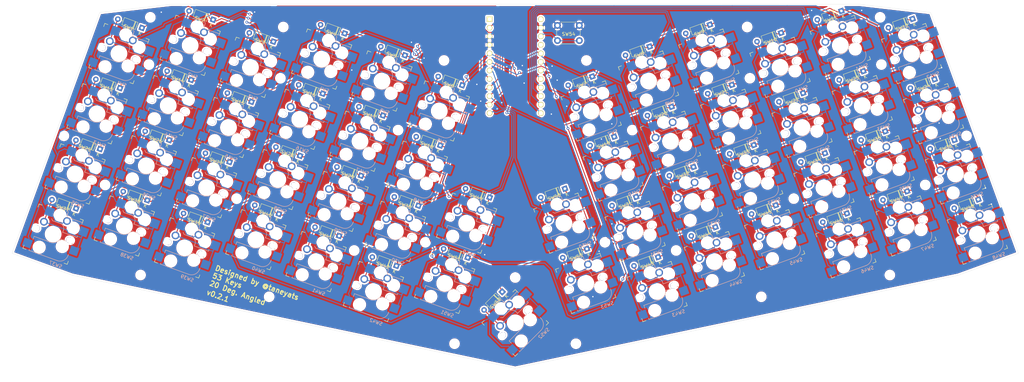
<source format=kicad_pcb>
(kicad_pcb (version 20171130) (host pcbnew "(5.1.2)-1")
  (layers (0 F.Cu signal) (31 B.Cu signal) (34 B.Paste user) (35 F.Paste user) (36 B.SilkS user) (37 F.SilkS user) (38 B.Mask user) (39 F.Mask user) (44 Edge.Cuts user))
  (net 0 "")
  (net 1 row0)
  (net 2 "Net-(D1-Pad2)")
  (net 3 "Net-(D2-Pad2)")
  (net 4 "Net-(D3-Pad2)")
  (net 5 "Net-(D4-Pad2)")
  (net 6 "Net-(D5-Pad2)")
  (net 7 "Net-(D6-Pad2)")
  (net 8 "Net-(D7-Pad2)")
  (net 9 "Net-(D8-Pad2)")
  (net 10 "Net-(D9-Pad2)")
  (net 11 "Net-(D10-Pad2)")
  (net 12 "Net-(D11-Pad2)")
  (net 13 "Net-(D12-Pad2)")
  (net 14 row1)
  (net 15 "Net-(D13-Pad2)")
  (net 16 "Net-(D14-Pad2)")
  (net 17 "Net-(D15-Pad2)")
  (net 18 "Net-(D16-Pad2)")
  (net 19 "Net-(D17-Pad2)")
  (net 20 "Net-(D18-Pad2)")
  (net 21 "Net-(D19-Pad2)")
  (net 22 "Net-(D20-Pad2)")
  (net 23 "Net-(D21-Pad2)")
  (net 24 "Net-(D22-Pad2)")
  (net 25 "Net-(D23-Pad2)")
  (net 26 "Net-(D24-Pad2)")
  (net 27 "Net-(D25-Pad2)")
  (net 28 row2)
  (net 29 "Net-(D26-Pad2)")
  (net 30 "Net-(D27-Pad2)")
  (net 31 "Net-(D28-Pad2)")
  (net 32 "Net-(D29-Pad2)")
  (net 33 "Net-(D30-Pad2)")
  (net 34 "Net-(D31-Pad2)")
  (net 35 "Net-(D32-Pad2)")
  (net 36 "Net-(D33-Pad2)")
  (net 37 "Net-(D34-Pad2)")
  (net 38 "Net-(D35-Pad2)")
  (net 39 "Net-(D36-Pad2)")
  (net 40 row3)
  (net 41 "Net-(D37-Pad2)")
  (net 42 "Net-(D38-Pad2)")
  (net 43 "Net-(D39-Pad2)")
  (net 44 "Net-(D40-Pad2)")
  (net 45 "Net-(D41-Pad2)")
  (net 46 "Net-(D42-Pad2)")
  (net 47 "Net-(D43-Pad2)")
  (net 48 "Net-(D44-Pad2)")
  (net 49 "Net-(D45-Pad2)")
  (net 50 "Net-(D46-Pad2)")
  (net 51 "Net-(D47-Pad2)")
  (net 52 "Net-(D48-Pad2)")
  (net 53 row4)
  (net 54 "Net-(D49-Pad2)")
  (net 55 "Net-(D50-Pad2)")
  (net 56 "Net-(D51-Pad2)")
  (net 57 "Net-(D52-Pad2)")
  (net 58 "Net-(D53-Pad2)")
  (net 59 col0)
  (net 60 col1)
  (net 61 col2)
  (net 62 col3)
  (net 63 col4)
  (net 64 col5)
  (net 65 col6)
  (net 66 col7)
  (net 67 col8)
  (net 68 col9)
  (net 69 col10)
  (net 70 col11)
  (net 71 GND)
  (net 72 RST)
  (net 73 "Net-(U1-Pad1)")
  (net 74 VCC)
  (net 75 "Net-(U1-Pad24)")
  (module promicro:ProMicro (layer F.Cu) (at 151.741774 70.89852 270)
    (fp_text reference U1 hide)
    (fp_text value ProMicro)
    (pad 1 thru_hole rect (at -13.97 7.62 270) (size 1.6 1.6) (drill 1.1) (layers *.Cu *.Mask F.SilkS) (net 73 "Net-(U1-Pad1)"))
    (pad 2 thru_hole circle (at -11.43 7.62 270) (size 1.6 1.6) (drill 1.1) (layers *.Cu *.Mask F.SilkS) (net 64 col5))
    (pad 3 thru_hole circle (at -8.89 7.62 270) (size 1.6 1.6) (drill 1.1) (layers *.Cu *.Mask F.SilkS) (net 71 GND))
    (pad 4 thru_hole circle (at -6.35 7.62 270) (size 1.6 1.6) (drill 1.1) (layers *.Cu *.Mask F.SilkS) (net 71 GND))
    (pad 5 thru_hole circle (at -3.81 7.62 270) (size 1.6 1.6) (drill 1.1) (layers *.Cu *.Mask F.SilkS) (net 14 row1))
    (pad 6 thru_hole circle (at -1.27 7.62 270) (size 1.6 1.6) (drill 1.1) (layers *.Cu *.Mask F.SilkS) (net 1 row0))
    (pad 7 thru_hole circle (at 1.27 7.62 270) (size 1.6 1.6) (drill 1.1) (layers *.Cu *.Mask F.SilkS) (net 63 col4))
    (pad 8 thru_hole circle (at 3.81 7.62 270) (size 1.6 1.6) (drill 1.1) (layers *.Cu *.Mask F.SilkS) (net 62 col3))
    (pad 9 thru_hole circle (at 6.35 7.62 270) (size 1.6 1.6) (drill 1.1) (layers *.Cu *.Mask F.SilkS) (net 61 col2))
    (pad 10 thru_hole circle (at 8.89 7.62 270) (size 1.6 1.6) (drill 1.1) (layers *.Cu *.Mask F.SilkS) (net 60 col1))
    (pad 11 thru_hole circle (at 11.43 7.62 270) (size 1.6 1.6) (drill 1.1) (layers *.Cu *.Mask F.SilkS) (net 59 col0))
    (pad 12 thru_hole circle (at 13.97 7.62 270) (size 1.6 1.6) (drill 1.1) (layers *.Cu *.Mask F.SilkS) (net 53 row4))
    (pad 13 thru_hole circle (at 13.97 -7.62 270) (size 1.6 1.6) (drill 1.1) (layers *.Cu *.Mask F.SilkS) (net 70 col11))
    (pad 14 thru_hole circle (at 11.43 -7.62 270) (size 1.6 1.6) (drill 1.1) (layers *.Cu *.Mask F.SilkS) (net 69 col10))
    (pad 15 thru_hole circle (at 8.89 -7.62 270) (size 1.6 1.6) (drill 1.1) (layers *.Cu *.Mask F.SilkS) (net 68 col9))
    (pad 16 thru_hole circle (at 6.35 -7.62 270) (size 1.6 1.6) (drill 1.1) (layers *.Cu *.Mask F.SilkS) (net 67 col8))
    (pad 17 thru_hole circle (at 3.81 -7.62 270) (size 1.6 1.6) (drill 1.1) (layers *.Cu *.Mask F.SilkS) (net 66 col7))
    (pad 18 thru_hole circle (at 1.27 -7.62 270) (size 1.6 1.6) (drill 1.1) (layers *.Cu *.Mask F.SilkS) (net 65 col6))
    (pad 19 thru_hole circle (at -1.27 -7.62 270) (size 1.6 1.6) (drill 1.1) (layers *.Cu *.Mask F.SilkS) (net 40 row3))
    (pad 20 thru_hole circle (at -3.81 -7.62 270) (size 1.6 1.6) (drill 1.1) (layers *.Cu *.Mask F.SilkS) (net 28 row2))
    (pad 21 thru_hole circle (at -6.35 -7.62 270) (size 1.6 1.6) (drill 1.1) (layers *.Cu *.Mask F.SilkS) (net 74 VCC))
    (pad 22 thru_hole circle (at -8.89 -7.62 270) (size 1.6 1.6) (drill 1.1) (layers *.Cu *.Mask F.SilkS) (net 72 RST))
    (pad 23 thru_hole circle (at -11.43 -7.62 270) (size 1.6 1.6) (drill 1.1) (layers *.Cu *.Mask F.SilkS) (net 71 GND))
    (pad 24 thru_hole circle (at -13.97 -7.62 270) (size 1.6 1.6) (drill 1.1) (layers *.Cu *.Mask F.SilkS) (net 75 "Net-(U1-Pad24)"))
  )
  (module MountingHole:MountingHole_2.2mm_M2 (layer F.Cu) (at 17.689725 91.613068 280)
    (fp_text reference REF** hide)
    (fp_text value MountingHole_2.2mm_M2)
    (pad 1 np_thru_hole circle (at 0 0 280) (size 2.2 2.2) (drill 2.2) (layers *.Cu *.Mask))
  )
  (module MountingHole:MountingHole_2.2mm_M2 (layer F.Cu) (at 285.801127 91.617388 320)
    (fp_text reference REF** hide)
    (fp_text value MountingHole_2.2mm_M2)
    (pad 1 np_thru_hole circle (at 0 0 320) (size 2.2 2.2) (drill 2.2) (layers *.Cu *.Mask))
  )
  (module MountingHole:MountingHole_2.2mm_M2 (layer F.Cu) (at 43.361179 56.357017 280)
    (fp_text reference REF** hide)
    (fp_text value MountingHole_2.2mm_M2)
    (pad 1 np_thru_hole circle (at 0 0 280) (size 2.2 2.2) (drill 2.2) (layers *.Cu *.Mask))
  )
  (module MountingHole:MountingHole_2.2mm_M2 (layer F.Cu) (at 82.855576 59.244003 280)
    (fp_text reference REF** hide)
    (fp_text value MountingHole_2.2mm_M2)
    (pad 1 np_thru_hole circle (at 0 0 280) (size 2.2 2.2) (drill 2.2) (layers *.Cu *.Mask))
  )
  (module MountingHole:MountingHole_2.2mm_M2 (layer F.Cu) (at 40.463233 133.013836 280)
    (fp_text reference REF** hide)
    (fp_text value MountingHole_2.2mm_M2)
    (pad 1 np_thru_hole circle (at 0 0 280) (size 2.2 2.2) (drill 2.2) (layers *.Cu *.Mask))
  )
  (module MountingHole:MountingHole_2.2mm_M2 (layer F.Cu) (at 78.654541 139.481056 280)
    (fp_text reference REF** hide)
    (fp_text value MountingHole_2.2mm_M2)
    (pad 1 np_thru_hole circle (at 0 0 280) (size 2.2 2.2) (drill 2.2) (layers *.Cu *.Mask))
  )
  (module MountingHole:MountingHole_2.2mm_M2 (layer F.Cu) (at 133.715916 153.439974 280)
    (fp_text reference REF** hide)
    (fp_text value MountingHole_2.2mm_M2)
    (pad 1 np_thru_hole circle (at 0 0 280) (size 2.2 2.2) (drill 2.2) (layers *.Cu *.Mask))
  )
  (module MountingHole:MountingHole_2.2mm_M2 (layer F.Cu) (at 220.635273 59.248324 320)
    (fp_text reference REF** hide)
    (fp_text value MountingHole_2.2mm_M2)
    (pad 1 np_thru_hole circle (at 0 0 320) (size 2.2 2.2) (drill 2.2) (layers *.Cu *.Mask))
  )
  (module MountingHole:MountingHole_2.2mm_M2 (layer F.Cu) (at 260.129671 56.361334 320)
    (fp_text reference REF** hide)
    (fp_text value MountingHole_2.2mm_M2)
    (pad 1 np_thru_hole circle (at 0 0 320) (size 2.2 2.2) (drill 2.2) (layers *.Cu *.Mask))
  )
  (module MountingHole:MountingHole_2.2mm_M2 (layer F.Cu) (at 169.77494 153.444291 320)
    (fp_text reference REF** hide)
    (fp_text value MountingHole_2.2mm_M2)
    (pad 1 np_thru_hole circle (at 0 0 320) (size 2.2 2.2) (drill 2.2) (layers *.Cu *.Mask))
  )
  (module MountingHole:MountingHole_2.2mm_M2 (layer F.Cu) (at 263.027599 133.018157 320)
    (fp_text reference REF** hide)
    (fp_text value MountingHole_2.2mm_M2)
    (pad 1 np_thru_hole circle (at 0 0 320) (size 2.2 2.2) (drill 2.2) (layers *.Cu *.Mask))
  )
  (module MountingHole:MountingHole_2.2mm_M2 (layer F.Cu) (at 224.836312 139.485372 320)
    (fp_text reference REF** hide)
    (fp_text value MountingHole_2.2mm_M2)
    (pad 1 np_thru_hole circle (at 0 0 320) (size 2.2 2.2) (drill 2.2) (layers *.Cu *.Mask))
  )
  (module MountingHole:MountingHole_2.2mm_M2 (layer F.Cu) (at 260.513573 70.412419)
    (fp_text reference REF** hide)
    (fp_text value MountingHole_2.2mm_M2)
    (pad 1 np_thru_hole circle (at 0 0) (size 2.2 2.2) (drill 2.2) (layers *.Cu *.Mask))
  )
  (module MountingHole:MountingHole_2.2mm_M2 (layer F.Cu) (at 116.947606 89.909633 320)
    (fp_text reference REF** hide)
    (fp_text value MountingHole_2.2mm_M2)
    (pad 1 np_thru_hole circle (at 0 0 320) (size 2.2 2.2) (drill 2.2) (layers *.Cu *.Mask))
  )
  (module MountingHole:MountingHole_2.2mm_M2 (layer F.Cu) (at 103.916637 125.711918 320)
    (fp_text reference REF** hide)
    (fp_text value MountingHole_2.2mm_M2)
    (pad 1 np_thru_hole circle (at 0 0 320) (size 2.2 2.2) (drill 2.2) (layers *.Cu *.Mask))
  )
  (module MountingHole:MountingHole_2.2mm_M2 (layer F.Cu) (at 125.075519 123.276831 320)
    (fp_text reference REF** hide)
    (fp_text value MountingHole_2.2mm_M2)
    (pad 1 np_thru_hole circle (at 0 0 320) (size 2.2 2.2) (drill 2.2) (layers *.Cu *.Mask))
  )
  (module MountingHole:MountingHole_2.2mm_M2 (layer F.Cu) (at 178.392061 123.277804 320)
    (fp_text reference REF** hide)
    (fp_text value MountingHole_2.2mm_M2)
    (pad 1 np_thru_hole circle (at 0 0 320) (size 2.2 2.2) (drill 2.2) (layers *.Cu *.Mask))
  )
  (module MountingHole:MountingHole_2.2mm_M2 (layer F.Cu) (at 199.550953 125.712889 320)
    (fp_text reference REF** hide)
    (fp_text value MountingHole_2.2mm_M2)
    (pad 1 np_thru_hole circle (at 0 0 320) (size 2.2 2.2) (drill 2.2) (layers *.Cu *.Mask))
  )
  (module MountingHole:MountingHole_2.2mm_M2 (layer F.Cu) (at 186.519983 89.910601 320)
    (fp_text reference REF** hide)
    (fp_text value MountingHole_2.2mm_M2)
    (pad 1 np_thru_hole circle (at 0 0 320) (size 2.2 2.2) (drill 2.2) (layers *.Cu *.Mask))
  )
  (module MountingHole:MountingHole_2.2mm_M2 (layer F.Cu) (at 151.741778 133.763522 320)
    (fp_text reference REF** hide)
    (fp_text value MountingHole_2.2mm_M2)
    (pad 1 np_thru_hole circle (at 0 0 320) (size 2.2 2.2) (drill 2.2) (layers *.Cu *.Mask))
  )
  (module MountingHole:MountingHole_2.2mm_M2 (layer F.Cu) (at 221.453536 74.492809 320)
    (fp_text reference REF** hide)
    (fp_text value MountingHole_2.2mm_M2)
    (pad 1 np_thru_hole circle (at 0 0 320) (size 2.2 2.2) (drill 2.2) (layers *.Cu *.Mask))
  )
  (module MountingHole:MountingHole_2.2mm_M2 (layer F.Cu) (at 234.484511 110.295105 320)
    (fp_text reference REF** hide)
    (fp_text value MountingHole_2.2mm_M2)
    (pad 1 np_thru_hole circle (at 0 0 320) (size 2.2 2.2) (drill 2.2) (layers *.Cu *.Mask))
  )
  (module MountingHole:MountingHole_2.2mm_M2 (layer F.Cu) (at 273.544542 106.214707 320)
    (fp_text reference REF** hide)
    (fp_text value MountingHole_2.2mm_M2)
    (pad 1 np_thru_hole circle (at 0 0 320) (size 2.2 2.2) (drill 2.2) (layers *.Cu *.Mask))
  )
  (module MountingHole:MountingHole_2.2mm_M2 (layer F.Cu) (at 68.983082 110.294134 320)
    (fp_text reference REF** hide)
    (fp_text value MountingHole_2.2mm_M2)
    (pad 1 np_thru_hole circle (at 0 0 320) (size 2.2 2.2) (drill 2.2) (layers *.Cu *.Mask))
  )
  (module MountingHole:MountingHole_2.2mm_M2 (layer F.Cu) (at 29.923054 106.213745 320)
    (fp_text reference REF** hide)
    (fp_text value MountingHole_2.2mm_M2)
    (pad 1 np_thru_hole circle (at 0 0 320) (size 2.2 2.2) (drill 2.2) (layers *.Cu *.Mask))
  )
  (module MountingHole:MountingHole_2.2mm_M2 (layer F.Cu) (at 82.014044 74.491846 320)
    (fp_text reference REF** hide)
    (fp_text value MountingHole_2.2mm_M2)
    (pad 1 np_thru_hole circle (at 0 0 320) (size 2.2 2.2) (drill 2.2) (layers *.Cu *.Mask))
  )
  (module MountingHole:MountingHole_2.2mm_M2 (layer F.Cu) (at 42.95402 70.41145 340)
    (fp_text reference REF** hide)
    (fp_text value MountingHole_2.2mm_M2)
    (pad 1 np_thru_hole circle (at 0 0 340) (size 2.2 2.2) (drill 2.2) (layers *.Cu *.Mask))
  )
  (module MountingHole:MountingHole_2.2mm_M2 (layer F.Cu) (at 172.896694 69.19046 340)
    (fp_text reference REF** hide)
    (fp_text value MountingHole_2.2mm_M2)
    (pad 1 np_thru_hole circle (at 0 0 340) (size 2.2 2.2) (drill 2.2) (layers *.Cu *.Mask))
  )
  (module taneyats:Kailh_socket_MX_optional (layer F.Cu) (at 34.026705 67.150354 340)
    (fp_text reference SW1 (at 0 -8.255 160) (layer F.SilkS))
    (fp_text value SW_PUSH)
    (fp_text user %R (at 3.81 8.255 160) (layer B.SilkS) (effects (justify mirror)))
    (pad 1 smd rect (at -6.29 5.08 340) (size 2.55 2.5) (layers B.Cu B.Paste B.Mask) (net 59 col0))
    (pad "" np_thru_hole circle (at -2.54 5.08 340) (size 2.95 2.95) (drill 2.95) (layers *.Cu *.Mask))
    (pad "" np_thru_hole circle (at 3.81 2.54 340) (size 2.95 2.95) (drill 2.95) (layers *.Cu *.Mask))
    (pad 1 thru_hole circle (at 2.54 -5.08 340) (size 2.286 2.286) (drill 1.4986) (layers *.Cu *.Mask) (net 59 col0))
    (pad 2 thru_hole circle (at -3.81 -2.54 340) (size 2.286 2.286) (drill 1.4986) (layers *.Cu *.Mask) (net 2 "Net-(D1-Pad2)"))
    (pad "" np_thru_hole circle (at 5.08 0 340) (size 1.7018 1.7018) (drill 1.69) (layers *.Cu *.Mask))
    (pad "" np_thru_hole circle (at -5.08 0 340) (size 1.7018 1.7018) (drill 1.69) (layers *.Cu *.Mask))
    (pad 2 smd rect (at 7.56 2.54 340) (size 2.55 2.5) (layers B.Cu B.Paste B.Mask) (net 2 "Net-(D1-Pad2)"))
    (pad "" np_thru_hole circle (at -5.5 0 160) (size 1.7018 1.7018) (drill 1.7018) (layers *.Cu *.Mask))
    (pad "" np_thru_hole circle (at 0 -5.95 160) (size 2.95 2.95) (drill 2.95) (layers *.Cu *.Mask))
    (pad "" np_thru_hole circle (at 5 -3.75 160) (size 2.95 2.95) (drill 2.95) (layers *.Cu *.Mask))
    (pad 2 smd rect (at 8.275 -3.75 160) (size 2.6 2.6) (layers B.Cu B.Paste B.Mask) (net 2 "Net-(D1-Pad2)"))
    (pad 1 smd rect (at -3.275 -5.95 160) (size 2.6 2.6) (layers B.Cu B.Paste B.Mask) (net 59 col0))
    (pad "" np_thru_hole circle (at 5.5 0 160) (size 1.7018 1.7018) (drill 1.7018) (layers *.Cu *.Mask))
    (pad "" np_thru_hole circle (at 0 0 340) (size 4 4) (drill 4) (layers *.Cu *.Mask))
  )
  (module MountingHole:MountingHole_2.2mm_M2 (layer B.Cu) (at 130.594157 69.186146)
    (fp_text reference REF** hide)
    (fp_text value MountingHole_2.2mm_M2)
    (pad 1 np_thru_hole circle (at 0 0) (size 2.2 2.2) (drill 2.2) (layers *.Cu *.Mask))
  )
  (module taneyats:Kailh_socket_MX_optional (layer F.Cu) (at 172.699235 135.486114 20)
    (fp_text reference SW53 (at 0 -8.255 20) (layer F.SilkS))
    (fp_text value SW_PUSH)
    (fp_text user %R (at 3.81 8.255 20) (layer B.SilkS) (effects (justify mirror)))
    (pad "" np_thru_hole circle (at 0 0 20) (size 4 4) (drill 4) (layers *.Cu *.Mask))
    (pad "" np_thru_hole circle (at 5.5 0 200) (size 1.7018 1.7018) (drill 1.7018) (layers *.Cu *.Mask))
    (pad 1 smd rect (at -3.275 -5.95 200) (size 2.6 2.6) (layers B.Cu B.Paste B.Mask) (net 63 col4))
    (pad 2 smd rect (at 8.275 -3.75 200) (size 2.6 2.6) (layers B.Cu B.Paste B.Mask) (net 58 "Net-(D53-Pad2)"))
    (pad "" np_thru_hole circle (at 5 -3.75 200) (size 2.95 2.95) (drill 2.95) (layers *.Cu *.Mask))
    (pad "" np_thru_hole circle (at 0 -5.95 200) (size 2.95 2.95) (drill 2.95) (layers *.Cu *.Mask))
    (pad "" np_thru_hole circle (at -5.5 0 200) (size 1.7018 1.7018) (drill 1.7018) (layers *.Cu *.Mask))
    (pad 2 smd rect (at 7.56 2.54 20) (size 2.55 2.5) (layers B.Cu B.Paste B.Mask) (net 58 "Net-(D53-Pad2)"))
    (pad "" np_thru_hole circle (at -5.08 0 20) (size 1.7018 1.7018) (drill 1.69) (layers *.Cu *.Mask))
    (pad "" np_thru_hole circle (at 5.08 0 20) (size 1.7018 1.7018) (drill 1.69) (layers *.Cu *.Mask))
    (pad 2 thru_hole circle (at -3.81 -2.54 20) (size 2.286 2.286) (drill 1.4986) (layers *.Cu *.Mask) (net 58 "Net-(D53-Pad2)"))
    (pad 1 thru_hole circle (at 2.54 -5.08 20) (size 2.286 2.286) (drill 1.4986) (layers *.Cu *.Mask) (net 63 col4))
    (pad "" np_thru_hole circle (at 3.81 2.54 20) (size 2.95 2.95) (drill 2.95) (layers *.Cu *.Mask))
    (pad "" np_thru_hole circle (at -2.54 5.08 20) (size 2.95 2.95) (drill 2.95) (layers *.Cu *.Mask))
    (pad 1 smd rect (at -6.29 5.08 20) (size 2.55 2.5) (layers B.Cu B.Paste B.Mask) (net 63 col4))
  )
  (module Diode_THT:D_DO-35_SOD27_P7.62mm_Horizontal (layer F.Cu) (at 40.864675 59.502885 160)
    (fp_text reference D1 hide)
    (fp_text value 1N4148)
    (fp_text user K (at 0 -1.8 160) (layer F.SilkS))
    (pad 2 thru_hole oval (at 7.62 0 160) (size 1.6 1.6) (drill 0.8) (layers *.Cu *.Mask) (net 2 "Net-(D1-Pad2)"))
    (pad 1 thru_hole rect (at 0 0 160) (size 1.6 1.6) (drill 0.8) (layers *.Cu *.Mask) (net 1 row0))
  )
  (module Diode_THT:D_DO-35_SOD27_P7.62mm_Horizontal (layer F.Cu) (at 62.02356 57.067794 160)
    (fp_text reference D2 hide)
    (fp_text value 1N4148)
    (fp_text user K (at 0 -1.8 160) (layer F.SilkS))
    (pad 1 thru_hole rect (at 0 0 160) (size 1.6 1.6) (drill 0.8) (layers *.Cu *.Mask) (net 1 row0))
    (pad 2 thru_hole oval (at 7.62 0 160) (size 1.6 1.6) (drill 0.8) (layers *.Cu *.Mask) (net 3 "Net-(D2-Pad2)"))
  )
  (module Diode_THT:D_DO-35_SOD27_P7.62mm_Horizontal (layer F.Cu) (at 79.924707 63.58328 160)
    (fp_text reference D3 hide)
    (fp_text value 1N4148)
    (fp_text user K (at 0 -1.8 160) (layer F.SilkS))
    (pad 2 thru_hole oval (at 7.62 0 160) (size 1.6 1.6) (drill 0.8) (layers *.Cu *.Mask) (net 4 "Net-(D3-Pad2)"))
    (pad 1 thru_hole rect (at 0 0 160) (size 1.6 1.6) (drill 0.8) (layers *.Cu *.Mask) (net 1 row0))
  )
  (module Diode_THT:D_DO-35_SOD27_P7.62mm_Horizontal (layer F.Cu) (at 101.083593 61.14819 160)
    (fp_text reference D4 hide)
    (fp_text value 1N4148)
    (fp_text user K (at 0 -1.8 160) (layer F.SilkS))
    (pad 1 thru_hole rect (at 0 0 160) (size 1.6 1.6) (drill 0.8) (layers *.Cu *.Mask) (net 1 row0))
    (pad 2 thru_hole oval (at 7.62 0 160) (size 1.6 1.6) (drill 0.8) (layers *.Cu *.Mask) (net 5 "Net-(D4-Pad2)"))
  )
  (module Diode_THT:D_DO-35_SOD27_P7.62mm_Horizontal (layer F.Cu) (at 118.984739 67.663673 160)
    (fp_text reference D5 hide)
    (fp_text value 1N4148)
    (fp_text user K (at 0 -1.8 160) (layer F.SilkS))
    (pad 2 thru_hole oval (at 7.62 0 160) (size 1.6 1.6) (drill 0.8) (layers *.Cu *.Mask) (net 6 "Net-(D5-Pad2)"))
    (pad 1 thru_hole rect (at 0 0 160) (size 1.6 1.6) (drill 0.8) (layers *.Cu *.Mask) (net 1 row0))
  )
  (module Diode_THT:D_DO-35_SOD27_P7.62mm_Horizontal (layer F.Cu) (at 136.017149 76.56598 160)
    (fp_text reference D6 hide)
    (fp_text value 1N4148)
    (fp_text user K (at 0 -1.8 160) (layer F.SilkS))
    (pad 2 thru_hole oval (at 7.62 0 160) (size 1.6 1.6) (drill 0.8) (layers *.Cu *.Mask) (net 7 "Net-(D6-Pad2)"))
    (pad 1 thru_hole rect (at 0 0 160) (size 1.6 1.6) (drill 0.8) (layers *.Cu *.Mask) (net 1 row0))
  )
  (module Diode_THT:D_DO-35_SOD27_P7.62mm_Horizontal (layer F.Cu) (at 174.634159 73.964103 200)
    (fp_text reference D7 hide)
    (fp_text value 1N4148)
    (fp_text user K (at 0 -1.8 20) (layer F.SilkS))
    (pad 1 thru_hole rect (at 0 0 200) (size 1.6 1.6) (drill 0.8) (layers *.Cu *.Mask) (net 1 row0))
    (pad 2 thru_hole oval (at 7.62 0 200) (size 1.6 1.6) (drill 0.8) (layers *.Cu *.Mask) (net 8 "Net-(D7-Pad2)"))
  )
  (module Diode_THT:D_DO-35_SOD27_P7.62mm_Horizontal (layer F.Cu) (at 191.666572 65.061801 200)
    (fp_text reference D8 hide)
    (fp_text value 1N4148)
    (fp_text user K (at 0 -1.8 20) (layer F.SilkS))
    (pad 2 thru_hole oval (at 7.62 0 200) (size 1.6 1.6) (drill 0.8) (layers *.Cu *.Mask) (net 9 "Net-(D8-Pad2)"))
    (pad 1 thru_hole rect (at 0 0 200) (size 1.6 1.6) (drill 0.8) (layers *.Cu *.Mask) (net 1 row0))
  )
  (module Diode_THT:D_DO-35_SOD27_P7.62mm_Horizontal (layer F.Cu) (at 209.567711 58.546314 200)
    (fp_text reference D9 hide)
    (fp_text value 1N4148)
    (fp_text user K (at 0 -1.8 20) (layer F.SilkS))
    (pad 2 thru_hole oval (at 7.62 0 200) (size 1.6 1.6) (drill 0.8) (layers *.Cu *.Mask) (net 10 "Net-(D9-Pad2)"))
    (pad 1 thru_hole rect (at 0 0 200) (size 1.6 1.6) (drill 0.8) (layers *.Cu *.Mask) (net 1 row0))
  )
  (module Diode_THT:D_DO-35_SOD27_P7.62mm_Horizontal (layer F.Cu) (at 230.726594 60.981403 200)
    (fp_text reference D10 hide)
    (fp_text value 1N4148)
    (fp_text user K (at 0 -1.8 20) (layer F.SilkS))
    (pad 2 thru_hole oval (at 7.62 0 200) (size 1.6 1.6) (drill 0.8) (layers *.Cu *.Mask) (net 11 "Net-(D10-Pad2)"))
    (pad 1 thru_hole rect (at 0 0 200) (size 1.6 1.6) (drill 0.8) (layers *.Cu *.Mask) (net 1 row0))
  )
  (module Diode_THT:D_DO-35_SOD27_P7.62mm_Horizontal (layer F.Cu) (at 248.627747 54.465912 200)
    (fp_text reference D11 hide)
    (fp_text value 1N4148)
    (fp_text user K (at 0 -1.8 20) (layer F.SilkS))
    (pad 2 thru_hole oval (at 7.62 0 200) (size 1.6 1.6) (drill 0.8) (layers *.Cu *.Mask) (net 12 "Net-(D11-Pad2)"))
    (pad 1 thru_hole rect (at 0 0 200) (size 1.6 1.6) (drill 0.8) (layers *.Cu *.Mask) (net 1 row0))
  )
  (module Diode_THT:D_DO-35_SOD27_P7.62mm_Horizontal (layer F.Cu) (at 269.758777 56.824465 200)
    (fp_text reference D12 hide)
    (fp_text value 1N4148)
    (fp_text user K (at 0 -1.8 20) (layer F.SilkS))
    (pad 1 thru_hole rect (at 0 0 200) (size 1.6 1.6) (drill 0.8) (layers *.Cu *.Mask) (net 1 row0))
    (pad 2 thru_hole oval (at 7.62 0 200) (size 1.6 1.6) (drill 0.8) (layers *.Cu *.Mask) (net 13 "Net-(D12-Pad2)"))
  )
  (module Diode_THT:D_DO-35_SOD27_P7.62mm_Horizontal (layer F.Cu) (at 34.349192 77.404023 160)
    (fp_text reference D13 hide)
    (fp_text value 1N4148)
    (fp_text user K (at 0 -1.8 160) (layer F.SilkS))
    (pad 1 thru_hole rect (at 0 0 160) (size 1.6 1.6) (drill 0.8) (layers *.Cu *.Mask) (net 14 row1))
    (pad 2 thru_hole oval (at 7.62 0 160) (size 1.6 1.6) (drill 0.8) (layers *.Cu *.Mask) (net 15 "Net-(D13-Pad2)"))
  )
  (module Diode_THT:D_DO-35_SOD27_P7.62mm_Horizontal (layer F.Cu) (at 55.508076 74.968942 160)
    (fp_text reference D14 hide)
    (fp_text value 1N4148)
    (fp_text user K (at 0 -1.8 160) (layer F.SilkS))
    (pad 2 thru_hole oval (at 7.62 0 160) (size 1.6 1.6) (drill 0.8) (layers *.Cu *.Mask) (net 16 "Net-(D14-Pad2)"))
    (pad 1 thru_hole rect (at 0 0 160) (size 1.6 1.6) (drill 0.8) (layers *.Cu *.Mask) (net 14 row1))
  )
  (module Diode_THT:D_DO-35_SOD27_P7.62mm_Horizontal (layer F.Cu) (at 73.40922 81.484421 160)
    (fp_text reference D15 hide)
    (fp_text value 1N4148)
    (fp_text user K (at 0 -1.8 160) (layer F.SilkS))
    (pad 2 thru_hole oval (at 7.62 0 160) (size 1.6 1.6) (drill 0.8) (layers *.Cu *.Mask) (net 17 "Net-(D15-Pad2)"))
    (pad 1 thru_hole rect (at 0 0 160) (size 1.6 1.6) (drill 0.8) (layers *.Cu *.Mask) (net 14 row1))
  )
  (module Diode_THT:D_DO-35_SOD27_P7.62mm_Horizontal (layer F.Cu) (at 94.568105 79.049335 160)
    (fp_text reference D16 hide)
    (fp_text value 1N4148)
    (fp_text user K (at 0 -1.8 160) (layer F.SilkS))
    (pad 1 thru_hole rect (at 0 0 160) (size 1.6 1.6) (drill 0.8) (layers *.Cu *.Mask) (net 14 row1))
    (pad 2 thru_hole oval (at 7.62 0 160) (size 1.6 1.6) (drill 0.8) (layers *.Cu *.Mask) (net 18 "Net-(D16-Pad2)"))
  )
  (module Diode_THT:D_DO-35_SOD27_P7.62mm_Horizontal (layer F.Cu) (at 112.469253 85.564818 160)
    (fp_text reference D17 hide)
    (fp_text value 1N4148)
    (fp_text user K (at 0 -1.8 160) (layer F.SilkS))
    (pad 2 thru_hole oval (at 7.62 0 160) (size 1.6 1.6) (drill 0.8) (layers *.Cu *.Mask) (net 19 "Net-(D17-Pad2)"))
    (pad 1 thru_hole rect (at 0 0 160) (size 1.6 1.6) (drill 0.8) (layers *.Cu *.Mask) (net 14 row1))
  )
  (module Diode_THT:D_DO-35_SOD27_P7.62mm_Horizontal (layer F.Cu) (at 129.501661 94.467116 160)
    (fp_text reference D18 hide)
    (fp_text value 1N4148)
    (fp_text user K (at 0 -1.8 160) (layer F.SilkS))
    (pad 1 thru_hole rect (at 0 0 160) (size 1.6 1.6) (drill 0.8) (layers *.Cu *.Mask) (net 14 row1))
    (pad 2 thru_hole oval (at 7.62 0 160) (size 1.6 1.6) (drill 0.8) (layers *.Cu *.Mask) (net 20 "Net-(D18-Pad2)"))
  )
  (module Diode_THT:D_DO-35_SOD27_P7.62mm_Horizontal (layer F.Cu) (at 181.149641 91.865244 200)
    (fp_text reference D19 hide)
    (fp_text value 1N4148)
    (fp_text user K (at 0 -1.8 20) (layer F.SilkS))
    (pad 1 thru_hole rect (at 0 0 200) (size 1.6 1.6) (drill 0.8) (layers *.Cu *.Mask) (net 14 row1))
    (pad 2 thru_hole oval (at 7.62 0 200) (size 1.6 1.6) (drill 0.8) (layers *.Cu *.Mask) (net 21 "Net-(D19-Pad2)"))
  )
  (module Diode_THT:D_DO-35_SOD27_P7.62mm_Horizontal (layer F.Cu) (at 198.182057 82.96294 200)
    (fp_text reference D20 hide)
    (fp_text value 1N4148)
    (fp_text user K (at 0 -1.8 20) (layer F.SilkS))
    (pad 1 thru_hole rect (at 0 0 200) (size 1.6 1.6) (drill 0.8) (layers *.Cu *.Mask) (net 14 row1))
    (pad 2 thru_hole oval (at 7.62 0 200) (size 1.6 1.6) (drill 0.8) (layers *.Cu *.Mask) (net 22 "Net-(D20-Pad2)"))
  )
  (module Diode_THT:D_DO-35_SOD27_P7.62mm_Horizontal (layer F.Cu) (at 216.083197 76.447458 200)
    (fp_text reference D21 hide)
    (fp_text value 1N4148)
    (fp_text user K (at 0 -1.8 20) (layer F.SilkS))
    (pad 1 thru_hole rect (at 0 0 200) (size 1.6 1.6) (drill 0.8) (layers *.Cu *.Mask) (net 14 row1))
    (pad 2 thru_hole oval (at 7.62 0 200) (size 1.6 1.6) (drill 0.8) (layers *.Cu *.Mask) (net 23 "Net-(D21-Pad2)"))
  )
  (module Diode_THT:D_DO-35_SOD27_P7.62mm_Horizontal (layer F.Cu) (at 237.242083 78.882547 200)
    (fp_text reference D22 hide)
    (fp_text value 1N4148)
    (fp_text user K (at 0 -1.8 20) (layer F.SilkS))
    (pad 1 thru_hole rect (at 0 0 200) (size 1.6 1.6) (drill 0.8) (layers *.Cu *.Mask) (net 14 row1))
    (pad 2 thru_hole oval (at 7.62 0 200) (size 1.6 1.6) (drill 0.8) (layers *.Cu *.Mask) (net 24 "Net-(D22-Pad2)"))
  )
  (module Diode_THT:D_DO-35_SOD27_P7.62mm_Horizontal (layer F.Cu) (at 255.143229 72.367064 200)
    (fp_text reference D23 hide)
    (fp_text value 1N4148)
    (fp_text user K (at 0 -1.8 20) (layer F.SilkS))
    (pad 2 thru_hole oval (at 7.62 0 200) (size 1.6 1.6) (drill 0.8) (layers *.Cu *.Mask) (net 25 "Net-(D23-Pad2)"))
    (pad 1 thru_hole rect (at 0 0 200) (size 1.6 1.6) (drill 0.8) (layers *.Cu *.Mask) (net 14 row1))
  )
  (module Diode_THT:D_DO-35_SOD27_P7.62mm_Horizontal (layer F.Cu) (at 276.302117 74.802158 200)
    (fp_text reference D24 hide)
    (fp_text value 1N4148)
    (fp_text user K (at 0 -1.8 20) (layer F.SilkS))
    (pad 2 thru_hole oval (at 7.62 0 200) (size 1.6 1.6) (drill 0.8) (layers *.Cu *.Mask) (net 26 "Net-(D24-Pad2)"))
    (pad 1 thru_hole rect (at 0 0 200) (size 1.6 1.6) (drill 0.8) (layers *.Cu *.Mask) (net 14 row1))
  )
  (module Diode_THT:D_DO-35_SOD27_P7.62mm_Horizontal (layer F.Cu) (at 28.430407 95.522352 160)
    (fp_text reference D25 hide)
    (fp_text value 1N4148)
    (fp_text user K (at 0 -1.8 160) (layer F.SilkS))
    (pad 2 thru_hole oval (at 7.62 0 160) (size 1.6 1.6) (drill 0.8) (layers *.Cu *.Mask) (net 27 "Net-(D25-Pad2)"))
    (pad 1 thru_hole rect (at 0 0 160) (size 1.6 1.6) (drill 0.8) (layers *.Cu *.Mask) (net 28 row2))
  )
  (module Diode_THT:D_DO-35_SOD27_P7.62mm_Horizontal (layer F.Cu) (at 48.992597 92.870082 160)
    (fp_text reference D26 hide)
    (fp_text value 1N4148)
    (fp_text user K (at 0 -1.8 160) (layer F.SilkS))
    (pad 2 thru_hole oval (at 7.62 0 160) (size 1.6 1.6) (drill 0.8) (layers *.Cu *.Mask) (net 29 "Net-(D26-Pad2)"))
    (pad 1 thru_hole rect (at 0 0 160) (size 1.6 1.6) (drill 0.8) (layers *.Cu *.Mask) (net 28 row2))
  )
  (module Diode_THT:D_DO-35_SOD27_P7.62mm_Horizontal (layer F.Cu) (at 66.893743 99.385562 160)
    (fp_text reference D27 hide)
    (fp_text value 1N4148)
    (fp_text user K (at 0 -1.8 160) (layer F.SilkS))
    (pad 1 thru_hole rect (at 0 0 160) (size 1.6 1.6) (drill 0.8) (layers *.Cu *.Mask) (net 28 row2))
    (pad 2 thru_hole oval (at 7.62 0 160) (size 1.6 1.6) (drill 0.8) (layers *.Cu *.Mask) (net 30 "Net-(D27-Pad2)"))
  )
  (module Diode_THT:D_DO-35_SOD27_P7.62mm_Horizontal (layer F.Cu) (at 87.835438 97.547184 160)
    (fp_text reference D28 hide)
    (fp_text value 1N4148)
    (fp_text user K (at 0 -1.8 160) (layer F.SilkS))
    (pad 2 thru_hole oval (at 7.62 0 160) (size 1.6 1.6) (drill 0.8) (layers *.Cu *.Mask) (net 31 "Net-(D28-Pad2)"))
    (pad 1 thru_hole rect (at 0 0 160) (size 1.6 1.6) (drill 0.8) (layers *.Cu *.Mask) (net 28 row2))
  )
  (module Diode_THT:D_DO-35_SOD27_P7.62mm_Horizontal (layer F.Cu) (at 105.953775 103.465963 160)
    (fp_text reference D29 hide)
    (fp_text value 1N4148)
    (fp_text user K (at 0 -1.8 160) (layer F.SilkS))
    (pad 2 thru_hole oval (at 7.62 0 160) (size 1.6 1.6) (drill 0.8) (layers *.Cu *.Mask) (net 32 "Net-(D29-Pad2)"))
    (pad 1 thru_hole rect (at 0 0 160) (size 1.6 1.6) (drill 0.8) (layers *.Cu *.Mask) (net 28 row2))
  )
  (module Diode_THT:D_DO-35_SOD27_P7.62mm_Horizontal (layer F.Cu) (at 122.986182 112.368261 160)
    (fp_text reference D30 hide)
    (fp_text value 1N4148)
    (fp_text user K (at 0 -1.8 160) (layer F.SilkS))
    (pad 1 thru_hole rect (at 0 0 160) (size 1.6 1.6) (drill 0.8) (layers *.Cu *.Mask) (net 28 row2))
    (pad 2 thru_hole oval (at 7.62 0 160) (size 1.6 1.6) (drill 0.8) (layers *.Cu *.Mask) (net 33 "Net-(D30-Pad2)"))
  )
  (module Diode_THT:D_DO-35_SOD27_P7.62mm_Horizontal (layer F.Cu) (at 187.665122 109.766389 200)
    (fp_text reference D31 hide)
    (fp_text value 1N4148)
    (fp_text user K (at 0 -1.8 20) (layer F.SilkS))
    (pad 2 thru_hole oval (at 7.62 0 200) (size 1.6 1.6) (drill 0.8) (layers *.Cu *.Mask) (net 34 "Net-(D31-Pad2)"))
    (pad 1 thru_hole rect (at 0 0 200) (size 1.6 1.6) (drill 0.8) (layers *.Cu *.Mask) (net 28 row2))
  )
  (module Diode_THT:D_DO-35_SOD27_P7.62mm_Horizontal (layer F.Cu) (at 204.697538 100.864082 200)
    (fp_text reference D32 hide)
    (fp_text value 1N4148)
    (fp_text user K (at 0 -1.8 20) (layer F.SilkS))
    (pad 2 thru_hole oval (at 7.62 0 200) (size 1.6 1.6) (drill 0.8) (layers *.Cu *.Mask) (net 35 "Net-(D32-Pad2)"))
    (pad 1 thru_hole rect (at 0 0 200) (size 1.6 1.6) (drill 0.8) (layers *.Cu *.Mask) (net 28 row2))
  )
  (module Diode_THT:D_DO-35_SOD27_P7.62mm_Horizontal (layer F.Cu) (at 222.598688 94.348608 200)
    (fp_text reference D33 hide)
    (fp_text value 1N4148)
    (fp_text user K (at 0 -1.8 20) (layer F.SilkS))
    (pad 1 thru_hole rect (at 0 0 200) (size 1.6 1.6) (drill 0.8) (layers *.Cu *.Mask) (net 28 row2))
    (pad 2 thru_hole oval (at 7.62 0 200) (size 1.6 1.6) (drill 0.8) (layers *.Cu *.Mask) (net 36 "Net-(D33-Pad2)"))
  )
  (module Diode_THT:D_DO-35_SOD27_P7.62mm_Horizontal (layer F.Cu) (at 243.757562 96.783693 200)
    (fp_text reference D34 hide)
    (fp_text value 1N4148)
    (fp_text user K (at 0 -1.8 20) (layer F.SilkS))
    (pad 1 thru_hole rect (at 0 0 200) (size 1.6 1.6) (drill 0.8) (layers *.Cu *.Mask) (net 28 row2))
    (pad 2 thru_hole oval (at 7.62 0 200) (size 1.6 1.6) (drill 0.8) (layers *.Cu *.Mask) (net 37 "Net-(D34-Pad2)"))
  )
  (module Diode_THT:D_DO-35_SOD27_P7.62mm_Horizontal (layer F.Cu) (at 261.658713 90.268212 200)
    (fp_text reference D35 hide)
    (fp_text value 1N4148)
    (fp_text user K (at 0 -1.8 20) (layer F.SilkS))
    (pad 1 thru_hole rect (at 0 0 200) (size 1.6 1.6) (drill 0.8) (layers *.Cu *.Mask) (net 28 row2))
    (pad 2 thru_hole oval (at 7.62 0 200) (size 1.6 1.6) (drill 0.8) (layers *.Cu *.Mask) (net 38 "Net-(D35-Pad2)"))
  )
  (module Diode_THT:D_DO-35_SOD27_P7.62mm_Horizontal (layer F.Cu) (at 282.193039 92.843943 200)
    (fp_text reference D36 hide)
    (fp_text value 1N4148)
    (fp_text user K (at 0 -1.8 20) (layer F.SilkS))
    (pad 1 thru_hole rect (at 0 0 200) (size 1.6 1.6) (drill 0.8) (layers *.Cu *.Mask) (net 28 row2))
    (pad 2 thru_hole oval (at 7.62 0 200) (size 1.6 1.6) (drill 0.8) (layers *.Cu *.Mask) (net 39 "Net-(D36-Pad2)"))
  )
  (module Diode_THT:D_DO-35_SOD27_P7.62mm_Horizontal (layer F.Cu) (at 21.318221 113.206324 160)
    (fp_text reference D37 hide)
    (fp_text value 1N4148)
    (fp_text user K (at 0 -1.8 160) (layer F.SilkS))
    (pad 2 thru_hole oval (at 7.62 0 160) (size 1.6 1.6) (drill 0.8) (layers *.Cu *.Mask) (net 41 "Net-(D37-Pad2)"))
    (pad 1 thru_hole rect (at 0 0 160) (size 1.6 1.6) (drill 0.8) (layers *.Cu *.Mask) (net 40 row3))
  )
  (module Diode_THT:D_DO-35_SOD27_P7.62mm_Horizontal (layer F.Cu) (at 42.47711 110.771228 160)
    (fp_text reference D38 hide)
    (fp_text value 1N4148)
    (fp_text user K (at 0 -1.8 160) (layer F.SilkS))
    (pad 2 thru_hole oval (at 7.62 0 160) (size 1.6 1.6) (drill 0.8) (layers *.Cu *.Mask) (net 42 "Net-(D38-Pad2)"))
    (pad 1 thru_hole rect (at 0 0 160) (size 1.6 1.6) (drill 0.8) (layers *.Cu *.Mask) (net 40 row3))
  )
  (module Diode_THT:D_DO-35_SOD27_P7.62mm_Horizontal (layer F.Cu) (at 60.378254 117.286709 160)
    (fp_text reference D39 hide)
    (fp_text value 1N4148)
    (fp_text user K (at 0 -1.8 160) (layer F.SilkS))
    (pad 1 thru_hole rect (at 0 0 160) (size 1.6 1.6) (drill 0.8) (layers *.Cu *.Mask) (net 40 row3))
    (pad 2 thru_hole oval (at 7.62 0 160) (size 1.6 1.6) (drill 0.8) (layers *.Cu *.Mask) (net 43 "Net-(D39-Pad2)"))
  )
  (module Diode_THT:D_DO-35_SOD27_P7.62mm_Horizontal (layer F.Cu) (at 81.537143 114.85162 160)
    (fp_text reference D40 hide)
    (fp_text value 1N4148)
    (fp_text user K (at 0 -1.8 160) (layer F.SilkS))
    (pad 1 thru_hole rect (at 0 0 160) (size 1.6 1.6) (drill 0.8) (layers *.Cu *.Mask) (net 40 row3))
    (pad 2 thru_hole oval (at 7.62 0 160) (size 1.6 1.6) (drill 0.8) (layers *.Cu *.Mask) (net 44 "Net-(D40-Pad2)"))
  )
  (module Diode_THT:D_DO-35_SOD27_P7.62mm_Horizontal (layer F.Cu) (at 99.438287 121.367106 160)
    (fp_text reference D41 hide)
    (fp_text value 1N4148)
    (fp_text user K (at 0 -1.8 160) (layer F.SilkS))
    (pad 1 thru_hole rect (at 0 0 160) (size 1.6 1.6) (drill 0.8) (layers *.Cu *.Mask) (net 40 row3))
    (pad 2 thru_hole oval (at 7.62 0 160) (size 1.6 1.6) (drill 0.8) (layers *.Cu *.Mask) (net 45 "Net-(D41-Pad2)"))
  )
  (module Diode_THT:D_DO-35_SOD27_P7.62mm_Horizontal (layer F.Cu) (at 116.470697 130.269409 160)
    (fp_text reference D42 hide)
    (fp_text value 1N4148)
    (fp_text user K (at 0 -1.8 160) (layer F.SilkS))
    (pad 1 thru_hole rect (at 0 0 160) (size 1.6 1.6) (drill 0.8) (layers *.Cu *.Mask) (net 40 row3))
    (pad 2 thru_hole oval (at 7.62 0 160) (size 1.6 1.6) (drill 0.8) (layers *.Cu *.Mask) (net 46 "Net-(D42-Pad2)"))
  )
  (module Diode_THT:D_DO-35_SOD27_P7.62mm_Horizontal (layer F.Cu) (at 194.180606 127.667532 200)
    (fp_text reference D43 hide)
    (fp_text value 1N4148)
    (fp_text user K (at 0 -1.8 20) (layer F.SilkS))
    (pad 1 thru_hole rect (at 0 0 200) (size 1.6 1.6) (drill 0.8) (layers *.Cu *.Mask) (net 40 row3))
    (pad 2 thru_hole oval (at 7.62 0 200) (size 1.6 1.6) (drill 0.8) (layers *.Cu *.Mask) (net 47 "Net-(D43-Pad2)"))
  )
  (module Diode_THT:D_DO-35_SOD27_P7.62mm_Horizontal (layer F.Cu) (at 211.213023 118.765225 200)
    (fp_text reference D44 hide)
    (fp_text value 1N4148)
    (fp_text user K (at 0 -1.8 20) (layer F.SilkS))
    (pad 1 thru_hole rect (at 0 0 200) (size 1.6 1.6) (drill 0.8) (layers *.Cu *.Mask) (net 40 row3))
    (pad 2 thru_hole oval (at 7.62 0 200) (size 1.6 1.6) (drill 0.8) (layers *.Cu *.Mask) (net 48 "Net-(D44-Pad2)"))
  )
  (module Diode_THT:D_DO-35_SOD27_P7.62mm_Horizontal (layer F.Cu) (at 229.114166 112.249749 200)
    (fp_text reference D45 hide)
    (fp_text value 1N4148)
    (fp_text user K (at 0 -1.8 20) (layer F.SilkS))
    (pad 1 thru_hole rect (at 0 0 200) (size 1.6 1.6) (drill 0.8) (layers *.Cu *.Mask) (net 40 row3))
    (pad 2 thru_hole oval (at 7.62 0 200) (size 1.6 1.6) (drill 0.8) (layers *.Cu *.Mask) (net 49 "Net-(D45-Pad2)"))
  )
  (module Diode_THT:D_DO-35_SOD27_P7.62mm_Horizontal (layer F.Cu) (at 250.273051 114.684832 200)
    (fp_text reference D46 hide)
    (fp_text value 1N4148)
    (fp_text user K (at 0 -1.8 20) (layer F.SilkS))
    (pad 2 thru_hole oval (at 7.62 0 200) (size 1.6 1.6) (drill 0.8) (layers *.Cu *.Mask) (net 50 "Net-(D46-Pad2)"))
    (pad 1 thru_hole rect (at 0 0 200) (size 1.6 1.6) (drill 0.8) (layers *.Cu *.Mask) (net 40 row3))
  )
  (module Diode_THT:D_DO-35_SOD27_P7.62mm_Horizontal (layer F.Cu) (at 268.146337 108.092816 200)
    (fp_text reference D47 hide)
    (fp_text value 1N4148)
    (fp_text user K (at 0 -1.8 20) (layer F.SilkS))
    (pad 1 thru_hole rect (at 0 0 200) (size 1.6 1.6) (drill 0.8) (layers *.Cu *.Mask) (net 40 row3))
    (pad 2 thru_hole oval (at 7.62 0 200) (size 1.6 1.6) (drill 0.8) (layers *.Cu *.Mask) (net 51 "Net-(D47-Pad2)"))
  )
  (module Diode_THT:D_DO-35_SOD27_P7.62mm_Horizontal (layer F.Cu) (at 289.305229 110.527899 200)
    (fp_text reference D48 hide)
    (fp_text value 1N4148)
    (fp_text user K (at 0 -1.8 20) (layer F.SilkS))
    (pad 2 thru_hole oval (at 7.62 0 200) (size 1.6 1.6) (drill 0.8) (layers *.Cu *.Mask) (net 52 "Net-(D48-Pad2)"))
    (pad 1 thru_hole rect (at 0 0 200) (size 1.6 1.6) (drill 0.8) (layers *.Cu *.Mask) (net 40 row3))
  )
  (module Diode_THT:D_DO-35_SOD27_P7.62mm_Horizontal (layer F.Cu) (at 144.145067 109.933173 160)
    (fp_text reference D49 hide)
    (fp_text value 1N4148)
    (fp_text user K (at 0 -1.8 160) (layer F.SilkS))
    (pad 1 thru_hole rect (at 0 0 160) (size 1.6 1.6) (drill 0.8) (layers *.Cu *.Mask) (net 53 row4))
    (pad 2 thru_hole oval (at 7.62 0 160) (size 1.6 1.6) (drill 0.8) (layers *.Cu *.Mask) (net 54 "Net-(D49-Pad2)"))
  )
  (module Diode_THT:D_DO-35_SOD27_P7.62mm_Horizontal (layer F.Cu) (at 166.506234 107.331298 200)
    (fp_text reference D50 hide)
    (fp_text value 1N4148)
    (fp_text user K (at 0 -1.8 20) (layer F.SilkS))
    (pad 2 thru_hole oval (at 7.62 0 200) (size 1.6 1.6) (drill 0.8) (layers *.Cu *.Mask) (net 55 "Net-(D50-Pad2)"))
    (pad 1 thru_hole rect (at 0 0 200) (size 1.6 1.6) (drill 0.8) (layers *.Cu *.Mask) (net 53 row4))
  )
  (module Diode_THT:D_DO-35_SOD27_P7.62mm_Horizontal (layer F.Cu) (at 137.629586 127.834321 160)
    (fp_text reference D51 hide)
    (fp_text value 1N4148)
    (fp_text user K (at 0 -1.8 160) (layer F.SilkS))
    (pad 1 thru_hole rect (at 0 0 160) (size 1.6 1.6) (drill 0.8) (layers *.Cu *.Mask) (net 53 row4))
    (pad 2 thru_hole oval (at 7.62 0 160) (size 1.6 1.6) (drill 0.8) (layers *.Cu *.Mask) (net 56 "Net-(D51-Pad2)"))
  )
  (module Diode_THT:D_DO-35_SOD27_P7.62mm_Horizontal (layer F.Cu) (at 147.880665 138.014635 225)
    (fp_text reference D52 hide)
    (fp_text value 1N4148)
    (fp_text user K (at 0 -1.8 45) (layer F.SilkS))
    (pad 1 thru_hole rect (at 0 0 225) (size 1.6 1.6) (drill 0.8) (layers *.Cu *.Mask) (net 53 row4))
    (pad 2 thru_hole oval (at 7.62 0 225) (size 1.6 1.6) (drill 0.8) (layers *.Cu *.Mask) (net 57 "Net-(D52-Pad2)"))
  )
  (module Diode_THT:D_DO-35_SOD27_P7.62mm_Horizontal (layer F.Cu) (at 173.02172 125.232448 200)
    (fp_text reference D53 hide)
    (fp_text value 1N4148)
    (fp_text user K (at 0 -1.8 20) (layer F.SilkS))
    (pad 1 thru_hole rect (at 0 0 200) (size 1.6 1.6) (drill 0.8) (layers *.Cu *.Mask) (net 53 row4))
    (pad 2 thru_hole oval (at 7.62 0 200) (size 1.6 1.6) (drill 0.8) (layers *.Cu *.Mask) (net 58 "Net-(D53-Pad2)"))
  )
  (module taneyats:Kailh_socket_MX_optional (layer F.Cu) (at 55.185585 64.715277 340)
    (fp_text reference SW2 (at 0 -8.255 160) (layer F.SilkS))
    (fp_text value SW_PUSH)
    (fp_text user %R (at 3.81 8.255 160) (layer B.SilkS) (effects (justify mirror)))
    (pad "" np_thru_hole circle (at 0 0 340) (size 4 4) (drill 4) (layers *.Cu *.Mask))
    (pad "" np_thru_hole circle (at 5.5 0 160) (size 1.7018 1.7018) (drill 1.7018) (layers *.Cu *.Mask))
    (pad 1 smd rect (at -3.275 -5.95 160) (size 2.6 2.6) (layers B.Cu B.Paste B.Mask) (net 60 col1))
    (pad 2 smd rect (at 8.275 -3.75 160) (size 2.6 2.6) (layers B.Cu B.Paste B.Mask) (net 3 "Net-(D2-Pad2)"))
    (pad "" np_thru_hole circle (at 5 -3.75 160) (size 2.95 2.95) (drill 2.95) (layers *.Cu *.Mask))
    (pad "" np_thru_hole circle (at 0 -5.95 160) (size 2.95 2.95) (drill 2.95) (layers *.Cu *.Mask))
    (pad "" np_thru_hole circle (at -5.5 0 160) (size 1.7018 1.7018) (drill 1.7018) (layers *.Cu *.Mask))
    (pad 2 smd rect (at 7.56 2.54 340) (size 2.55 2.5) (layers B.Cu B.Paste B.Mask) (net 3 "Net-(D2-Pad2)"))
    (pad "" np_thru_hole circle (at -5.08 0 340) (size 1.7018 1.7018) (drill 1.69) (layers *.Cu *.Mask))
    (pad "" np_thru_hole circle (at 5.08 0 340) (size 1.7018 1.7018) (drill 1.69) (layers *.Cu *.Mask))
    (pad 2 thru_hole circle (at -3.81 -2.54 340) (size 2.286 2.286) (drill 1.4986) (layers *.Cu *.Mask) (net 3 "Net-(D2-Pad2)"))
    (pad 1 thru_hole circle (at 2.54 -5.08 340) (size 2.286 2.286) (drill 1.4986) (layers *.Cu *.Mask) (net 60 col1))
    (pad "" np_thru_hole circle (at 3.81 2.54 340) (size 2.95 2.95) (drill 2.95) (layers *.Cu *.Mask))
    (pad "" np_thru_hole circle (at -2.54 5.08 340) (size 2.95 2.95) (drill 2.95) (layers *.Cu *.Mask))
    (pad 1 smd rect (at -6.29 5.08 340) (size 2.55 2.5) (layers B.Cu B.Paste B.Mask) (net 60 col1))
  )
  (module taneyats:Kailh_socket_MX_optional (layer F.Cu) (at 73.086734 71.23075 340)
    (fp_text reference SW3 (at 0 -8.255 160) (layer F.SilkS))
    (fp_text value SW_PUSH)
    (fp_text user %R (at 3.81 8.255 160) (layer B.SilkS) (effects (justify mirror)))
    (pad 1 smd rect (at -6.29 5.08 340) (size 2.55 2.5) (layers B.Cu B.Paste B.Mask) (net 61 col2))
    (pad "" np_thru_hole circle (at -2.54 5.08 340) (size 2.95 2.95) (drill 2.95) (layers *.Cu *.Mask))
    (pad "" np_thru_hole circle (at 3.81 2.54 340) (size 2.95 2.95) (drill 2.95) (layers *.Cu *.Mask))
    (pad 1 thru_hole circle (at 2.54 -5.08 340) (size 2.286 2.286) (drill 1.4986) (layers *.Cu *.Mask) (net 61 col2))
    (pad 2 thru_hole circle (at -3.81 -2.54 340) (size 2.286 2.286) (drill 1.4986) (layers *.Cu *.Mask) (net 4 "Net-(D3-Pad2)"))
    (pad "" np_thru_hole circle (at 5.08 0 340) (size 1.7018 1.7018) (drill 1.69) (layers *.Cu *.Mask))
    (pad "" np_thru_hole circle (at -5.08 0 340) (size 1.7018 1.7018) (drill 1.69) (layers *.Cu *.Mask))
    (pad 2 smd rect (at 7.56 2.54 340) (size 2.55 2.5) (layers B.Cu B.Paste B.Mask) (net 4 "Net-(D3-Pad2)"))
    (pad "" np_thru_hole circle (at -5.5 0 160) (size 1.7018 1.7018) (drill 1.7018) (layers *.Cu *.Mask))
    (pad "" np_thru_hole circle (at 0 -5.95 160) (size 2.95 2.95) (drill 2.95) (layers *.Cu *.Mask))
    (pad "" np_thru_hole circle (at 5 -3.75 160) (size 2.95 2.95) (drill 2.95) (layers *.Cu *.Mask))
    (pad 2 smd rect (at 8.275 -3.75 160) (size 2.6 2.6) (layers B.Cu B.Paste B.Mask) (net 4 "Net-(D3-Pad2)"))
    (pad 1 smd rect (at -3.275 -5.95 160) (size 2.6 2.6) (layers B.Cu B.Paste B.Mask) (net 61 col2))
    (pad "" np_thru_hole circle (at 5.5 0 160) (size 1.7018 1.7018) (drill 1.7018) (layers *.Cu *.Mask))
    (pad "" np_thru_hole circle (at 0 0 340) (size 4 4) (drill 4) (layers *.Cu *.Mask))
  )
  (module taneyats:Kailh_socket_MX_optional (layer F.Cu) (at 94.245624 68.795661 340)
    (fp_text reference SW4 (at 0 -8.255 160) (layer F.SilkS))
    (fp_text value SW_PUSH)
    (fp_text user %R (at 3.81 8.255 160) (layer B.SilkS) (effects (justify mirror)))
    (pad "" np_thru_hole circle (at 0 0 340) (size 4 4) (drill 4) (layers *.Cu *.Mask))
    (pad "" np_thru_hole circle (at 5.5 0 160) (size 1.7018 1.7018) (drill 1.7018) (layers *.Cu *.Mask))
    (pad 1 smd rect (at -3.275 -5.95 160) (size 2.6 2.6) (layers B.Cu B.Paste B.Mask) (net 62 col3))
    (pad 2 smd rect (at 8.275 -3.75 160) (size 2.6 2.6) (layers B.Cu B.Paste B.Mask) (net 5 "Net-(D4-Pad2)"))
    (pad "" np_thru_hole circle (at 5 -3.75 160) (size 2.95 2.95) (drill 2.95) (layers *.Cu *.Mask))
    (pad "" np_thru_hole circle (at 0 -5.95 160) (size 2.95 2.95) (drill 2.95) (layers *.Cu *.Mask))
    (pad "" np_thru_hole circle (at -5.5 0 160) (size 1.7018 1.7018) (drill 1.7018) (layers *.Cu *.Mask))
    (pad 2 smd rect (at 7.56 2.54 340) (size 2.55 2.5) (layers B.Cu B.Paste B.Mask) (net 5 "Net-(D4-Pad2)"))
    (pad "" np_thru_hole circle (at -5.08 0 340) (size 1.7018 1.7018) (drill 1.69) (layers *.Cu *.Mask))
    (pad "" np_thru_hole circle (at 5.08 0 340) (size 1.7018 1.7018) (drill 1.69) (layers *.Cu *.Mask))
    (pad 2 thru_hole circle (at -3.81 -2.54 340) (size 2.286 2.286) (drill 1.4986) (layers *.Cu *.Mask) (net 5 "Net-(D4-Pad2)"))
    (pad 1 thru_hole circle (at 2.54 -5.08 340) (size 2.286 2.286) (drill 1.4986) (layers *.Cu *.Mask) (net 62 col3))
    (pad "" np_thru_hole circle (at 3.81 2.54 340) (size 2.95 2.95) (drill 2.95) (layers *.Cu *.Mask))
    (pad "" np_thru_hole circle (at -2.54 5.08 340) (size 2.95 2.95) (drill 2.95) (layers *.Cu *.Mask))
    (pad 1 smd rect (at -6.29 5.08 340) (size 2.55 2.5) (layers B.Cu B.Paste B.Mask) (net 62 col3))
  )
  (module taneyats:Kailh_socket_MX_optional (layer F.Cu) (at 112.146766 75.311144 340)
    (fp_text reference SW5 (at 0 -8.255 160) (layer F.SilkS))
    (fp_text value SW_PUSH)
    (fp_text user %R (at 3.81 8.255 160) (layer B.SilkS) (effects (justify mirror)))
    (pad 1 smd rect (at -6.29 5.08 340) (size 2.55 2.5) (layers B.Cu B.Paste B.Mask) (net 63 col4))
    (pad "" np_thru_hole circle (at -2.54 5.08 340) (size 2.95 2.95) (drill 2.95) (layers *.Cu *.Mask))
    (pad "" np_thru_hole circle (at 3.81 2.54 340) (size 2.95 2.95) (drill 2.95) (layers *.Cu *.Mask))
    (pad 1 thru_hole circle (at 2.54 -5.08 340) (size 2.286 2.286) (drill 1.4986) (layers *.Cu *.Mask) (net 63 col4))
    (pad 2 thru_hole circle (at -3.81 -2.54 340) (size 2.286 2.286) (drill 1.4986) (layers *.Cu *.Mask) (net 6 "Net-(D5-Pad2)"))
    (pad "" np_thru_hole circle (at 5.08 0 340) (size 1.7018 1.7018) (drill 1.69) (layers *.Cu *.Mask))
    (pad "" np_thru_hole circle (at -5.08 0 340) (size 1.7018 1.7018) (drill 1.69) (layers *.Cu *.Mask))
    (pad 2 smd rect (at 7.56 2.54 340) (size 2.55 2.5) (layers B.Cu B.Paste B.Mask) (net 6 "Net-(D5-Pad2)"))
    (pad "" np_thru_hole circle (at -5.5 0 160) (size 1.7018 1.7018) (drill 1.7018) (layers *.Cu *.Mask))
    (pad "" np_thru_hole circle (at 0 -5.95 160) (size 2.95 2.95) (drill 2.95) (layers *.Cu *.Mask))
    (pad "" np_thru_hole circle (at 5 -3.75 160) (size 2.95 2.95) (drill 2.95) (layers *.Cu *.Mask))
    (pad 2 smd rect (at 8.275 -3.75 160) (size 2.6 2.6) (layers B.Cu B.Paste B.Mask) (net 6 "Net-(D5-Pad2)"))
    (pad 1 smd rect (at -3.275 -5.95 160) (size 2.6 2.6) (layers B.Cu B.Paste B.Mask) (net 63 col4))
    (pad "" np_thru_hole circle (at 5.5 0 160) (size 1.7018 1.7018) (drill 1.7018) (layers *.Cu *.Mask))
    (pad "" np_thru_hole circle (at 0 0 340) (size 4 4) (drill 4) (layers *.Cu *.Mask))
  )
  (module taneyats:Kailh_socket_MX_optional (layer F.Cu) (at 129.179178 84.213454 340)
    (fp_text reference SW6 (at 0 -8.255 160) (layer F.SilkS))
    (fp_text value SW_PUSH)
    (fp_text user %R (at 3.81 8.255 160) (layer B.SilkS) (effects (justify mirror)))
    (pad "" np_thru_hole circle (at 0 0 340) (size 4 4) (drill 4) (layers *.Cu *.Mask))
    (pad "" np_thru_hole circle (at 5.5 0 160) (size 1.7018 1.7018) (drill 1.7018) (layers *.Cu *.Mask))
    (pad 1 smd rect (at -3.275 -5.95 160) (size 2.6 2.6) (layers B.Cu B.Paste B.Mask) (net 64 col5))
    (pad 2 smd rect (at 8.275 -3.75 160) (size 2.6 2.6) (layers B.Cu B.Paste B.Mask) (net 7 "Net-(D6-Pad2)"))
    (pad "" np_thru_hole circle (at 5 -3.75 160) (size 2.95 2.95) (drill 2.95) (layers *.Cu *.Mask))
    (pad "" np_thru_hole circle (at 0 -5.95 160) (size 2.95 2.95) (drill 2.95) (layers *.Cu *.Mask))
    (pad "" np_thru_hole circle (at -5.5 0 160) (size 1.7018 1.7018) (drill 1.7018) (layers *.Cu *.Mask))
    (pad 2 smd rect (at 7.56 2.54 340) (size 2.55 2.5) (layers B.Cu B.Paste B.Mask) (net 7 "Net-(D6-Pad2)"))
    (pad "" np_thru_hole circle (at -5.08 0 340) (size 1.7018 1.7018) (drill 1.69) (layers *.Cu *.Mask))
    (pad "" np_thru_hole circle (at 5.08 0 340) (size 1.7018 1.7018) (drill 1.69) (layers *.Cu *.Mask))
    (pad 2 thru_hole circle (at -3.81 -2.54 340) (size 2.286 2.286) (drill 1.4986) (layers *.Cu *.Mask) (net 7 "Net-(D6-Pad2)"))
    (pad 1 thru_hole circle (at 2.54 -5.08 340) (size 2.286 2.286) (drill 1.4986) (layers *.Cu *.Mask) (net 64 col5))
    (pad "" np_thru_hole circle (at 3.81 2.54 340) (size 2.95 2.95) (drill 2.95) (layers *.Cu *.Mask))
    (pad "" np_thru_hole circle (at -2.54 5.08 340) (size 2.95 2.95) (drill 2.95) (layers *.Cu *.Mask))
    (pad 1 smd rect (at -6.29 5.08 340) (size 2.55 2.5) (layers B.Cu B.Paste B.Mask) (net 64 col5))
  )
  (module taneyats:Kailh_socket_MX_optional (layer F.Cu) (at 174.311667 84.217772 20)
    (fp_text reference SW7 (at 0 -8.255 20) (layer F.SilkS))
    (fp_text value SW_PUSH)
    (fp_text user %R (at 3.81 8.255 20) (layer B.SilkS) (effects (justify mirror)))
    (pad "" np_thru_hole circle (at 0 0 20) (size 4 4) (drill 4) (layers *.Cu *.Mask))
    (pad "" np_thru_hole circle (at 5.5 0 200) (size 1.7018 1.7018) (drill 1.7018) (layers *.Cu *.Mask))
    (pad 1 smd rect (at -3.275 -5.95 200) (size 2.6 2.6) (layers B.Cu B.Paste B.Mask) (net 65 col6))
    (pad 2 smd rect (at 8.275 -3.75 200) (size 2.6 2.6) (layers B.Cu B.Paste B.Mask) (net 8 "Net-(D7-Pad2)"))
    (pad "" np_thru_hole circle (at 5 -3.75 200) (size 2.95 2.95) (drill 2.95) (layers *.Cu *.Mask))
    (pad "" np_thru_hole circle (at 0 -5.95 200) (size 2.95 2.95) (drill 2.95) (layers *.Cu *.Mask))
    (pad "" np_thru_hole circle (at -5.5 0 200) (size 1.7018 1.7018) (drill 1.7018) (layers *.Cu *.Mask))
    (pad 2 smd rect (at 7.56 2.54 20) (size 2.55 2.5) (layers B.Cu B.Paste B.Mask) (net 8 "Net-(D7-Pad2)"))
    (pad "" np_thru_hole circle (at -5.08 0 20) (size 1.7018 1.7018) (drill 1.69) (layers *.Cu *.Mask))
    (pad "" np_thru_hole circle (at 5.08 0 20) (size 1.7018 1.7018) (drill 1.69) (layers *.Cu *.Mask))
    (pad 2 thru_hole circle (at -3.81 -2.54 20) (size 2.286 2.286) (drill 1.4986) (layers *.Cu *.Mask) (net 8 "Net-(D7-Pad2)"))
    (pad 1 thru_hole circle (at 2.54 -5.08 20) (size 2.286 2.286) (drill 1.4986) (layers *.Cu *.Mask) (net 65 col6))
    (pad "" np_thru_hole circle (at 3.81 2.54 20) (size 2.95 2.95) (drill 2.95) (layers *.Cu *.Mask))
    (pad "" np_thru_hole circle (at -2.54 5.08 20) (size 2.95 2.95) (drill 2.95) (layers *.Cu *.Mask))
    (pad 1 smd rect (at -6.29 5.08 20) (size 2.55 2.5) (layers B.Cu B.Paste B.Mask) (net 65 col6))
  )
  (module taneyats:Kailh_socket_MX_optional (layer F.Cu) (at 191.344083 75.315464 20)
    (fp_text reference SW8 (at 0 -8.255 20) (layer F.SilkS))
    (fp_text value SW_PUSH)
    (fp_text user %R (at 3.81 8.255 20) (layer B.SilkS) (effects (justify mirror)))
    (pad "" np_thru_hole circle (at 0 0 20) (size 4 4) (drill 4) (layers *.Cu *.Mask))
    (pad "" np_thru_hole circle (at 5.5 0 200) (size 1.7018 1.7018) (drill 1.7018) (layers *.Cu *.Mask))
    (pad 1 smd rect (at -3.275 -5.95 200) (size 2.6 2.6) (layers B.Cu B.Paste B.Mask) (net 66 col7))
    (pad 2 smd rect (at 8.275 -3.75 200) (size 2.6 2.6) (layers B.Cu B.Paste B.Mask) (net 9 "Net-(D8-Pad2)"))
    (pad "" np_thru_hole circle (at 5 -3.75 200) (size 2.95 2.95) (drill 2.95) (layers *.Cu *.Mask))
    (pad "" np_thru_hole circle (at 0 -5.95 200) (size 2.95 2.95) (drill 2.95) (layers *.Cu *.Mask))
    (pad "" np_thru_hole circle (at -5.5 0 200) (size 1.7018 1.7018) (drill 1.7018) (layers *.Cu *.Mask))
    (pad 2 smd rect (at 7.56 2.54 20) (size 2.55 2.5) (layers B.Cu B.Paste B.Mask) (net 9 "Net-(D8-Pad2)"))
    (pad "" np_thru_hole circle (at -5.08 0 20) (size 1.7018 1.7018) (drill 1.69) (layers *.Cu *.Mask))
    (pad "" np_thru_hole circle (at 5.08 0 20) (size 1.7018 1.7018) (drill 1.69) (layers *.Cu *.Mask))
    (pad 2 thru_hole circle (at -3.81 -2.54 20) (size 2.286 2.286) (drill 1.4986) (layers *.Cu *.Mask) (net 9 "Net-(D8-Pad2)"))
    (pad 1 thru_hole circle (at 2.54 -5.08 20) (size 2.286 2.286) (drill 1.4986) (layers *.Cu *.Mask) (net 66 col7))
    (pad "" np_thru_hole circle (at 3.81 2.54 20) (size 2.95 2.95) (drill 2.95) (layers *.Cu *.Mask))
    (pad "" np_thru_hole circle (at -2.54 5.08 20) (size 2.95 2.95) (drill 2.95) (layers *.Cu *.Mask))
    (pad 1 smd rect (at -6.29 5.08 20) (size 2.55 2.5) (layers B.Cu B.Paste B.Mask) (net 66 col7))
  )
  (module taneyats:Kailh_socket_MX_optional (layer F.Cu) (at 209.245227 68.799986 20)
    (fp_text reference SW9 (at 0 -8.255 20) (layer F.SilkS))
    (fp_text value SW_PUSH)
    (fp_text user %R (at 3.81 8.255 20) (layer B.SilkS) (effects (justify mirror)))
    (pad 1 smd rect (at -6.29 5.08 20) (size 2.55 2.5) (layers B.Cu B.Paste B.Mask) (net 67 col8))
    (pad "" np_thru_hole circle (at -2.54 5.08 20) (size 2.95 2.95) (drill 2.95) (layers *.Cu *.Mask))
    (pad "" np_thru_hole circle (at 3.81 2.54 20) (size 2.95 2.95) (drill 2.95) (layers *.Cu *.Mask))
    (pad 1 thru_hole circle (at 2.54 -5.08 20) (size 2.286 2.286) (drill 1.4986) (layers *.Cu *.Mask) (net 67 col8))
    (pad 2 thru_hole circle (at -3.81 -2.54 20) (size 2.286 2.286) (drill 1.4986) (layers *.Cu *.Mask) (net 10 "Net-(D9-Pad2)"))
    (pad "" np_thru_hole circle (at 5.08 0 20) (size 1.7018 1.7018) (drill 1.69) (layers *.Cu *.Mask))
    (pad "" np_thru_hole circle (at -5.08 0 20) (size 1.7018 1.7018) (drill 1.69) (layers *.Cu *.Mask))
    (pad 2 smd rect (at 7.56 2.54 20) (size 2.55 2.5) (layers B.Cu B.Paste B.Mask) (net 10 "Net-(D9-Pad2)"))
    (pad "" np_thru_hole circle (at -5.5 0 200) (size 1.7018 1.7018) (drill 1.7018) (layers *.Cu *.Mask))
    (pad "" np_thru_hole circle (at 0 -5.95 200) (size 2.95 2.95) (drill 2.95) (layers *.Cu *.Mask))
    (pad "" np_thru_hole circle (at 5 -3.75 200) (size 2.95 2.95) (drill 2.95) (layers *.Cu *.Mask))
    (pad 2 smd rect (at 8.275 -3.75 200) (size 2.6 2.6) (layers B.Cu B.Paste B.Mask) (net 10 "Net-(D9-Pad2)"))
    (pad 1 smd rect (at -3.275 -5.95 200) (size 2.6 2.6) (layers B.Cu B.Paste B.Mask) (net 67 col8))
    (pad "" np_thru_hole circle (at 5.5 0 200) (size 1.7018 1.7018) (drill 1.7018) (layers *.Cu *.Mask))
    (pad "" np_thru_hole circle (at 0 0 20) (size 4 4) (drill 4) (layers *.Cu *.Mask))
  )
  (module taneyats:Kailh_socket_MX_optional (layer F.Cu) (at 230.404108 71.235075 20)
    (fp_text reference SW10 (at 0 -8.255 20) (layer F.SilkS))
    (fp_text value SW_PUSH)
    (fp_text user %R (at 3.81 8.255 20) (layer B.SilkS) (effects (justify mirror)))
    (pad 1 smd rect (at -6.29 5.08 20) (size 2.55 2.5) (layers B.Cu B.Paste B.Mask) (net 68 col9))
    (pad "" np_thru_hole circle (at -2.54 5.08 20) (size 2.95 2.95) (drill 2.95) (layers *.Cu *.Mask))
    (pad "" np_thru_hole circle (at 3.81 2.54 20) (size 2.95 2.95) (drill 2.95) (layers *.Cu *.Mask))
    (pad 1 thru_hole circle (at 2.54 -5.08 20) (size 2.286 2.286) (drill 1.4986) (layers *.Cu *.Mask) (net 68 col9))
    (pad 2 thru_hole circle (at -3.81 -2.54 20) (size 2.286 2.286) (drill 1.4986) (layers *.Cu *.Mask) (net 11 "Net-(D10-Pad2)"))
    (pad "" np_thru_hole circle (at 5.08 0 20) (size 1.7018 1.7018) (drill 1.69) (layers *.Cu *.Mask))
    (pad "" np_thru_hole circle (at -5.08 0 20) (size 1.7018 1.7018) (drill 1.69) (layers *.Cu *.Mask))
    (pad 2 smd rect (at 7.56 2.54 20) (size 2.55 2.5) (layers B.Cu B.Paste B.Mask) (net 11 "Net-(D10-Pad2)"))
    (pad "" np_thru_hole circle (at -5.5 0 200) (size 1.7018 1.7018) (drill 1.7018) (layers *.Cu *.Mask))
    (pad "" np_thru_hole circle (at 0 -5.95 200) (size 2.95 2.95) (drill 2.95) (layers *.Cu *.Mask))
    (pad "" np_thru_hole circle (at 5 -3.75 200) (size 2.95 2.95) (drill 2.95) (layers *.Cu *.Mask))
    (pad 2 smd rect (at 8.275 -3.75 200) (size 2.6 2.6) (layers B.Cu B.Paste B.Mask) (net 11 "Net-(D10-Pad2)"))
    (pad 1 smd rect (at -3.275 -5.95 200) (size 2.6 2.6) (layers B.Cu B.Paste B.Mask) (net 68 col9))
    (pad "" np_thru_hole circle (at 5.5 0 200) (size 1.7018 1.7018) (drill 1.7018) (layers *.Cu *.Mask))
    (pad "" np_thru_hole circle (at 0 0 20) (size 4 4) (drill 4) (layers *.Cu *.Mask))
  )
  (module taneyats:Kailh_socket_MX_optional (layer F.Cu) (at 248.305258 64.719591 20)
    (fp_text reference SW11 (at 0 -8.255 20) (layer F.SilkS))
    (fp_text value SW_PUSH)
    (fp_text user %R (at 3.81 8.255 20) (layer B.SilkS) (effects (justify mirror)))
    (pad "" np_thru_hole circle (at 0 0 20) (size 4 4) (drill 4) (layers *.Cu *.Mask))
    (pad "" np_thru_hole circle (at 5.5 0 200) (size 1.7018 1.7018) (drill 1.7018) (layers *.Cu *.Mask))
    (pad 1 smd rect (at -3.275 -5.95 200) (size 2.6 2.6) (layers B.Cu B.Paste B.Mask) (net 69 col10))
    (pad 2 smd rect (at 8.275 -3.75 200) (size 2.6 2.6) (layers B.Cu B.Paste B.Mask) (net 12 "Net-(D11-Pad2)"))
    (pad "" np_thru_hole circle (at 5 -3.75 200) (size 2.95 2.95) (drill 2.95) (layers *.Cu *.Mask))
    (pad "" np_thru_hole circle (at 0 -5.95 200) (size 2.95 2.95) (drill 2.95) (layers *.Cu *.Mask))
    (pad "" np_thru_hole circle (at -5.5 0 200) (size 1.7018 1.7018) (drill 1.7018) (layers *.Cu *.Mask))
    (pad 2 smd rect (at 7.56 2.54 20) (size 2.55 2.5) (layers B.Cu B.Paste B.Mask) (net 12 "Net-(D11-Pad2)"))
    (pad "" np_thru_hole circle (at -5.08 0 20) (size 1.7018 1.7018) (drill 1.69) (layers *.Cu *.Mask))
    (pad "" np_thru_hole circle (at 5.08 0 20) (size 1.7018 1.7018) (drill 1.69) (layers *.Cu *.Mask))
    (pad 2 thru_hole circle (at -3.81 -2.54 20) (size 2.286 2.286) (drill 1.4986) (layers *.Cu *.Mask) (net 12 "Net-(D11-Pad2)"))
    (pad 1 thru_hole circle (at 2.54 -5.08 20) (size 2.286 2.286) (drill 1.4986) (layers *.Cu *.Mask) (net 69 col10))
    (pad "" np_thru_hole circle (at 3.81 2.54 20) (size 2.95 2.95) (drill 2.95) (layers *.Cu *.Mask))
    (pad "" np_thru_hole circle (at -2.54 5.08 20) (size 2.95 2.95) (drill 2.95) (layers *.Cu *.Mask))
    (pad 1 smd rect (at -6.29 5.08 20) (size 2.55 2.5) (layers B.Cu B.Paste B.Mask) (net 69 col10))
  )
  (module taneyats:Kailh_socket_MX_optional (layer F.Cu) (at 269.464143 67.154675 20)
    (fp_text reference SW12 (at 0 -8.255 20) (layer F.SilkS))
    (fp_text value SW_PUSH)
    (fp_text user %R (at 3.81 8.255 20) (layer B.SilkS) (effects (justify mirror)))
    (pad "" np_thru_hole circle (at 0 0 20) (size 4 4) (drill 4) (layers *.Cu *.Mask))
    (pad "" np_thru_hole circle (at 5.5 0 200) (size 1.7018 1.7018) (drill 1.7018) (layers *.Cu *.Mask))
    (pad 1 smd rect (at -3.275 -5.95 200) (size 2.6 2.6) (layers B.Cu B.Paste B.Mask) (net 70 col11))
    (pad 2 smd rect (at 8.275 -3.75 200) (size 2.6 2.6) (layers B.Cu B.Paste B.Mask) (net 13 "Net-(D12-Pad2)"))
    (pad "" np_thru_hole circle (at 5 -3.75 200) (size 2.95 2.95) (drill 2.95) (layers *.Cu *.Mask))
    (pad "" np_thru_hole circle (at 0 -5.95 200) (size 2.95 2.95) (drill 2.95) (layers *.Cu *.Mask))
    (pad "" np_thru_hole circle (at -5.5 0 200) (size 1.7018 1.7018) (drill 1.7018) (layers *.Cu *.Mask))
    (pad 2 smd rect (at 7.56 2.54 20) (size 2.55 2.5) (layers B.Cu B.Paste B.Mask) (net 13 "Net-(D12-Pad2)"))
    (pad "" np_thru_hole circle (at -5.08 0 20) (size 1.7018 1.7018) (drill 1.69) (layers *.Cu *.Mask))
    (pad "" np_thru_hole circle (at 5.08 0 20) (size 1.7018 1.7018) (drill 1.69) (layers *.Cu *.Mask))
    (pad 2 thru_hole circle (at -3.81 -2.54 20) (size 2.286 2.286) (drill 1.4986) (layers *.Cu *.Mask) (net 13 "Net-(D12-Pad2)"))
    (pad 1 thru_hole circle (at 2.54 -5.08 20) (size 2.286 2.286) (drill 1.4986) (layers *.Cu *.Mask) (net 70 col11))
    (pad "" np_thru_hole circle (at 3.81 2.54 20) (size 2.95 2.95) (drill 2.95) (layers *.Cu *.Mask))
    (pad "" np_thru_hole circle (at -2.54 5.08 20) (size 2.95 2.95) (drill 2.95) (layers *.Cu *.Mask))
    (pad 1 smd rect (at -6.29 5.08 20) (size 2.55 2.5) (layers B.Cu B.Paste B.Mask) (net 70 col11))
  )
  (module taneyats:Kailh_socket_MX_optional (layer F.Cu) (at 27.511226 85.051507 340)
    (fp_text reference SW13 (at 0 -8.255 160) (layer F.SilkS))
    (fp_text value SW_PUSH)
    (fp_text user %R (at 3.81 8.255 160) (layer B.SilkS) (effects (justify mirror)))
    (pad 1 smd rect (at -6.29 5.08 340) (size 2.55 2.5) (layers B.Cu B.Paste B.Mask) (net 59 col0))
    (pad "" np_thru_hole circle (at -2.54 5.08 340) (size 2.95 2.95) (drill 2.95) (layers *.Cu *.Mask))
    (pad "" np_thru_hole circle (at 3.81 2.54 340) (size 2.95 2.95) (drill 2.95) (layers *.Cu *.Mask))
    (pad 1 thru_hole circle (at 2.54 -5.08 340) (size 2.286 2.286) (drill 1.4986) (layers *.Cu *.Mask) (net 59 col0))
    (pad 2 thru_hole circle (at -3.81 -2.54 340) (size 2.286 2.286) (drill 1.4986) (layers *.Cu *.Mask) (net 15 "Net-(D13-Pad2)"))
    (pad "" np_thru_hole circle (at 5.08 0 340) (size 1.7018 1.7018) (drill 1.69) (layers *.Cu *.Mask))
    (pad "" np_thru_hole circle (at -5.08 0 340) (size 1.7018 1.7018) (drill 1.69) (layers *.Cu *.Mask))
    (pad 2 smd rect (at 7.56 2.54 340) (size 2.55 2.5) (layers B.Cu B.Paste B.Mask) (net 15 "Net-(D13-Pad2)"))
    (pad "" np_thru_hole circle (at -5.5 0 160) (size 1.7018 1.7018) (drill 1.7018) (layers *.Cu *.Mask))
    (pad "" np_thru_hole circle (at 0 -5.95 160) (size 2.95 2.95) (drill 2.95) (layers *.Cu *.Mask))
    (pad "" np_thru_hole circle (at 5 -3.75 160) (size 2.95 2.95) (drill 2.95) (layers *.Cu *.Mask))
    (pad 2 smd rect (at 8.275 -3.75 160) (size 2.6 2.6) (layers B.Cu B.Paste B.Mask) (net 15 "Net-(D13-Pad2)"))
    (pad 1 smd rect (at -3.275 -5.95 160) (size 2.6 2.6) (layers B.Cu B.Paste B.Mask) (net 59 col0))
    (pad "" np_thru_hole circle (at 5.5 0 160) (size 1.7018 1.7018) (drill 1.7018) (layers *.Cu *.Mask))
    (pad "" np_thru_hole circle (at 0 0 340) (size 4 4) (drill 4) (layers *.Cu *.Mask))
  )
  (module taneyats:Kailh_socket_MX_optional (layer F.Cu) (at 48.670106 82.616419 340)
    (fp_text reference SW14 (at 0 -8.255 160) (layer F.SilkS))
    (fp_text value SW_PUSH)
    (fp_text user %R (at 3.81 8.255 160) (layer B.SilkS) (effects (justify mirror)))
    (pad "" np_thru_hole circle (at 0 0 340) (size 4 4) (drill 4) (layers *.Cu *.Mask))
    (pad "" np_thru_hole circle (at 5.5 0 160) (size 1.7018 1.7018) (drill 1.7018) (layers *.Cu *.Mask))
    (pad 1 smd rect (at -3.275 -5.95 160) (size 2.6 2.6) (layers B.Cu B.Paste B.Mask) (net 60 col1))
    (pad 2 smd rect (at 8.275 -3.75 160) (size 2.6 2.6) (layers B.Cu B.Paste B.Mask) (net 16 "Net-(D14-Pad2)"))
    (pad "" np_thru_hole circle (at 5 -3.75 160) (size 2.95 2.95) (drill 2.95) (layers *.Cu *.Mask))
    (pad "" np_thru_hole circle (at 0 -5.95 160) (size 2.95 2.95) (drill 2.95) (layers *.Cu *.Mask))
    (pad "" np_thru_hole circle (at -5.5 0 160) (size 1.7018 1.7018) (drill 1.7018) (layers *.Cu *.Mask))
    (pad 2 smd rect (at 7.56 2.54 340) (size 2.55 2.5) (layers B.Cu B.Paste B.Mask) (net 16 "Net-(D14-Pad2)"))
    (pad "" np_thru_hole circle (at -5.08 0 340) (size 1.7018 1.7018) (drill 1.69) (layers *.Cu *.Mask))
    (pad "" np_thru_hole circle (at 5.08 0 340) (size 1.7018 1.7018) (drill 1.69) (layers *.Cu *.Mask))
    (pad 2 thru_hole circle (at -3.81 -2.54 340) (size 2.286 2.286) (drill 1.4986) (layers *.Cu *.Mask) (net 16 "Net-(D14-Pad2)"))
    (pad 1 thru_hole circle (at 2.54 -5.08 340) (size 2.286 2.286) (drill 1.4986) (layers *.Cu *.Mask) (net 60 col1))
    (pad "" np_thru_hole circle (at 3.81 2.54 340) (size 2.95 2.95) (drill 2.95) (layers *.Cu *.Mask))
    (pad "" np_thru_hole circle (at -2.54 5.08 340) (size 2.95 2.95) (drill 2.95) (layers *.Cu *.Mask))
    (pad 1 smd rect (at -6.29 5.08 340) (size 2.55 2.5) (layers B.Cu B.Paste B.Mask) (net 60 col1))
  )
  (module taneyats:Kailh_socket_MX_optional (layer F.Cu) (at 66.571251 89.131895 340)
    (fp_text reference SW15 (at 0 -8.255 160) (layer F.SilkS))
    (fp_text value SW_PUSH)
    (fp_text user %R (at 3.81 8.255 160) (layer B.SilkS) (effects (justify mirror)))
    (pad 1 smd rect (at -6.29 5.08 340) (size 2.55 2.5) (layers B.Cu B.Paste B.Mask) (net 61 col2))
    (pad "" np_thru_hole circle (at -2.54 5.08 340) (size 2.95 2.95) (drill 2.95) (layers *.Cu *.Mask))
    (pad "" np_thru_hole circle (at 3.81 2.54 340) (size 2.95 2.95) (drill 2.95) (layers *.Cu *.Mask))
    (pad 1 thru_hole circle (at 2.54 -5.08 340) (size 2.286 2.286) (drill 1.4986) (layers *.Cu *.Mask) (net 61 col2))
    (pad 2 thru_hole circle (at -3.81 -2.54 340) (size 2.286 2.286) (drill 1.4986) (layers *.Cu *.Mask) (net 17 "Net-(D15-Pad2)"))
    (pad "" np_thru_hole circle (at 5.08 0 340) (size 1.7018 1.7018) (drill 1.69) (layers *.Cu *.Mask))
    (pad "" np_thru_hole circle (at -5.08 0 340) (size 1.7018 1.7018) (drill 1.69) (layers *.Cu *.Mask))
    (pad 2 smd rect (at 7.56 2.54 340) (size 2.55 2.5) (layers B.Cu B.Paste B.Mask) (net 17 "Net-(D15-Pad2)"))
    (pad "" np_thru_hole circle (at -5.5 0 160) (size 1.7018 1.7018) (drill 1.7018) (layers *.Cu *.Mask))
    (pad "" np_thru_hole circle (at 0 -5.95 160) (size 2.95 2.95) (drill 2.95) (layers *.Cu *.Mask))
    (pad "" np_thru_hole circle (at 5 -3.75 160) (size 2.95 2.95) (drill 2.95) (layers *.Cu *.Mask))
    (pad 2 smd rect (at 8.275 -3.75 160) (size 2.6 2.6) (layers B.Cu B.Paste B.Mask) (net 17 "Net-(D15-Pad2)"))
    (pad 1 smd rect (at -3.275 -5.95 160) (size 2.6 2.6) (layers B.Cu B.Paste B.Mask) (net 61 col2))
    (pad "" np_thru_hole circle (at 5.5 0 160) (size 1.7018 1.7018) (drill 1.7018) (layers *.Cu *.Mask))
    (pad "" np_thru_hole circle (at 0 0 340) (size 4 4) (drill 4) (layers *.Cu *.Mask))
  )
  (module taneyats:Kailh_socket_MX_optional (layer F.Cu) (at 87.730138 86.69681 340)
    (fp_text reference SW16 (at 0 -8.255 160) (layer F.SilkS))
    (fp_text value SW_PUSH)
    (fp_text user %R (at 3.81 8.255 160) (layer B.SilkS) (effects (justify mirror)))
    (pad "" np_thru_hole circle (at 0 0 340) (size 4 4) (drill 4) (layers *.Cu *.Mask))
    (pad "" np_thru_hole circle (at 5.5 0 160) (size 1.7018 1.7018) (drill 1.7018) (layers *.Cu *.Mask))
    (pad 1 smd rect (at -3.275 -5.95 160) (size 2.6 2.6) (layers B.Cu B.Paste B.Mask) (net 62 col3))
    (pad 2 smd rect (at 8.275 -3.75 160) (size 2.6 2.6) (layers B.Cu B.Paste B.Mask) (net 18 "Net-(D16-Pad2)"))
    (pad "" np_thru_hole circle (at 5 -3.75 160) (size 2.95 2.95) (drill 2.95) (layers *.Cu *.Mask))
    (pad "" np_thru_hole circle (at 0 -5.95 160) (size 2.95 2.95) (drill 2.95) (layers *.Cu *.Mask))
    (pad "" np_thru_hole circle (at -5.5 0 160) (size 1.7018 1.7018) (drill 1.7018) (layers *.Cu *.Mask))
    (pad 2 smd rect (at 7.56 2.54 340) (size 2.55 2.5) (layers B.Cu B.Paste B.Mask) (net 18 "Net-(D16-Pad2)"))
    (pad "" np_thru_hole circle (at -5.08 0 340) (size 1.7018 1.7018) (drill 1.69) (layers *.Cu *.Mask))
    (pad "" np_thru_hole circle (at 5.08 0 340) (size 1.7018 1.7018) (drill 1.69) (layers *.Cu *.Mask))
    (pad 2 thru_hole circle (at -3.81 -2.54 340) (size 2.286 2.286) (drill 1.4986) (layers *.Cu *.Mask) (net 18 "Net-(D16-Pad2)"))
    (pad 1 thru_hole circle (at 2.54 -5.08 340) (size 2.286 2.286) (drill 1.4986) (layers *.Cu *.Mask) (net 62 col3))
    (pad "" np_thru_hole circle (at 3.81 2.54 340) (size 2.95 2.95) (drill 2.95) (layers *.Cu *.Mask))
    (pad "" np_thru_hole circle (at -2.54 5.08 340) (size 2.95 2.95) (drill 2.95) (layers *.Cu *.Mask))
    (pad 1 smd rect (at -6.29 5.08 340) (size 2.55 2.5) (layers B.Cu B.Paste B.Mask) (net 62 col3))
  )
  (module taneyats:Kailh_socket_MX_optional (layer F.Cu) (at 105.631286 93.212294 340)
    (fp_text reference SW17 (at 0 -8.255 160) (layer F.SilkS))
    (fp_text value SW_PUSH)
    (fp_text user %R (at 3.81 8.255 160) (layer B.SilkS) (effects (justify mirror)))
    (pad "" np_thru_hole circle (at 0 0 340) (size 4 4) (drill 4) (layers *.Cu *.Mask))
    (pad "" np_thru_hole circle (at 5.5 0 160) (size 1.7018 1.7018) (drill 1.7018) (layers *.Cu *.Mask))
    (pad 1 smd rect (at -3.275 -5.95 160) (size 2.6 2.6) (layers B.Cu B.Paste B.Mask) (net 63 col4))
    (pad 2 smd rect (at 8.275 -3.75 160) (size 2.6 2.6) (layers B.Cu B.Paste B.Mask) (net 19 "Net-(D17-Pad2)"))
    (pad "" np_thru_hole circle (at 5 -3.75 160) (size 2.95 2.95) (drill 2.95) (layers *.Cu *.Mask))
    (pad "" np_thru_hole circle (at 0 -5.95 160) (size 2.95 2.95) (drill 2.95) (layers *.Cu *.Mask))
    (pad "" np_thru_hole circle (at -5.5 0 160) (size 1.7018 1.7018) (drill 1.7018) (layers *.Cu *.Mask))
    (pad 2 smd rect (at 7.56 2.54 340) (size 2.55 2.5) (layers B.Cu B.Paste B.Mask) (net 19 "Net-(D17-Pad2)"))
    (pad "" np_thru_hole circle (at -5.08 0 340) (size 1.7018 1.7018) (drill 1.69) (layers *.Cu *.Mask))
    (pad "" np_thru_hole circle (at 5.08 0 340) (size 1.7018 1.7018) (drill 1.69) (layers *.Cu *.Mask))
    (pad 2 thru_hole circle (at -3.81 -2.54 340) (size 2.286 2.286) (drill 1.4986) (layers *.Cu *.Mask) (net 19 "Net-(D17-Pad2)"))
    (pad 1 thru_hole circle (at 2.54 -5.08 340) (size 2.286 2.286) (drill 1.4986) (layers *.Cu *.Mask) (net 63 col4))
    (pad "" np_thru_hole circle (at 3.81 2.54 340) (size 2.95 2.95) (drill 2.95) (layers *.Cu *.Mask))
    (pad "" np_thru_hole circle (at -2.54 5.08 340) (size 2.95 2.95) (drill 2.95) (layers *.Cu *.Mask))
    (pad 1 smd rect (at -6.29 5.08 340) (size 2.55 2.5) (layers B.Cu B.Paste B.Mask) (net 63 col4))
  )
  (module taneyats:Kailh_socket_MX_optional (layer F.Cu) (at 122.663698 102.114598 340)
    (fp_text reference SW18 (at 0 -8.255 160) (layer F.SilkS))
    (fp_text value SW_PUSH)
    (fp_text user %R (at 3.81 8.255 160) (layer B.SilkS) (effects (justify mirror)))
    (pad 1 smd rect (at -6.29 5.08 340) (size 2.55 2.5) (layers B.Cu B.Paste B.Mask) (net 64 col5))
    (pad "" np_thru_hole circle (at -2.54 5.08 340) (size 2.95 2.95) (drill 2.95) (layers *.Cu *.Mask))
    (pad "" np_thru_hole circle (at 3.81 2.54 340) (size 2.95 2.95) (drill 2.95) (layers *.Cu *.Mask))
    (pad 1 thru_hole circle (at 2.54 -5.08 340) (size 2.286 2.286) (drill 1.4986) (layers *.Cu *.Mask) (net 64 col5))
    (pad 2 thru_hole circle (at -3.81 -2.54 340) (size 2.286 2.286) (drill 1.4986) (layers *.Cu *.Mask) (net 20 "Net-(D18-Pad2)"))
    (pad "" np_thru_hole circle (at 5.08 0 340) (size 1.7018 1.7018) (drill 1.69) (layers *.Cu *.Mask))
    (pad "" np_thru_hole circle (at -5.08 0 340) (size 1.7018 1.7018) (drill 1.69) (layers *.Cu *.Mask))
    (pad 2 smd rect (at 7.56 2.54 340) (size 2.55 2.5) (layers B.Cu B.Paste B.Mask) (net 20 "Net-(D18-Pad2)"))
    (pad "" np_thru_hole circle (at -5.5 0 160) (size 1.7018 1.7018) (drill 1.7018) (layers *.Cu *.Mask))
    (pad "" np_thru_hole circle (at 0 -5.95 160) (size 2.95 2.95) (drill 2.95) (layers *.Cu *.Mask))
    (pad "" np_thru_hole circle (at 5 -3.75 160) (size 2.95 2.95) (drill 2.95) (layers *.Cu *.Mask))
    (pad 2 smd rect (at 8.275 -3.75 160) (size 2.6 2.6) (layers B.Cu B.Paste B.Mask) (net 20 "Net-(D18-Pad2)"))
    (pad 1 smd rect (at -3.275 -5.95 160) (size 2.6 2.6) (layers B.Cu B.Paste B.Mask) (net 64 col5))
    (pad "" np_thru_hole circle (at 5.5 0 160) (size 1.7018 1.7018) (drill 1.7018) (layers *.Cu *.Mask))
    (pad "" np_thru_hole circle (at 0 0 340) (size 4 4) (drill 4) (layers *.Cu *.Mask))
  )
  (module taneyats:Kailh_socket_MX_optional (layer F.Cu) (at 180.827151 102.118912 20)
    (fp_text reference SW19 (at 0 -8.255 20) (layer F.SilkS))
    (fp_text value SW_PUSH)
    (fp_text user %R (at 3.81 8.255 20) (layer B.SilkS) (effects (justify mirror)))
    (pad 1 smd rect (at -6.29 5.08 20) (size 2.55 2.5) (layers B.Cu B.Paste B.Mask) (net 65 col6))
    (pad "" np_thru_hole circle (at -2.54 5.08 20) (size 2.95 2.95) (drill 2.95) (layers *.Cu *.Mask))
    (pad "" np_thru_hole circle (at 3.81 2.54 20) (size 2.95 2.95) (drill 2.95) (layers *.Cu *.Mask))
    (pad 1 thru_hole circle (at 2.54 -5.08 20) (size 2.286 2.286) (drill 1.4986) (layers *.Cu *.Mask) (net 65 col6))
    (pad 2 thru_hole circle (at -3.81 -2.54 20) (size 2.286 2.286) (drill 1.4986) (layers *.Cu *.Mask) (net 21 "Net-(D19-Pad2)"))
    (pad "" np_thru_hole circle (at 5.08 0 20) (size 1.7018 1.7018) (drill 1.69) (layers *.Cu *.Mask))
    (pad "" np_thru_hole circle (at -5.08 0 20) (size 1.7018 1.7018) (drill 1.69) (layers *.Cu *.Mask))
    (pad 2 smd rect (at 7.56 2.54 20) (size 2.55 2.5) (layers B.Cu B.Paste B.Mask) (net 21 "Net-(D19-Pad2)"))
    (pad "" np_thru_hole circle (at -5.5 0 200) (size 1.7018 1.7018) (drill 1.7018) (layers *.Cu *.Mask))
    (pad "" np_thru_hole circle (at 0 -5.95 200) (size 2.95 2.95) (drill 2.95) (layers *.Cu *.Mask))
    (pad "" np_thru_hole circle (at 5 -3.75 200) (size 2.95 2.95) (drill 2.95) (layers *.Cu *.Mask))
    (pad 2 smd rect (at 8.275 -3.75 200) (size 2.6 2.6) (layers B.Cu B.Paste B.Mask) (net 21 "Net-(D19-Pad2)"))
    (pad 1 smd rect (at -3.275 -5.95 200) (size 2.6 2.6) (layers B.Cu B.Paste B.Mask) (net 65 col6))
    (pad "" np_thru_hole circle (at 5.5 0 200) (size 1.7018 1.7018) (drill 1.7018) (layers *.Cu *.Mask))
    (pad "" np_thru_hole circle (at 0 0 20) (size 4 4) (drill 4) (layers *.Cu *.Mask))
  )
  (module taneyats:Kailh_socket_MX_optional (layer F.Cu) (at 197.859567 93.21661 20)
    (fp_text reference SW20 (at 0 -8.255 20) (layer F.SilkS))
    (fp_text value SW_PUSH)
    (fp_text user %R (at 3.81 8.255 20) (layer B.SilkS) (effects (justify mirror)))
    (pad "" np_thru_hole circle (at 0 0 20) (size 4 4) (drill 4) (layers *.Cu *.Mask))
    (pad "" np_thru_hole circle (at 5.5 0 200) (size 1.7018 1.7018) (drill 1.7018) (layers *.Cu *.Mask))
    (pad 1 smd rect (at -3.275 -5.95 200) (size 2.6 2.6) (layers B.Cu B.Paste B.Mask) (net 66 col7))
    (pad 2 smd rect (at 8.275 -3.75 200) (size 2.6 2.6) (layers B.Cu B.Paste B.Mask) (net 22 "Net-(D20-Pad2)"))
    (pad "" np_thru_hole circle (at 5 -3.75 200) (size 2.95 2.95) (drill 2.95) (layers *.Cu *.Mask))
    (pad "" np_thru_hole circle (at 0 -5.95 200) (size 2.95 2.95) (drill 2.95) (layers *.Cu *.Mask))
    (pad "" np_thru_hole circle (at -5.5 0 200) (size 1.7018 1.7018) (drill 1.7018) (layers *.Cu *.Mask))
    (pad 2 smd rect (at 7.56 2.54 20) (size 2.55 2.5) (layers B.Cu B.Paste B.Mask) (net 22 "Net-(D20-Pad2)"))
    (pad "" np_thru_hole circle (at -5.08 0 20) (size 1.7018 1.7018) (drill 1.69) (layers *.Cu *.Mask))
    (pad "" np_thru_hole circle (at 5.08 0 20) (size 1.7018 1.7018) (drill 1.69) (layers *.Cu *.Mask))
    (pad 2 thru_hole circle (at -3.81 -2.54 20) (size 2.286 2.286) (drill 1.4986) (layers *.Cu *.Mask) (net 22 "Net-(D20-Pad2)"))
    (pad 1 thru_hole circle (at 2.54 -5.08 20) (size 2.286 2.286) (drill 1.4986) (layers *.Cu *.Mask) (net 66 col7))
    (pad "" np_thru_hole circle (at 3.81 2.54 20) (size 2.95 2.95) (drill 2.95) (layers *.Cu *.Mask))
    (pad "" np_thru_hole circle (at -2.54 5.08 20) (size 2.95 2.95) (drill 2.95) (layers *.Cu *.Mask))
    (pad 1 smd rect (at -6.29 5.08 20) (size 2.55 2.5) (layers B.Cu B.Paste B.Mask) (net 66 col7))
  )
  (module taneyats:Kailh_socket_MX_optional (layer F.Cu) (at 215.760713 86.70113 20)
    (fp_text reference SW21 (at 0 -8.255 20) (layer F.SilkS))
    (fp_text value SW_PUSH)
    (fp_text user %R (at 3.81 8.255 20) (layer B.SilkS) (effects (justify mirror)))
    (pad 1 smd rect (at -6.29 5.08 20) (size 2.55 2.5) (layers B.Cu B.Paste B.Mask) (net 67 col8))
    (pad "" np_thru_hole circle (at -2.54 5.08 20) (size 2.95 2.95) (drill 2.95) (layers *.Cu *.Mask))
    (pad "" np_thru_hole circle (at 3.81 2.54 20) (size 2.95 2.95) (drill 2.95) (layers *.Cu *.Mask))
    (pad 1 thru_hole circle (at 2.54 -5.08 20) (size 2.286 2.286) (drill 1.4986) (layers *.Cu *.Mask) (net 67 col8))
    (pad 2 thru_hole circle (at -3.81 -2.54 20) (size 2.286 2.286) (drill 1.4986) (layers *.Cu *.Mask) (net 23 "Net-(D21-Pad2)"))
    (pad "" np_thru_hole circle (at 5.08 0 20) (size 1.7018 1.7018) (drill 1.69) (layers *.Cu *.Mask))
    (pad "" np_thru_hole circle (at -5.08 0 20) (size 1.7018 1.7018) (drill 1.69) (layers *.Cu *.Mask))
    (pad 2 smd rect (at 7.56 2.54 20) (size 2.55 2.5) (layers B.Cu B.Paste B.Mask) (net 23 "Net-(D21-Pad2)"))
    (pad "" np_thru_hole circle (at -5.5 0 200) (size 1.7018 1.7018) (drill 1.7018) (layers *.Cu *.Mask))
    (pad "" np_thru_hole circle (at 0 -5.95 200) (size 2.95 2.95) (drill 2.95) (layers *.Cu *.Mask))
    (pad "" np_thru_hole circle (at 5 -3.75 200) (size 2.95 2.95) (drill 2.95) (layers *.Cu *.Mask))
    (pad 2 smd rect (at 8.275 -3.75 200) (size 2.6 2.6) (layers B.Cu B.Paste B.Mask) (net 23 "Net-(D21-Pad2)"))
    (pad 1 smd rect (at -3.275 -5.95 200) (size 2.6 2.6) (layers B.Cu B.Paste B.Mask) (net 67 col8))
    (pad "" np_thru_hole circle (at 5.5 0 200) (size 1.7018 1.7018) (drill 1.7018) (layers *.Cu *.Mask))
    (pad "" np_thru_hole circle (at 0 0 20) (size 4 4) (drill 4) (layers *.Cu *.Mask))
  )
  (module taneyats:Kailh_socket_MX_optional (layer F.Cu) (at 236.919592 89.136216 20)
    (fp_text reference SW22 (at 0 -8.255 20) (layer F.SilkS))
    (fp_text value SW_PUSH)
    (fp_text user %R (at 3.81 8.255 20) (layer B.SilkS) (effects (justify mirror)))
    (pad 1 smd rect (at -6.29 5.08 20) (size 2.55 2.5) (layers B.Cu B.Paste B.Mask) (net 68 col9))
    (pad "" np_thru_hole circle (at -2.54 5.08 20) (size 2.95 2.95) (drill 2.95) (layers *.Cu *.Mask))
    (pad "" np_thru_hole circle (at 3.81 2.54 20) (size 2.95 2.95) (drill 2.95) (layers *.Cu *.Mask))
    (pad 1 thru_hole circle (at 2.54 -5.08 20) (size 2.286 2.286) (drill 1.4986) (layers *.Cu *.Mask) (net 68 col9))
    (pad 2 thru_hole circle (at -3.81 -2.54 20) (size 2.286 2.286) (drill 1.4986) (layers *.Cu *.Mask) (net 24 "Net-(D22-Pad2)"))
    (pad "" np_thru_hole circle (at 5.08 0 20) (size 1.7018 1.7018) (drill 1.69) (layers *.Cu *.Mask))
    (pad "" np_thru_hole circle (at -5.08 0 20) (size 1.7018 1.7018) (drill 1.69) (layers *.Cu *.Mask))
    (pad 2 smd rect (at 7.56 2.54 20) (size 2.55 2.5) (layers B.Cu B.Paste B.Mask) (net 24 "Net-(D22-Pad2)"))
    (pad "" np_thru_hole circle (at -5.5 0 200) (size 1.7018 1.7018) (drill 1.7018) (layers *.Cu *.Mask))
    (pad "" np_thru_hole circle (at 0 -5.95 200) (size 2.95 2.95) (drill 2.95) (layers *.Cu *.Mask))
    (pad "" np_thru_hole circle (at 5 -3.75 200) (size 2.95 2.95) (drill 2.95) (layers *.Cu *.Mask))
    (pad 2 smd rect (at 8.275 -3.75 200) (size 2.6 2.6) (layers B.Cu B.Paste B.Mask) (net 24 "Net-(D22-Pad2)"))
    (pad 1 smd rect (at -3.275 -5.95 200) (size 2.6 2.6) (layers B.Cu B.Paste B.Mask) (net 68 col9))
    (pad "" np_thru_hole circle (at 5.5 0 200) (size 1.7018 1.7018) (drill 1.7018) (layers *.Cu *.Mask))
    (pad "" np_thru_hole circle (at 0 0 20) (size 4 4) (drill 4) (layers *.Cu *.Mask))
  )
  (module taneyats:Kailh_socket_MX_optional (layer F.Cu) (at 254.820746 82.620743 20)
    (fp_text reference SW23 (at 0 -8.255 20) (layer F.SilkS))
    (fp_text value SW_PUSH)
    (fp_text user %R (at 3.81 8.255 20) (layer B.SilkS) (effects (justify mirror)))
    (pad "" np_thru_hole circle (at 0 0 20) (size 4 4) (drill 4) (layers *.Cu *.Mask))
    (pad "" np_thru_hole circle (at 5.5 0 200) (size 1.7018 1.7018) (drill 1.7018) (layers *.Cu *.Mask))
    (pad 1 smd rect (at -3.275 -5.95 200) (size 2.6 2.6) (layers B.Cu B.Paste B.Mask) (net 69 col10))
    (pad 2 smd rect (at 8.275 -3.75 200) (size 2.6 2.6) (layers B.Cu B.Paste B.Mask) (net 25 "Net-(D23-Pad2)"))
    (pad "" np_thru_hole circle (at 5 -3.75 200) (size 2.95 2.95) (drill 2.95) (layers *.Cu *.Mask))
    (pad "" np_thru_hole circle (at 0 -5.95 200) (size 2.95 2.95) (drill 2.95) (layers *.Cu *.Mask))
    (pad "" np_thru_hole circle (at -5.5 0 200) (size 1.7018 1.7018) (drill 1.7018) (layers *.Cu *.Mask))
    (pad 2 smd rect (at 7.56 2.54 20) (size 2.55 2.5) (layers B.Cu B.Paste B.Mask) (net 25 "Net-(D23-Pad2)"))
    (pad "" np_thru_hole circle (at -5.08 0 20) (size 1.7018 1.7018) (drill 1.69) (layers *.Cu *.Mask))
    (pad "" np_thru_hole circle (at 5.08 0 20) (size 1.7018 1.7018) (drill 1.69) (layers *.Cu *.Mask))
    (pad 2 thru_hole circle (at -3.81 -2.54 20) (size 2.286 2.286) (drill 1.4986) (layers *.Cu *.Mask) (net 25 "Net-(D23-Pad2)"))
    (pad 1 thru_hole circle (at 2.54 -5.08 20) (size 2.286 2.286) (drill 1.4986) (layers *.Cu *.Mask) (net 69 col10))
    (pad "" np_thru_hole circle (at 3.81 2.54 20) (size 2.95 2.95) (drill 2.95) (layers *.Cu *.Mask))
    (pad "" np_thru_hole circle (at -2.54 5.08 20) (size 2.95 2.95) (drill 2.95) (layers *.Cu *.Mask))
    (pad 1 smd rect (at -6.29 5.08 20) (size 2.55 2.5) (layers B.Cu B.Paste B.Mask) (net 69 col10))
  )
  (module taneyats:Kailh_socket_MX_optional (layer F.Cu) (at 275.979628 85.055825 20)
    (fp_text reference SW24 (at 0 -8.255 20) (layer F.SilkS))
    (fp_text value SW_PUSH)
    (fp_text user %R (at 3.81 8.255 20) (layer B.SilkS) (effects (justify mirror)))
    (pad "" np_thru_hole circle (at 0 0 20) (size 4 4) (drill 4) (layers *.Cu *.Mask))
    (pad "" np_thru_hole circle (at 5.5 0 200) (size 1.7018 1.7018) (drill 1.7018) (layers *.Cu *.Mask))
    (pad 1 smd rect (at -3.275 -5.95 200) (size 2.6 2.6) (layers B.Cu B.Paste B.Mask) (net 70 col11))
    (pad 2 smd rect (at 8.275 -3.75 200) (size 2.6 2.6) (layers B.Cu B.Paste B.Mask) (net 26 "Net-(D24-Pad2)"))
    (pad "" np_thru_hole circle (at 5 -3.75 200) (size 2.95 2.95) (drill 2.95) (layers *.Cu *.Mask))
    (pad "" np_thru_hole circle (at 0 -5.95 200) (size 2.95 2.95) (drill 2.95) (layers *.Cu *.Mask))
    (pad "" np_thru_hole circle (at -5.5 0 200) (size 1.7018 1.7018) (drill 1.7018) (layers *.Cu *.Mask))
    (pad 2 smd rect (at 7.56 2.54 20) (size 2.55 2.5) (layers B.Cu B.Paste B.Mask) (net 26 "Net-(D24-Pad2)"))
    (pad "" np_thru_hole circle (at -5.08 0 20) (size 1.7018 1.7018) (drill 1.69) (layers *.Cu *.Mask))
    (pad "" np_thru_hole circle (at 5.08 0 20) (size 1.7018 1.7018) (drill 1.69) (layers *.Cu *.Mask))
    (pad 2 thru_hole circle (at -3.81 -2.54 20) (size 2.286 2.286) (drill 1.4986) (layers *.Cu *.Mask) (net 26 "Net-(D24-Pad2)"))
    (pad 1 thru_hole circle (at 2.54 -5.08 20) (size 2.286 2.286) (drill 1.4986) (layers *.Cu *.Mask) (net 70 col11))
    (pad "" np_thru_hole circle (at 3.81 2.54 20) (size 2.95 2.95) (drill 2.95) (layers *.Cu *.Mask))
    (pad "" np_thru_hole circle (at -2.54 5.08 20) (size 2.95 2.95) (drill 2.95) (layers *.Cu *.Mask))
    (pad 1 smd rect (at -6.29 5.08 20) (size 2.55 2.5) (layers B.Cu B.Paste B.Mask) (net 70 col11))
  )
  (module taneyats:Kailh_socket_MX_optional (layer F.Cu) (at 20.995742 102.952649 340)
    (fp_text reference SW25 (at 0 -8.255 160) (layer F.SilkS))
    (fp_text value SW_PUSH)
    (fp_text user %R (at 3.81 8.255 160) (layer B.SilkS) (effects (justify mirror)))
    (pad 1 smd rect (at -6.29 5.08 340) (size 2.55 2.5) (layers B.Cu B.Paste B.Mask) (net 59 col0))
    (pad "" np_thru_hole circle (at -2.54 5.08 340) (size 2.95 2.95) (drill 2.95) (layers *.Cu *.Mask))
    (pad "" np_thru_hole circle (at 3.81 2.54 340) (size 2.95 2.95) (drill 2.95) (layers *.Cu *.Mask))
    (pad 1 thru_hole circle (at 2.54 -5.08 340) (size 2.286 2.286) (drill 1.4986) (layers *.Cu *.Mask) (net 59 col0))
    (pad 2 thru_hole circle (at -3.81 -2.54 340) (size 2.286 2.286) (drill 1.4986) (layers *.Cu *.Mask) (net 27 "Net-(D25-Pad2)"))
    (pad "" np_thru_hole circle (at 5.08 0 340) (size 1.7018 1.7018) (drill 1.69) (layers *.Cu *.Mask))
    (pad "" np_thru_hole circle (at -5.08 0 340) (size 1.7018 1.7018) (drill 1.69) (layers *.Cu *.Mask))
    (pad 2 smd rect (at 7.56 2.54 340) (size 2.55 2.5) (layers B.Cu B.Paste B.Mask) (net 27 "Net-(D25-Pad2)"))
    (pad "" np_thru_hole circle (at -5.5 0 160) (size 1.7018 1.7018) (drill 1.7018) (layers *.Cu *.Mask))
    (pad "" np_thru_hole circle (at 0 -5.95 160) (size 2.95 2.95) (drill 2.95) (layers *.Cu *.Mask))
    (pad "" np_thru_hole circle (at 5 -3.75 160) (size 2.95 2.95) (drill 2.95) (layers *.Cu *.Mask))
    (pad 2 smd rect (at 8.275 -3.75 160) (size 2.6 2.6) (layers B.Cu B.Paste B.Mask) (net 27 "Net-(D25-Pad2)"))
    (pad 1 smd rect (at -3.275 -5.95 160) (size 2.6 2.6) (layers B.Cu B.Paste B.Mask) (net 59 col0))
    (pad "" np_thru_hole circle (at 5.5 0 160) (size 1.7018 1.7018) (drill 1.7018) (layers *.Cu *.Mask))
    (pad "" np_thru_hole circle (at 0 0 340) (size 4 4) (drill 4) (layers *.Cu *.Mask))
  )
  (module taneyats:Kailh_socket_MX_optional (layer F.Cu) (at 42.154624 100.517558 340)
    (fp_text reference SW26 (at 0 -8.255 160) (layer F.SilkS))
    (fp_text value SW_PUSH)
    (fp_text user %R (at 3.81 8.255 160) (layer B.SilkS) (effects (justify mirror)))
    (pad "" np_thru_hole circle (at 0 0 340) (size 4 4) (drill 4) (layers *.Cu *.Mask))
    (pad "" np_thru_hole circle (at 5.5 0 160) (size 1.7018 1.7018) (drill 1.7018) (layers *.Cu *.Mask))
    (pad 1 smd rect (at -3.275 -5.95 160) (size 2.6 2.6) (layers B.Cu B.Paste B.Mask) (net 60 col1))
    (pad 2 smd rect (at 8.275 -3.75 160) (size 2.6 2.6) (layers B.Cu B.Paste B.Mask) (net 29 "Net-(D26-Pad2)"))
    (pad "" np_thru_hole circle (at 5 -3.75 160) (size 2.95 2.95) (drill 2.95) (layers *.Cu *.Mask))
    (pad "" np_thru_hole circle (at 0 -5.95 160) (size 2.95 2.95) (drill 2.95) (layers *.Cu *.Mask))
    (pad "" np_thru_hole circle (at -5.5 0 160) (size 1.7018 1.7018) (drill 1.7018) (layers *.Cu *.Mask))
    (pad 2 smd rect (at 7.56 2.54 340) (size 2.55 2.5) (layers B.Cu B.Paste B.Mask) (net 29 "Net-(D26-Pad2)"))
    (pad "" np_thru_hole circle (at -5.08 0 340) (size 1.7018 1.7018) (drill 1.69) (layers *.Cu *.Mask))
    (pad "" np_thru_hole circle (at 5.08 0 340) (size 1.7018 1.7018) (drill 1.69) (layers *.Cu *.Mask))
    (pad 2 thru_hole circle (at -3.81 -2.54 340) (size 2.286 2.286) (drill 1.4986) (layers *.Cu *.Mask) (net 29 "Net-(D26-Pad2)"))
    (pad 1 thru_hole circle (at 2.54 -5.08 340) (size 2.286 2.286) (drill 1.4986) (layers *.Cu *.Mask) (net 60 col1))
    (pad "" np_thru_hole circle (at 3.81 2.54 340) (size 2.95 2.95) (drill 2.95) (layers *.Cu *.Mask))
    (pad "" np_thru_hole circle (at -2.54 5.08 340) (size 2.95 2.95) (drill 2.95) (layers *.Cu *.Mask))
    (pad 1 smd rect (at -6.29 5.08 340) (size 2.55 2.5) (layers B.Cu B.Paste B.Mask) (net 60 col1))
  )
  (module taneyats:Kailh_socket_MX_optional (layer F.Cu) (at 60.055771 107.033038 340)
    (fp_text reference SW27 (at 0 -8.255 160) (layer F.SilkS))
    (fp_text value SW_PUSH)
    (fp_text user %R (at 3.81 8.255 160) (layer B.SilkS) (effects (justify mirror)))
    (pad "" np_thru_hole circle (at 0 0 340) (size 4 4) (drill 4) (layers *.Cu *.Mask))
    (pad "" np_thru_hole circle (at 5.5 0 160) (size 1.7018 1.7018) (drill 1.7018) (layers *.Cu *.Mask))
    (pad 1 smd rect (at -3.275 -5.95 160) (size 2.6 2.6) (layers B.Cu B.Paste B.Mask) (net 61 col2))
    (pad 2 smd rect (at 8.275 -3.75 160) (size 2.6 2.6) (layers B.Cu B.Paste B.Mask) (net 30 "Net-(D27-Pad2)"))
    (pad "" np_thru_hole circle (at 5 -3.75 160) (size 2.95 2.95) (drill 2.95) (layers *.Cu *.Mask))
    (pad "" np_thru_hole circle (at 0 -5.95 160) (size 2.95 2.95) (drill 2.95) (layers *.Cu *.Mask))
    (pad "" np_thru_hole circle (at -5.5 0 160) (size 1.7018 1.7018) (drill 1.7018) (layers *.Cu *.Mask))
    (pad 2 smd rect (at 7.56 2.54 340) (size 2.55 2.5) (layers B.Cu B.Paste B.Mask) (net 30 "Net-(D27-Pad2)"))
    (pad "" np_thru_hole circle (at -5.08 0 340) (size 1.7018 1.7018) (drill 1.69) (layers *.Cu *.Mask))
    (pad "" np_thru_hole circle (at 5.08 0 340) (size 1.7018 1.7018) (drill 1.69) (layers *.Cu *.Mask))
    (pad 2 thru_hole circle (at -3.81 -2.54 340) (size 2.286 2.286) (drill 1.4986) (layers *.Cu *.Mask) (net 30 "Net-(D27-Pad2)"))
    (pad 1 thru_hole circle (at 2.54 -5.08 340) (size 2.286 2.286) (drill 1.4986) (layers *.Cu *.Mask) (net 61 col2))
    (pad "" np_thru_hole circle (at 3.81 2.54 340) (size 2.95 2.95) (drill 2.95) (layers *.Cu *.Mask))
    (pad "" np_thru_hole circle (at -2.54 5.08 340) (size 2.95 2.95) (drill 2.95) (layers *.Cu *.Mask))
    (pad 1 smd rect (at -6.29 5.08 340) (size 2.55 2.5) (layers B.Cu B.Paste B.Mask) (net 61 col2))
  )
  (module taneyats:Kailh_socket_MX_optional (layer F.Cu) (at 81.214664 104.597955 340)
    (fp_text reference SW28 (at 0 -8.255 160) (layer F.SilkS))
    (fp_text value SW_PUSH)
    (fp_text user %R (at 3.81 8.255 160) (layer B.SilkS) (effects (justify mirror)))
    (pad 1 smd rect (at -6.29 5.08 340) (size 2.55 2.5) (layers B.Cu B.Paste B.Mask) (net 62 col3))
    (pad "" np_thru_hole circle (at -2.54 5.08 340) (size 2.95 2.95) (drill 2.95) (layers *.Cu *.Mask))
    (pad "" np_thru_hole circle (at 3.81 2.54 340) (size 2.95 2.95) (drill 2.95) (layers *.Cu *.Mask))
    (pad 1 thru_hole circle (at 2.54 -5.08 340) (size 2.286 2.286) (drill 1.4986) (layers *.Cu *.Mask) (net 62 col3))
    (pad 2 thru_hole circle (at -3.81 -2.54 340) (size 2.286 2.286) (drill 1.4986) (layers *.Cu *.Mask) (net 31 "Net-(D28-Pad2)"))
    (pad "" np_thru_hole circle (at 5.08 0 340) (size 1.7018 1.7018) (drill 1.69) (layers *.Cu *.Mask))
    (pad "" np_thru_hole circle (at -5.08 0 340) (size 1.7018 1.7018) (drill 1.69) (layers *.Cu *.Mask))
    (pad 2 smd rect (at 7.56 2.54 340) (size 2.55 2.5) (layers B.Cu B.Paste B.Mask) (net 31 "Net-(D28-Pad2)"))
    (pad "" np_thru_hole circle (at -5.5 0 160) (size 1.7018 1.7018) (drill 1.7018) (layers *.Cu *.Mask))
    (pad "" np_thru_hole circle (at 0 -5.95 160) (size 2.95 2.95) (drill 2.95) (layers *.Cu *.Mask))
    (pad "" np_thru_hole circle (at 5 -3.75 160) (size 2.95 2.95) (drill 2.95) (layers *.Cu *.Mask))
    (pad 2 smd rect (at 8.275 -3.75 160) (size 2.6 2.6) (layers B.Cu B.Paste B.Mask) (net 31 "Net-(D28-Pad2)"))
    (pad 1 smd rect (at -3.275 -5.95 160) (size 2.6 2.6) (layers B.Cu B.Paste B.Mask) (net 62 col3))
    (pad "" np_thru_hole circle (at 5.5 0 160) (size 1.7018 1.7018) (drill 1.7018) (layers *.Cu *.Mask))
    (pad "" np_thru_hole circle (at 0 0 340) (size 4 4) (drill 4) (layers *.Cu *.Mask))
  )
  (module taneyats:Kailh_socket_MX_optional (layer F.Cu) (at 99.115801 111.113441 340)
    (fp_text reference SW29 (at 0 -8.255 160) (layer F.SilkS))
    (fp_text value SW_PUSH)
    (fp_text user %R (at 3.81 8.255 160) (layer B.SilkS) (effects (justify mirror)))
    (pad "" np_thru_hole circle (at 0 0 340) (size 4 4) (drill 4) (layers *.Cu *.Mask))
    (pad "" np_thru_hole circle (at 5.5 0 160) (size 1.7018 1.7018) (drill 1.7018) (layers *.Cu *.Mask))
    (pad 1 smd rect (at -3.275 -5.95 160) (size 2.6 2.6) (layers B.Cu B.Paste B.Mask) (net 63 col4))
    (pad 2 smd rect (at 8.275 -3.75 160) (size 2.6 2.6) (layers B.Cu B.Paste B.Mask) (net 32 "Net-(D29-Pad2)"))
    (pad "" np_thru_hole circle (at 5 -3.75 160) (size 2.95 2.95) (drill 2.95) (layers *.Cu *.Mask))
    (pad "" np_thru_hole circle (at 0 -5.95 160) (size 2.95 2.95) (drill 2.95) (layers *.Cu *.Mask))
    (pad "" np_thru_hole circle (at -5.5 0 160) (size 1.7018 1.7018) (drill 1.7018) (layers *.Cu *.Mask))
    (pad 2 smd rect (at 7.56 2.54 340) (size 2.55 2.5) (layers B.Cu B.Paste B.Mask) (net 32 "Net-(D29-Pad2)"))
    (pad "" np_thru_hole circle (at -5.08 0 340) (size 1.7018 1.7018) (drill 1.69) (layers *.Cu *.Mask))
    (pad "" np_thru_hole circle (at 5.08 0 340) (size 1.7018 1.7018) (drill 1.69) (layers *.Cu *.Mask))
    (pad 2 thru_hole circle (at -3.81 -2.54 340) (size 2.286 2.286) (drill 1.4986) (layers *.Cu *.Mask) (net 32 "Net-(D29-Pad2)"))
    (pad 1 thru_hole circle (at 2.54 -5.08 340) (size 2.286 2.286) (drill 1.4986) (layers *.Cu *.Mask) (net 63 col4))
    (pad "" np_thru_hole circle (at 3.81 2.54 340) (size 2.95 2.95) (drill 2.95) (layers *.Cu *.Mask))
    (pad "" np_thru_hole circle (at -2.54 5.08 340) (size 2.95 2.95) (drill 2.95) (layers *.Cu *.Mask))
    (pad 1 smd rect (at -6.29 5.08 340) (size 2.55 2.5) (layers B.Cu B.Paste B.Mask) (net 63 col4))
  )
  (module taneyats:Kailh_socket_MX_optional (layer F.Cu) (at 116.148208 120.015739 340)
    (fp_text reference SW30 (at 0 -8.255 160) (layer F.SilkS))
    (fp_text value SW_PUSH)
    (fp_text user %R (at 3.81 8.255 160) (layer B.SilkS) (effects (justify mirror)))
    (pad 1 smd rect (at -6.29 5.08 340) (size 2.55 2.5) (layers B.Cu B.Paste B.Mask) (net 64 col5))
    (pad "" np_thru_hole circle (at -2.54 5.08 340) (size 2.95 2.95) (drill 2.95) (layers *.Cu *.Mask))
    (pad "" np_thru_hole circle (at 3.81 2.54 340) (size 2.95 2.95) (drill 2.95) (layers *.Cu *.Mask))
    (pad 1 thru_hole circle (at 2.54 -5.08 340) (size 2.286 2.286) (drill 1.4986) (layers *.Cu *.Mask) (net 64 col5))
    (pad 2 thru_hole circle (at -3.81 -2.54 340) (size 2.286 2.286) (drill 1.4986) (layers *.Cu *.Mask) (net 33 "Net-(D30-Pad2)"))
    (pad "" np_thru_hole circle (at 5.08 0 340) (size 1.7018 1.7018) (drill 1.69) (layers *.Cu *.Mask))
    (pad "" np_thru_hole circle (at -5.08 0 340) (size 1.7018 1.7018) (drill 1.69) (layers *.Cu *.Mask))
    (pad 2 smd rect (at 7.56 2.54 340) (size 2.55 2.5) (layers B.Cu B.Paste B.Mask) (net 33 "Net-(D30-Pad2)"))
    (pad "" np_thru_hole circle (at -5.5 0 160) (size 1.7018 1.7018) (drill 1.7018) (layers *.Cu *.Mask))
    (pad "" np_thru_hole circle (at 0 -5.95 160) (size 2.95 2.95) (drill 2.95) (layers *.Cu *.Mask))
    (pad "" np_thru_hole circle (at 5 -3.75 160) (size 2.95 2.95) (drill 2.95) (layers *.Cu *.Mask))
    (pad 2 smd rect (at 8.275 -3.75 160) (size 2.6 2.6) (layers B.Cu B.Paste B.Mask) (net 33 "Net-(D30-Pad2)"))
    (pad 1 smd rect (at -3.275 -5.95 160) (size 2.6 2.6) (layers B.Cu B.Paste B.Mask) (net 64 col5))
    (pad "" np_thru_hole circle (at 5.5 0 160) (size 1.7018 1.7018) (drill 1.7018) (layers *.Cu *.Mask))
    (pad "" np_thru_hole circle (at 0 0 340) (size 4 4) (drill 4) (layers *.Cu *.Mask))
  )
  (module taneyats:Kailh_socket_MX_optional (layer F.Cu) (at 187.342638 120.020056 20)
    (fp_text reference SW31 (at 0 -8.255 20) (layer F.SilkS))
    (fp_text value SW_PUSH)
    (fp_text user %R (at 3.81 8.255 20) (layer B.SilkS) (effects (justify mirror)))
    (pad 1 smd rect (at -6.29 5.08 20) (size 2.55 2.5) (layers B.Cu B.Paste B.Mask) (net 65 col6))
    (pad "" np_thru_hole circle (at -2.54 5.08 20) (size 2.95 2.95) (drill 2.95) (layers *.Cu *.Mask))
    (pad "" np_thru_hole circle (at 3.81 2.54 20) (size 2.95 2.95) (drill 2.95) (layers *.Cu *.Mask))
    (pad 1 thru_hole circle (at 2.54 -5.08 20) (size 2.286 2.286) (drill 1.4986) (layers *.Cu *.Mask) (net 65 col6))
    (pad 2 thru_hole circle (at -3.81 -2.54 20) (size 2.286 2.286) (drill 1.4986) (layers *.Cu *.Mask) (net 34 "Net-(D31-Pad2)"))
    (pad "" np_thru_hole circle (at 5.08 0 20) (size 1.7018 1.7018) (drill 1.69) (layers *.Cu *.Mask))
    (pad "" np_thru_hole circle (at -5.08 0 20) (size 1.7018 1.7018) (drill 1.69) (layers *.Cu *.Mask))
    (pad 2 smd rect (at 7.56 2.54 20) (size 2.55 2.5) (layers B.Cu B.Paste B.Mask) (net 34 "Net-(D31-Pad2)"))
    (pad "" np_thru_hole circle (at -5.5 0 200) (size 1.7018 1.7018) (drill 1.7018) (layers *.Cu *.Mask))
    (pad "" np_thru_hole circle (at 0 -5.95 200) (size 2.95 2.95) (drill 2.95) (layers *.Cu *.Mask))
    (pad "" np_thru_hole circle (at 5 -3.75 200) (size 2.95 2.95) (drill 2.95) (layers *.Cu *.Mask))
    (pad 2 smd rect (at 8.275 -3.75 200) (size 2.6 2.6) (layers B.Cu B.Paste B.Mask) (net 34 "Net-(D31-Pad2)"))
    (pad 1 smd rect (at -3.275 -5.95 200) (size 2.6 2.6) (layers B.Cu B.Paste B.Mask) (net 65 col6))
    (pad "" np_thru_hole circle (at 5.5 0 200) (size 1.7018 1.7018) (drill 1.7018) (layers *.Cu *.Mask))
    (pad "" np_thru_hole circle (at 0 0 20) (size 4 4) (drill 4) (layers *.Cu *.Mask))
  )
  (module taneyats:Kailh_socket_MX_optional (layer F.Cu) (at 204.375056 111.117756 20)
    (fp_text reference SW32 (at 0 -8.255 20) (layer F.SilkS))
    (fp_text value SW_PUSH)
    (fp_text user %R (at 3.81 8.255 20) (layer B.SilkS) (effects (justify mirror)))
    (pad 1 smd rect (at -6.29 5.08 20) (size 2.55 2.5) (layers B.Cu B.Paste B.Mask) (net 66 col7))
    (pad "" np_thru_hole circle (at -2.54 5.08 20) (size 2.95 2.95) (drill 2.95) (layers *.Cu *.Mask))
    (pad "" np_thru_hole circle (at 3.81 2.54 20) (size 2.95 2.95) (drill 2.95) (layers *.Cu *.Mask))
    (pad 1 thru_hole circle (at 2.54 -5.08 20) (size 2.286 2.286) (drill 1.4986) (layers *.Cu *.Mask) (net 66 col7))
    (pad 2 thru_hole circle (at -3.81 -2.54 20) (size 2.286 2.286) (drill 1.4986) (layers *.Cu *.Mask) (net 35 "Net-(D32-Pad2)"))
    (pad "" np_thru_hole circle (at 5.08 0 20) (size 1.7018 1.7018) (drill 1.69) (layers *.Cu *.Mask))
    (pad "" np_thru_hole circle (at -5.08 0 20) (size 1.7018 1.7018) (drill 1.69) (layers *.Cu *.Mask))
    (pad 2 smd rect (at 7.56 2.54 20) (size 2.55 2.5) (layers B.Cu B.Paste B.Mask) (net 35 "Net-(D32-Pad2)"))
    (pad "" np_thru_hole circle (at -5.5 0 200) (size 1.7018 1.7018) (drill 1.7018) (layers *.Cu *.Mask))
    (pad "" np_thru_hole circle (at 0 -5.95 200) (size 2.95 2.95) (drill 2.95) (layers *.Cu *.Mask))
    (pad "" np_thru_hole circle (at 5 -3.75 200) (size 2.95 2.95) (drill 2.95) (layers *.Cu *.Mask))
    (pad 2 smd rect (at 8.275 -3.75 200) (size 2.6 2.6) (layers B.Cu B.Paste B.Mask) (net 35 "Net-(D32-Pad2)"))
    (pad 1 smd rect (at -3.275 -5.95 200) (size 2.6 2.6) (layers B.Cu B.Paste B.Mask) (net 66 col7))
    (pad "" np_thru_hole circle (at 5.5 0 200) (size 1.7018 1.7018) (drill 1.7018) (layers *.Cu *.Mask))
    (pad "" np_thru_hole circle (at 0 0 20) (size 4 4) (drill 4) (layers *.Cu *.Mask))
  )
  (module taneyats:Kailh_socket_MX_optional (layer F.Cu) (at 222.276198 104.602277 20)
    (fp_text reference SW33 (at 0 -8.255 20) (layer F.SilkS))
    (fp_text value SW_PUSH)
    (fp_text user %R (at 3.81 8.255 20) (layer B.SilkS) (effects (justify mirror)))
    (pad "" np_thru_hole circle (at 0 0 20) (size 4 4) (drill 4) (layers *.Cu *.Mask))
    (pad "" np_thru_hole circle (at 5.5 0 200) (size 1.7018 1.7018) (drill 1.7018) (layers *.Cu *.Mask))
    (pad 1 smd rect (at -3.275 -5.95 200) (size 2.6 2.6) (layers B.Cu B.Paste B.Mask) (net 67 col8))
    (pad 2 smd rect (at 8.275 -3.75 200) (size 2.6 2.6) (layers B.Cu B.Paste B.Mask) (net 36 "Net-(D33-Pad2)"))
    (pad "" np_thru_hole circle (at 5 -3.75 200) (size 2.95 2.95) (drill 2.95) (layers *.Cu *.Mask))
    (pad "" np_thru_hole circle (at 0 -5.95 200) (size 2.95 2.95) (drill 2.95) (layers *.Cu *.Mask))
    (pad "" np_thru_hole circle (at -5.5 0 200) (size 1.7018 1.7018) (drill 1.7018) (layers *.Cu *.Mask))
    (pad 2 smd rect (at 7.56 2.54 20) (size 2.55 2.5) (layers B.Cu B.Paste B.Mask) (net 36 "Net-(D33-Pad2)"))
    (pad "" np_thru_hole circle (at -5.08 0 20) (size 1.7018 1.7018) (drill 1.69) (layers *.Cu *.Mask))
    (pad "" np_thru_hole circle (at 5.08 0 20) (size 1.7018 1.7018) (drill 1.69) (layers *.Cu *.Mask))
    (pad 2 thru_hole circle (at -3.81 -2.54 20) (size 2.286 2.286) (drill 1.4986) (layers *.Cu *.Mask) (net 36 "Net-(D33-Pad2)"))
    (pad 1 thru_hole circle (at 2.54 -5.08 20) (size 2.286 2.286) (drill 1.4986) (layers *.Cu *.Mask) (net 67 col8))
    (pad "" np_thru_hole circle (at 3.81 2.54 20) (size 2.95 2.95) (drill 2.95) (layers *.Cu *.Mask))
    (pad "" np_thru_hole circle (at -2.54 5.08 20) (size 2.95 2.95) (drill 2.95) (layers *.Cu *.Mask))
    (pad 1 smd rect (at -6.29 5.08 20) (size 2.55 2.5) (layers B.Cu B.Paste B.Mask) (net 67 col8))
  )
  (module taneyats:Kailh_socket_MX_optional (layer F.Cu) (at 243.435081 107.03736 20)
    (fp_text reference SW34 (at 0 -8.255 20) (layer F.SilkS))
    (fp_text value SW_PUSH)
    (fp_text user %R (at 3.81 8.255 20) (layer B.SilkS) (effects (justify mirror)))
    (pad "" np_thru_hole circle (at 0 0 20) (size 4 4) (drill 4) (layers *.Cu *.Mask))
    (pad "" np_thru_hole circle (at 5.5 0 200) (size 1.7018 1.7018) (drill 1.7018) (layers *.Cu *.Mask))
    (pad 1 smd rect (at -3.275 -5.95 200) (size 2.6 2.6) (layers B.Cu B.Paste B.Mask) (net 68 col9))
    (pad 2 smd rect (at 8.275 -3.75 200) (size 2.6 2.6) (layers B.Cu B.Paste B.Mask) (net 37 "Net-(D34-Pad2)"))
    (pad "" np_thru_hole circle (at 5 -3.75 200) (size 2.95 2.95) (drill 2.95) (layers *.Cu *.Mask))
    (pad "" np_thru_hole circle (at 0 -5.95 200) (size 2.95 2.95) (drill 2.95) (layers *.Cu *.Mask))
    (pad "" np_thru_hole circle (at -5.5 0 200) (size 1.7018 1.7018) (drill 1.7018) (layers *.Cu *.Mask))
    (pad 2 smd rect (at 7.56 2.54 20) (size 2.55 2.5) (layers B.Cu B.Paste B.Mask) (net 37 "Net-(D34-Pad2)"))
    (pad "" np_thru_hole circle (at -5.08 0 20) (size 1.7018 1.7018) (drill 1.69) (layers *.Cu *.Mask))
    (pad "" np_thru_hole circle (at 5.08 0 20) (size 1.7018 1.7018) (drill 1.69) (layers *.Cu *.Mask))
    (pad 2 thru_hole circle (at -3.81 -2.54 20) (size 2.286 2.286) (drill 1.4986) (layers *.Cu *.Mask) (net 37 "Net-(D34-Pad2)"))
    (pad 1 thru_hole circle (at 2.54 -5.08 20) (size 2.286 2.286) (drill 1.4986) (layers *.Cu *.Mask) (net 68 col9))
    (pad "" np_thru_hole circle (at 3.81 2.54 20) (size 2.95 2.95) (drill 2.95) (layers *.Cu *.Mask))
    (pad "" np_thru_hole circle (at -2.54 5.08 20) (size 2.95 2.95) (drill 2.95) (layers *.Cu *.Mask))
    (pad 1 smd rect (at -6.29 5.08 20) (size 2.55 2.5) (layers B.Cu B.Paste B.Mask) (net 68 col9))
  )
  (module taneyats:Kailh_socket_MX_optional (layer F.Cu) (at 261.33623 100.521875 20)
    (fp_text reference SW35 (at 0 -8.255 20) (layer F.SilkS))
    (fp_text value SW_PUSH)
    (fp_text user %R (at 3.81 8.255 20) (layer B.SilkS) (effects (justify mirror)))
    (pad 1 smd rect (at -6.29 5.08 20) (size 2.55 2.5) (layers B.Cu B.Paste B.Mask) (net 69 col10))
    (pad "" np_thru_hole circle (at -2.54 5.08 20) (size 2.95 2.95) (drill 2.95) (layers *.Cu *.Mask))
    (pad "" np_thru_hole circle (at 3.81 2.54 20) (size 2.95 2.95) (drill 2.95) (layers *.Cu *.Mask))
    (pad 1 thru_hole circle (at 2.54 -5.08 20) (size 2.286 2.286) (drill 1.4986) (layers *.Cu *.Mask) (net 69 col10))
    (pad 2 thru_hole circle (at -3.81 -2.54 20) (size 2.286 2.286) (drill 1.4986) (layers *.Cu *.Mask) (net 38 "Net-(D35-Pad2)"))
    (pad "" np_thru_hole circle (at 5.08 0 20) (size 1.7018 1.7018) (drill 1.69) (layers *.Cu *.Mask))
    (pad "" np_thru_hole circle (at -5.08 0 20) (size 1.7018 1.7018) (drill 1.69) (layers *.Cu *.Mask))
    (pad 2 smd rect (at 7.56 2.54 20) (size 2.55 2.5) (layers B.Cu B.Paste B.Mask) (net 38 "Net-(D35-Pad2)"))
    (pad "" np_thru_hole circle (at -5.5 0 200) (size 1.7018 1.7018) (drill 1.7018) (layers *.Cu *.Mask))
    (pad "" np_thru_hole circle (at 0 -5.95 200) (size 2.95 2.95) (drill 2.95) (layers *.Cu *.Mask))
    (pad "" np_thru_hole circle (at 5 -3.75 200) (size 2.95 2.95) (drill 2.95) (layers *.Cu *.Mask))
    (pad 2 smd rect (at 8.275 -3.75 200) (size 2.6 2.6) (layers B.Cu B.Paste B.Mask) (net 38 "Net-(D35-Pad2)"))
    (pad 1 smd rect (at -3.275 -5.95 200) (size 2.6 2.6) (layers B.Cu B.Paste B.Mask) (net 69 col10))
    (pad "" np_thru_hole circle (at 5.5 0 200) (size 1.7018 1.7018) (drill 1.7018) (layers *.Cu *.Mask))
    (pad "" np_thru_hole circle (at 0 0 20) (size 4 4) (drill 4) (layers *.Cu *.Mask))
  )
  (module taneyats:Kailh_socket_MX_optional (layer F.Cu) (at 282.495115 102.956965 20)
    (fp_text reference SW36 (at 0 -8.255 20) (layer F.SilkS))
    (fp_text value SW_PUSH)
    (fp_text user %R (at 3.81 8.255 20) (layer B.SilkS) (effects (justify mirror)))
    (pad 1 smd rect (at -6.29 5.08 20) (size 2.55 2.5) (layers B.Cu B.Paste B.Mask) (net 70 col11))
    (pad "" np_thru_hole circle (at -2.54 5.08 20) (size 2.95 2.95) (drill 2.95) (layers *.Cu *.Mask))
    (pad "" np_thru_hole circle (at 3.81 2.54 20) (size 2.95 2.95) (drill 2.95) (layers *.Cu *.Mask))
    (pad 1 thru_hole circle (at 2.54 -5.08 20) (size 2.286 2.286) (drill 1.4986) (layers *.Cu *.Mask) (net 70 col11))
    (pad 2 thru_hole circle (at -3.81 -2.54 20) (size 2.286 2.286) (drill 1.4986) (layers *.Cu *.Mask) (net 39 "Net-(D36-Pad2)"))
    (pad "" np_thru_hole circle (at 5.08 0 20) (size 1.7018 1.7018) (drill 1.69) (layers *.Cu *.Mask))
    (pad "" np_thru_hole circle (at -5.08 0 20) (size 1.7018 1.7018) (drill 1.69) (layers *.Cu *.Mask))
    (pad 2 smd rect (at 7.56 2.54 20) (size 2.55 2.5) (layers B.Cu B.Paste B.Mask) (net 39 "Net-(D36-Pad2)"))
    (pad "" np_thru_hole circle (at -5.5 0 200) (size 1.7018 1.7018) (drill 1.7018) (layers *.Cu *.Mask))
    (pad "" np_thru_hole circle (at 0 -5.95 200) (size 2.95 2.95) (drill 2.95) (layers *.Cu *.Mask))
    (pad "" np_thru_hole circle (at 5 -3.75 200) (size 2.95 2.95) (drill 2.95) (layers *.Cu *.Mask))
    (pad 2 smd rect (at 8.275 -3.75 200) (size 2.6 2.6) (layers B.Cu B.Paste B.Mask) (net 39 "Net-(D36-Pad2)"))
    (pad 1 smd rect (at -3.275 -5.95 200) (size 2.6 2.6) (layers B.Cu B.Paste B.Mask) (net 70 col11))
    (pad "" np_thru_hole circle (at 5.5 0 200) (size 1.7018 1.7018) (drill 1.7018) (layers *.Cu *.Mask))
    (pad "" np_thru_hole circle (at 0 0 20) (size 4 4) (drill 4) (layers *.Cu *.Mask))
  )
  (module taneyats:Kailh_socket_MX_optional (layer F.Cu) (at 14.480254 120.85379 340)
    (fp_text reference SW37 (at 0 -8.255 160) (layer F.SilkS))
    (fp_text value SW_PUSH)
    (fp_text user %R (at 3.81 8.255 160) (layer B.SilkS) (effects (justify mirror)))
    (pad 1 smd rect (at -6.29 5.08 340) (size 2.55 2.5) (layers B.Cu B.Paste B.Mask) (net 59 col0))
    (pad "" np_thru_hole circle (at -2.54 5.08 340) (size 2.95 2.95) (drill 2.95) (layers *.Cu *.Mask))
    (pad "" np_thru_hole circle (at 3.81 2.54 340) (size 2.95 2.95) (drill 2.95) (layers *.Cu *.Mask))
    (pad 1 thru_hole circle (at 2.54 -5.08 340) (size 2.286 2.286) (drill 1.4986) (layers *.Cu *.Mask) (net 59 col0))
    (pad 2 thru_hole circle (at -3.81 -2.54 340) (size 2.286 2.286) (drill 1.4986) (layers *.Cu *.Mask) (net 41 "Net-(D37-Pad2)"))
    (pad "" np_thru_hole circle (at 5.08 0 340) (size 1.7018 1.7018) (drill 1.69) (layers *.Cu *.Mask))
    (pad "" np_thru_hole circle (at -5.08 0 340) (size 1.7018 1.7018) (drill 1.69) (layers *.Cu *.Mask))
    (pad 2 smd rect (at 7.56 2.54 340) (size 2.55 2.5) (layers B.Cu B.Paste B.Mask) (net 41 "Net-(D37-Pad2)"))
    (pad "" np_thru_hole circle (at -5.5 0 160) (size 1.7018 1.7018) (drill 1.7018) (layers *.Cu *.Mask))
    (pad "" np_thru_hole circle (at 0 -5.95 160) (size 2.95 2.95) (drill 2.95) (layers *.Cu *.Mask))
    (pad "" np_thru_hole circle (at 5 -3.75 160) (size 2.95 2.95) (drill 2.95) (layers *.Cu *.Mask))
    (pad 2 smd rect (at 8.275 -3.75 160) (size 2.6 2.6) (layers B.Cu B.Paste B.Mask) (net 41 "Net-(D37-Pad2)"))
    (pad 1 smd rect (at -3.275 -5.95 160) (size 2.6 2.6) (layers B.Cu B.Paste B.Mask) (net 59 col0))
    (pad "" np_thru_hole circle (at 5.5 0 160) (size 1.7018 1.7018) (drill 1.7018) (layers *.Cu *.Mask))
    (pad "" np_thru_hole circle (at 0 0 340) (size 4 4) (drill 4) (layers *.Cu *.Mask))
  )
  (module taneyats:Kailh_socket_MX_optional (layer F.Cu) (at 35.63914 118.418704 340)
    (fp_text reference SW38 (at 0 -8.255 160) (layer F.SilkS))
    (fp_text value SW_PUSH)
    (fp_text user %R (at 3.81 8.255 160) (layer B.SilkS) (effects (justify mirror)))
    (pad 1 smd rect (at -6.29 5.08 340) (size 2.55 2.5) (layers B.Cu B.Paste B.Mask) (net 60 col1))
    (pad "" np_thru_hole circle (at -2.54 5.08 340) (size 2.95 2.95) (drill 2.95) (layers *.Cu *.Mask))
    (pad "" np_thru_hole circle (at 3.81 2.54 340) (size 2.95 2.95) (drill 2.95) (layers *.Cu *.Mask))
    (pad 1 thru_hole circle (at 2.54 -5.08 340) (size 2.286 2.286) (drill 1.4986) (layers *.Cu *.Mask) (net 60 col1))
    (pad 2 thru_hole circle (at -3.81 -2.54 340) (size 2.286 2.286) (drill 1.4986) (layers *.Cu *.Mask) (net 42 "Net-(D38-Pad2)"))
    (pad "" np_thru_hole circle (at 5.08 0 340) (size 1.7018 1.7018) (drill 1.69) (layers *.Cu *.Mask))
    (pad "" np_thru_hole circle (at -5.08 0 340) (size 1.7018 1.7018) (drill 1.69) (layers *.Cu *.Mask))
    (pad 2 smd rect (at 7.56 2.54 340) (size 2.55 2.5) (layers B.Cu B.Paste B.Mask) (net 42 "Net-(D38-Pad2)"))
    (pad "" np_thru_hole circle (at -5.5 0 160) (size 1.7018 1.7018) (drill 1.7018) (layers *.Cu *.Mask))
    (pad "" np_thru_hole circle (at 0 -5.95 160) (size 2.95 2.95) (drill 2.95) (layers *.Cu *.Mask))
    (pad "" np_thru_hole circle (at 5 -3.75 160) (size 2.95 2.95) (drill 2.95) (layers *.Cu *.Mask))
    (pad 2 smd rect (at 8.275 -3.75 160) (size 2.6 2.6) (layers B.Cu B.Paste B.Mask) (net 42 "Net-(D38-Pad2)"))
    (pad 1 smd rect (at -3.275 -5.95 160) (size 2.6 2.6) (layers B.Cu B.Paste B.Mask) (net 60 col1))
    (pad "" np_thru_hole circle (at 5.5 0 160) (size 1.7018 1.7018) (drill 1.7018) (layers *.Cu *.Mask))
    (pad "" np_thru_hole circle (at 0 0 340) (size 4 4) (drill 4) (layers *.Cu *.Mask))
  )
  (module taneyats:Kailh_socket_MX_optional (layer F.Cu) (at 53.540288 124.934192 340)
    (fp_text reference SW39 (at 0 -8.255 160) (layer F.SilkS))
    (fp_text value SW_PUSH)
    (fp_text user %R (at 3.81 8.255 160) (layer B.SilkS) (effects (justify mirror)))
    (pad "" np_thru_hole circle (at 0 0 340) (size 4 4) (drill 4) (layers *.Cu *.Mask))
    (pad "" np_thru_hole circle (at 5.5 0 160) (size 1.7018 1.7018) (drill 1.7018) (layers *.Cu *.Mask))
    (pad 1 smd rect (at -3.275 -5.95 160) (size 2.6 2.6) (layers B.Cu B.Paste B.Mask) (net 61 col2))
    (pad 2 smd rect (at 8.275 -3.75 160) (size 2.6 2.6) (layers B.Cu B.Paste B.Mask) (net 43 "Net-(D39-Pad2)"))
    (pad "" np_thru_hole circle (at 5 -3.75 160) (size 2.95 2.95) (drill 2.95) (layers *.Cu *.Mask))
    (pad "" np_thru_hole circle (at 0 -5.95 160) (size 2.95 2.95) (drill 2.95) (layers *.Cu *.Mask))
    (pad "" np_thru_hole circle (at -5.5 0 160) (size 1.7018 1.7018) (drill 1.7018) (layers *.Cu *.Mask))
    (pad 2 smd rect (at 7.56 2.54 340) (size 2.55 2.5) (layers B.Cu B.Paste B.Mask) (net 43 "Net-(D39-Pad2)"))
    (pad "" np_thru_hole circle (at -5.08 0 340) (size 1.7018 1.7018) (drill 1.69) (layers *.Cu *.Mask))
    (pad "" np_thru_hole circle (at 5.08 0 340) (size 1.7018 1.7018) (drill 1.69) (layers *.Cu *.Mask))
    (pad 2 thru_hole circle (at -3.81 -2.54 340) (size 2.286 2.286) (drill 1.4986) (layers *.Cu *.Mask) (net 43 "Net-(D39-Pad2)"))
    (pad 1 thru_hole circle (at 2.54 -5.08 340) (size 2.286 2.286) (drill 1.4986) (layers *.Cu *.Mask) (net 61 col2))
    (pad "" np_thru_hole circle (at 3.81 2.54 340) (size 2.95 2.95) (drill 2.95) (layers *.Cu *.Mask))
    (pad "" np_thru_hole circle (at -2.54 5.08 340) (size 2.95 2.95) (drill 2.95) (layers *.Cu *.Mask))
    (pad 1 smd rect (at -6.29 5.08 340) (size 2.55 2.5) (layers B.Cu B.Paste B.Mask) (net 61 col2))
  )
  (module taneyats:Kailh_socket_MX_optional (layer F.Cu) (at 74.699171 122.499098 340)
    (fp_text reference SW40 (at 0 -8.255 160) (layer F.SilkS))
    (fp_text value SW_PUSH)
    (fp_text user %R (at 3.81 8.255 160) (layer B.SilkS) (effects (justify mirror)))
    (pad 1 smd rect (at -6.29 5.08 340) (size 2.55 2.5) (layers B.Cu B.Paste B.Mask) (net 62 col3))
    (pad "" np_thru_hole circle (at -2.54 5.08 340) (size 2.95 2.95) (drill 2.95) (layers *.Cu *.Mask))
    (pad "" np_thru_hole circle (at 3.81 2.54 340) (size 2.95 2.95) (drill 2.95) (layers *.Cu *.Mask))
    (pad 1 thru_hole circle (at 2.54 -5.08 340) (size 2.286 2.286) (drill 1.4986) (layers *.Cu *.Mask) (net 62 col3))
    (pad 2 thru_hole circle (at -3.81 -2.54 340) (size 2.286 2.286) (drill 1.4986) (layers *.Cu *.Mask) (net 44 "Net-(D40-Pad2)"))
    (pad "" np_thru_hole circle (at 5.08 0 340) (size 1.7018 1.7018) (drill 1.69) (layers *.Cu *.Mask))
    (pad "" np_thru_hole circle (at -5.08 0 340) (size 1.7018 1.7018) (drill 1.69) (layers *.Cu *.Mask))
    (pad 2 smd rect (at 7.56 2.54 340) (size 2.55 2.5) (layers B.Cu B.Paste B.Mask) (net 44 "Net-(D40-Pad2)"))
    (pad "" np_thru_hole circle (at -5.5 0 160) (size 1.7018 1.7018) (drill 1.7018) (layers *.Cu *.Mask))
    (pad "" np_thru_hole circle (at 0 -5.95 160) (size 2.95 2.95) (drill 2.95) (layers *.Cu *.Mask))
    (pad "" np_thru_hole circle (at 5 -3.75 160) (size 2.95 2.95) (drill 2.95) (layers *.Cu *.Mask))
    (pad 2 smd rect (at 8.275 -3.75 160) (size 2.6 2.6) (layers B.Cu B.Paste B.Mask) (net 44 "Net-(D40-Pad2)"))
    (pad 1 smd rect (at -3.275 -5.95 160) (size 2.6 2.6) (layers B.Cu B.Paste B.Mask) (net 62 col3))
    (pad "" np_thru_hole circle (at 5.5 0 160) (size 1.7018 1.7018) (drill 1.7018) (layers *.Cu *.Mask))
    (pad "" np_thru_hole circle (at 0 0 340) (size 4 4) (drill 4) (layers *.Cu *.Mask))
  )
  (module taneyats:Kailh_socket_MX_optional (layer F.Cu) (at 92.600318 129.014582 340)
    (fp_text reference SW41 (at 0 -8.255 160) (layer F.SilkS))
    (fp_text value SW_PUSH)
    (fp_text user %R (at 3.81 8.255 160) (layer B.SilkS) (effects (justify mirror)))
    (pad "" np_thru_hole circle (at 0 0 340) (size 4 4) (drill 4) (layers *.Cu *.Mask))
    (pad "" np_thru_hole circle (at 5.5 0 160) (size 1.7018 1.7018) (drill 1.7018) (layers *.Cu *.Mask))
    (pad 1 smd rect (at -3.275 -5.95 160) (size 2.6 2.6) (layers B.Cu B.Paste B.Mask) (net 63 col4))
    (pad 2 smd rect (at 8.275 -3.75 160) (size 2.6 2.6) (layers B.Cu B.Paste B.Mask) (net 45 "Net-(D41-Pad2)"))
    (pad "" np_thru_hole circle (at 5 -3.75 160) (size 2.95 2.95) (drill 2.95) (layers *.Cu *.Mask))
    (pad "" np_thru_hole circle (at 0 -5.95 160) (size 2.95 2.95) (drill 2.95) (layers *.Cu *.Mask))
    (pad "" np_thru_hole circle (at -5.5 0 160) (size 1.7018 1.7018) (drill 1.7018) (layers *.Cu *.Mask))
    (pad 2 smd rect (at 7.56 2.54 340) (size 2.55 2.5) (layers B.Cu B.Paste B.Mask) (net 45 "Net-(D41-Pad2)"))
    (pad "" np_thru_hole circle (at -5.08 0 340) (size 1.7018 1.7018) (drill 1.69) (layers *.Cu *.Mask))
    (pad "" np_thru_hole circle (at 5.08 0 340) (size 1.7018 1.7018) (drill 1.69) (layers *.Cu *.Mask))
    (pad 2 thru_hole circle (at -3.81 -2.54 340) (size 2.286 2.286) (drill 1.4986) (layers *.Cu *.Mask) (net 45 "Net-(D41-Pad2)"))
    (pad 1 thru_hole circle (at 2.54 -5.08 340) (size 2.286 2.286) (drill 1.4986) (layers *.Cu *.Mask) (net 63 col4))
    (pad "" np_thru_hole circle (at 3.81 2.54 340) (size 2.95 2.95) (drill 2.95) (layers *.Cu *.Mask))
    (pad "" np_thru_hole circle (at -2.54 5.08 340) (size 2.95 2.95) (drill 2.95) (layers *.Cu *.Mask))
    (pad 1 smd rect (at -6.29 5.08 340) (size 2.55 2.5) (layers B.Cu B.Paste B.Mask) (net 63 col4))
  )
  (module taneyats:Kailh_socket_MX_optional (layer F.Cu) (at 109.632734 137.916885 340)
    (fp_text reference SW42 (at 0 -8.255 160) (layer F.SilkS))
    (fp_text value SW_PUSH)
    (fp_text user %R (at 3.81 8.255 160) (layer B.SilkS) (effects (justify mirror)))
    (pad 1 smd rect (at -6.29 5.08 340) (size 2.55 2.5) (layers B.Cu B.Paste B.Mask) (net 64 col5))
    (pad "" np_thru_hole circle (at -2.54 5.08 340) (size 2.95 2.95) (drill 2.95) (layers *.Cu *.Mask))
    (pad "" np_thru_hole circle (at 3.81 2.54 340) (size 2.95 2.95) (drill 2.95) (layers *.Cu *.Mask))
    (pad 1 thru_hole circle (at 2.54 -5.08 340) (size 2.286 2.286) (drill 1.4986) (layers *.Cu *.Mask) (net 64 col5))
    (pad 2 thru_hole circle (at -3.81 -2.54 340) (size 2.286 2.286) (drill 1.4986) (layers *.Cu *.Mask) (net 46 "Net-(D42-Pad2)"))
    (pad "" np_thru_hole circle (at 5.08 0 340) (size 1.7018 1.7018) (drill 1.69) (layers *.Cu *.Mask))
    (pad "" np_thru_hole circle (at -5.08 0 340) (size 1.7018 1.7018) (drill 1.69) (layers *.Cu *.Mask))
    (pad 2 smd rect (at 7.56 2.54 340) (size 2.55 2.5) (layers B.Cu B.Paste B.Mask) (net 46 "Net-(D42-Pad2)"))
    (pad "" np_thru_hole circle (at -5.5 0 160) (size 1.7018 1.7018) (drill 1.7018) (layers *.Cu *.Mask))
    (pad "" np_thru_hole circle (at 0 -5.95 160) (size 2.95 2.95) (drill 2.95) (layers *.Cu *.Mask))
    (pad "" np_thru_hole circle (at 5 -3.75 160) (size 2.95 2.95) (drill 2.95) (layers *.Cu *.Mask))
    (pad 2 smd rect (at 8.275 -3.75 160) (size 2.6 2.6) (layers B.Cu B.Paste B.Mask) (net 46 "Net-(D42-Pad2)"))
    (pad 1 smd rect (at -3.275 -5.95 160) (size 2.6 2.6) (layers B.Cu B.Paste B.Mask) (net 64 col5))
    (pad "" np_thru_hole circle (at 5.5 0 160) (size 1.7018 1.7018) (drill 1.7018) (layers *.Cu *.Mask))
    (pad "" np_thru_hole circle (at 0 0 340) (size 4 4) (drill 4) (layers *.Cu *.Mask))
  )
  (module taneyats:Kailh_socket_MX_optional (layer F.Cu) (at 193.858117 137.921202 20)
    (fp_text reference SW43 (at 0 -8.255 20) (layer F.SilkS))
    (fp_text value SW_PUSH)
    (fp_text user %R (at 3.81 8.255 20) (layer B.SilkS) (effects (justify mirror)))
    (pad 1 smd rect (at -6.29 5.08 20) (size 2.55 2.5) (layers B.Cu B.Paste B.Mask) (net 65 col6))
    (pad "" np_thru_hole circle (at -2.54 5.08 20) (size 2.95 2.95) (drill 2.95) (layers *.Cu *.Mask))
    (pad "" np_thru_hole circle (at 3.81 2.54 20) (size 2.95 2.95) (drill 2.95) (layers *.Cu *.Mask))
    (pad 1 thru_hole circle (at 2.54 -5.08 20) (size 2.286 2.286) (drill 1.4986) (layers *.Cu *.Mask) (net 65 col6))
    (pad 2 thru_hole circle (at -3.81 -2.54 20) (size 2.286 2.286) (drill 1.4986) (layers *.Cu *.Mask) (net 47 "Net-(D43-Pad2)"))
    (pad "" np_thru_hole circle (at 5.08 0 20) (size 1.7018 1.7018) (drill 1.69) (layers *.Cu *.Mask))
    (pad "" np_thru_hole circle (at -5.08 0 20) (size 1.7018 1.7018) (drill 1.69) (layers *.Cu *.Mask))
    (pad 2 smd rect (at 7.56 2.54 20) (size 2.55 2.5) (layers B.Cu B.Paste B.Mask) (net 47 "Net-(D43-Pad2)"))
    (pad "" np_thru_hole circle (at -5.5 0 200) (size 1.7018 1.7018) (drill 1.7018) (layers *.Cu *.Mask))
    (pad "" np_thru_hole circle (at 0 -5.95 200) (size 2.95 2.95) (drill 2.95) (layers *.Cu *.Mask))
    (pad "" np_thru_hole circle (at 5 -3.75 200) (size 2.95 2.95) (drill 2.95) (layers *.Cu *.Mask))
    (pad 2 smd rect (at 8.275 -3.75 200) (size 2.6 2.6) (layers B.Cu B.Paste B.Mask) (net 47 "Net-(D43-Pad2)"))
    (pad 1 smd rect (at -3.275 -5.95 200) (size 2.6 2.6) (layers B.Cu B.Paste B.Mask) (net 65 col6))
    (pad "" np_thru_hole circle (at 5.5 0 200) (size 1.7018 1.7018) (drill 1.7018) (layers *.Cu *.Mask))
    (pad "" np_thru_hole circle (at 0 0 20) (size 4 4) (drill 4) (layers *.Cu *.Mask))
  )
  (module taneyats:Kailh_socket_MX_optional (layer F.Cu) (at 210.89053 129.018903 20)
    (fp_text reference SW44 (at 0 -8.255 20) (layer F.SilkS))
    (fp_text value SW_PUSH)
    (fp_text user %R (at 3.81 8.255 20) (layer B.SilkS) (effects (justify mirror)))
    (pad 1 smd rect (at -6.29 5.08 20) (size 2.55 2.5) (layers B.Cu B.Paste B.Mask) (net 66 col7))
    (pad "" np_thru_hole circle (at -2.54 5.08 20) (size 2.95 2.95) (drill 2.95) (layers *.Cu *.Mask))
    (pad "" np_thru_hole circle (at 3.81 2.54 20) (size 2.95 2.95) (drill 2.95) (layers *.Cu *.Mask))
    (pad 1 thru_hole circle (at 2.54 -5.08 20) (size 2.286 2.286) (drill 1.4986) (layers *.Cu *.Mask) (net 66 col7))
    (pad 2 thru_hole circle (at -3.81 -2.54 20) (size 2.286 2.286) (drill 1.4986) (layers *.Cu *.Mask) (net 48 "Net-(D44-Pad2)"))
    (pad "" np_thru_hole circle (at 5.08 0 20) (size 1.7018 1.7018) (drill 1.69) (layers *.Cu *.Mask))
    (pad "" np_thru_hole circle (at -5.08 0 20) (size 1.7018 1.7018) (drill 1.69) (layers *.Cu *.Mask))
    (pad 2 smd rect (at 7.56 2.54 20) (size 2.55 2.5) (layers B.Cu B.Paste B.Mask) (net 48 "Net-(D44-Pad2)"))
    (pad "" np_thru_hole circle (at -5.5 0 200) (size 1.7018 1.7018) (drill 1.7018) (layers *.Cu *.Mask))
    (pad "" np_thru_hole circle (at 0 -5.95 200) (size 2.95 2.95) (drill 2.95) (layers *.Cu *.Mask))
    (pad "" np_thru_hole circle (at 5 -3.75 200) (size 2.95 2.95) (drill 2.95) (layers *.Cu *.Mask))
    (pad 2 smd rect (at 8.275 -3.75 200) (size 2.6 2.6) (layers B.Cu B.Paste B.Mask) (net 48 "Net-(D44-Pad2)"))
    (pad 1 smd rect (at -3.275 -5.95 200) (size 2.6 2.6) (layers B.Cu B.Paste B.Mask) (net 66 col7))
    (pad "" np_thru_hole circle (at 5.5 0 200) (size 1.7018 1.7018) (drill 1.7018) (layers *.Cu *.Mask))
    (pad "" np_thru_hole circle (at 0 0 20) (size 4 4) (drill 4) (layers *.Cu *.Mask))
  )
  (module taneyats:Kailh_socket_MX_optional (layer F.Cu) (at 228.791676 122.503412 20)
    (fp_text reference SW45 (at 0 -8.255 20) (layer F.SilkS))
    (fp_text value SW_PUSH)
    (fp_text user %R (at 3.81 8.255 20) (layer B.SilkS) (effects (justify mirror)))
    (pad "" np_thru_hole circle (at 0 0 20) (size 4 4) (drill 4) (layers *.Cu *.Mask))
    (pad "" np_thru_hole circle (at 5.5 0 200) (size 1.7018 1.7018) (drill 1.7018) (layers *.Cu *.Mask))
    (pad 1 smd rect (at -3.275 -5.95 200) (size 2.6 2.6) (layers B.Cu B.Paste B.Mask) (net 67 col8))
    (pad 2 smd rect (at 8.275 -3.75 200) (size 2.6 2.6) (layers B.Cu B.Paste B.Mask) (net 49 "Net-(D45-Pad2)"))
    (pad "" np_thru_hole circle (at 5 -3.75 200) (size 2.95 2.95) (drill 2.95) (layers *.Cu *.Mask))
    (pad "" np_thru_hole circle (at 0 -5.95 200) (size 2.95 2.95) (drill 2.95) (layers *.Cu *.Mask))
    (pad "" np_thru_hole circle (at -5.5 0 200) (size 1.7018 1.7018) (drill 1.7018) (layers *.Cu *.Mask))
    (pad 2 smd rect (at 7.56 2.54 20) (size 2.55 2.5) (layers B.Cu B.Paste B.Mask) (net 49 "Net-(D45-Pad2)"))
    (pad "" np_thru_hole circle (at -5.08 0 20) (size 1.7018 1.7018) (drill 1.69) (layers *.Cu *.Mask))
    (pad "" np_thru_hole circle (at 5.08 0 20) (size 1.7018 1.7018) (drill 1.69) (layers *.Cu *.Mask))
    (pad 2 thru_hole circle (at -3.81 -2.54 20) (size 2.286 2.286) (drill 1.4986) (layers *.Cu *.Mask) (net 49 "Net-(D45-Pad2)"))
    (pad 1 thru_hole circle (at 2.54 -5.08 20) (size 2.286 2.286) (drill 1.4986) (layers *.Cu *.Mask) (net 67 col8))
    (pad "" np_thru_hole circle (at 3.81 2.54 20) (size 2.95 2.95) (drill 2.95) (layers *.Cu *.Mask))
    (pad "" np_thru_hole circle (at -2.54 5.08 20) (size 2.95 2.95) (drill 2.95) (layers *.Cu *.Mask))
    (pad 1 smd rect (at -6.29 5.08 20) (size 2.55 2.5) (layers B.Cu B.Paste B.Mask) (net 67 col8))
  )
  (module taneyats:Kailh_socket_MX_optional (layer F.Cu) (at 249.950564 124.938498 20)
    (fp_text reference SW46 (at 0 -8.255 20) (layer F.SilkS))
    (fp_text value SW_PUSH)
    (fp_text user %R (at 3.81 8.255 20) (layer B.SilkS) (effects (justify mirror)))
    (pad 1 smd rect (at -6.29 5.08 20) (size 2.55 2.5) (layers B.Cu B.Paste B.Mask) (net 68 col9))
    (pad "" np_thru_hole circle (at -2.54 5.08 20) (size 2.95 2.95) (drill 2.95) (layers *.Cu *.Mask))
    (pad "" np_thru_hole circle (at 3.81 2.54 20) (size 2.95 2.95) (drill 2.95) (layers *.Cu *.Mask))
    (pad 1 thru_hole circle (at 2.54 -5.08 20) (size 2.286 2.286) (drill 1.4986) (layers *.Cu *.Mask) (net 68 col9))
    (pad 2 thru_hole circle (at -3.81 -2.54 20) (size 2.286 2.286) (drill 1.4986) (layers *.Cu *.Mask) (net 50 "Net-(D46-Pad2)"))
    (pad "" np_thru_hole circle (at 5.08 0 20) (size 1.7018 1.7018) (drill 1.69) (layers *.Cu *.Mask))
    (pad "" np_thru_hole circle (at -5.08 0 20) (size 1.7018 1.7018) (drill 1.69) (layers *.Cu *.Mask))
    (pad 2 smd rect (at 7.56 2.54 20) (size 2.55 2.5) (layers B.Cu B.Paste B.Mask) (net 50 "Net-(D46-Pad2)"))
    (pad "" np_thru_hole circle (at -5.5 0 200) (size 1.7018 1.7018) (drill 1.7018) (layers *.Cu *.Mask))
    (pad "" np_thru_hole circle (at 0 -5.95 200) (size 2.95 2.95) (drill 2.95) (layers *.Cu *.Mask))
    (pad "" np_thru_hole circle (at 5 -3.75 200) (size 2.95 2.95) (drill 2.95) (layers *.Cu *.Mask))
    (pad 2 smd rect (at 8.275 -3.75 200) (size 2.6 2.6) (layers B.Cu B.Paste B.Mask) (net 50 "Net-(D46-Pad2)"))
    (pad 1 smd rect (at -3.275 -5.95 200) (size 2.6 2.6) (layers B.Cu B.Paste B.Mask) (net 68 col9))
    (pad "" np_thru_hole circle (at 5.5 0 200) (size 1.7018 1.7018) (drill 1.7018) (layers *.Cu *.Mask))
    (pad "" np_thru_hole circle (at 0 0 20) (size 4 4) (drill 4) (layers *.Cu *.Mask))
  )
  (module taneyats:Kailh_socket_MX_optional (layer F.Cu) (at 267.851714 118.423019 20)
    (fp_text reference SW47 (at 0 -8.255 20) (layer F.SilkS))
    (fp_text value SW_PUSH)
    (fp_text user %R (at 3.81 8.255 20) (layer B.SilkS) (effects (justify mirror)))
    (pad 1 smd rect (at -6.29 5.08 20) (size 2.55 2.5) (layers B.Cu B.Paste B.Mask) (net 69 col10))
    (pad "" np_thru_hole circle (at -2.54 5.08 20) (size 2.95 2.95) (drill 2.95) (layers *.Cu *.Mask))
    (pad "" np_thru_hole circle (at 3.81 2.54 20) (size 2.95 2.95) (drill 2.95) (layers *.Cu *.Mask))
    (pad 1 thru_hole circle (at 2.54 -5.08 20) (size 2.286 2.286) (drill 1.4986) (layers *.Cu *.Mask) (net 69 col10))
    (pad 2 thru_hole circle (at -3.81 -2.54 20) (size 2.286 2.286) (drill 1.4986) (layers *.Cu *.Mask) (net 51 "Net-(D47-Pad2)"))
    (pad "" np_thru_hole circle (at 5.08 0 20) (size 1.7018 1.7018) (drill 1.69) (layers *.Cu *.Mask))
    (pad "" np_thru_hole circle (at -5.08 0 20) (size 1.7018 1.7018) (drill 1.69) (layers *.Cu *.Mask))
    (pad 2 smd rect (at 7.56 2.54 20) (size 2.55 2.5) (layers B.Cu B.Paste B.Mask) (net 51 "Net-(D47-Pad2)"))
    (pad "" np_thru_hole circle (at -5.5 0 200) (size 1.7018 1.7018) (drill 1.7018) (layers *.Cu *.Mask))
    (pad "" np_thru_hole circle (at 0 -5.95 200) (size 2.95 2.95) (drill 2.95) (layers *.Cu *.Mask))
    (pad "" np_thru_hole circle (at 5 -3.75 200) (size 2.95 2.95) (drill 2.95) (layers *.Cu *.Mask))
    (pad 2 smd rect (at 8.275 -3.75 200) (size 2.6 2.6) (layers B.Cu B.Paste B.Mask) (net 51 "Net-(D47-Pad2)"))
    (pad 1 smd rect (at -3.275 -5.95 200) (size 2.6 2.6) (layers B.Cu B.Paste B.Mask) (net 69 col10))
    (pad "" np_thru_hole circle (at 5.5 0 200) (size 1.7018 1.7018) (drill 1.7018) (layers *.Cu *.Mask))
    (pad "" np_thru_hole circle (at 0 0 20) (size 4 4) (drill 4) (layers *.Cu *.Mask))
  )
  (module taneyats:Kailh_socket_MX_optional (layer F.Cu) (at 289.010594 120.858107 20)
    (fp_text reference SW48 (at 0 -8.255 20) (layer F.SilkS))
    (fp_text value SW_PUSH)
    (fp_text user %R (at 3.81 8.255 20) (layer B.SilkS) (effects (justify mirror)))
    (pad 1 smd rect (at -6.29 5.08 20) (size 2.55 2.5) (layers B.Cu B.Paste B.Mask) (net 70 col11))
    (pad "" np_thru_hole circle (at -2.54 5.08 20) (size 2.95 2.95) (drill 2.95) (layers *.Cu *.Mask))
    (pad "" np_thru_hole circle (at 3.81 2.54 20) (size 2.95 2.95) (drill 2.95) (layers *.Cu *.Mask))
    (pad 1 thru_hole circle (at 2.54 -5.08 20) (size 2.286 2.286) (drill 1.4986) (layers *.Cu *.Mask) (net 70 col11))
    (pad 2 thru_hole circle (at -3.81 -2.54 20) (size 2.286 2.286) (drill 1.4986) (layers *.Cu *.Mask) (net 52 "Net-(D48-Pad2)"))
    (pad "" np_thru_hole circle (at 5.08 0 20) (size 1.7018 1.7018) (drill 1.69) (layers *.Cu *.Mask))
    (pad "" np_thru_hole circle (at -5.08 0 20) (size 1.7018 1.7018) (drill 1.69) (layers *.Cu *.Mask))
    (pad 2 smd rect (at 7.56 2.54 20) (size 2.55 2.5) (layers B.Cu B.Paste B.Mask) (net 52 "Net-(D48-Pad2)"))
    (pad "" np_thru_hole circle (at -5.5 0 200) (size 1.7018 1.7018) (drill 1.7018) (layers *.Cu *.Mask))
    (pad "" np_thru_hole circle (at 0 -5.95 200) (size 2.95 2.95) (drill 2.95) (layers *.Cu *.Mask))
    (pad "" np_thru_hole circle (at 5 -3.75 200) (size 2.95 2.95) (drill 2.95) (layers *.Cu *.Mask))
    (pad 2 smd rect (at 8.275 -3.75 200) (size 2.6 2.6) (layers B.Cu B.Paste B.Mask) (net 52 "Net-(D48-Pad2)"))
    (pad 1 smd rect (at -3.275 -5.95 200) (size 2.6 2.6) (layers B.Cu B.Paste B.Mask) (net 70 col11))
    (pad "" np_thru_hole circle (at 5.5 0 200) (size 1.7018 1.7018) (drill 1.7018) (layers *.Cu *.Mask))
    (pad "" np_thru_hole circle (at 0 0 20) (size 4 4) (drill 4) (layers *.Cu *.Mask))
  )
  (module taneyats:Kailh_socket_MX_optional (layer F.Cu) (at 137.307101 117.58065 340)
    (fp_text reference SW49 (at 0 -8.255 160) (layer F.SilkS))
    (fp_text value SW_PUSH)
    (fp_text user %R (at 3.81 8.255 160) (layer B.SilkS) (effects (justify mirror)))
    (pad 1 smd rect (at -6.29 5.08 340) (size 2.55 2.5) (layers B.Cu B.Paste B.Mask) (net 59 col0))
    (pad "" np_thru_hole circle (at -2.54 5.08 340) (size 2.95 2.95) (drill 2.95) (layers *.Cu *.Mask))
    (pad "" np_thru_hole circle (at 3.81 2.54 340) (size 2.95 2.95) (drill 2.95) (layers *.Cu *.Mask))
    (pad 1 thru_hole circle (at 2.54 -5.08 340) (size 2.286 2.286) (drill 1.4986) (layers *.Cu *.Mask) (net 59 col0))
    (pad 2 thru_hole circle (at -3.81 -2.54 340) (size 2.286 2.286) (drill 1.4986) (layers *.Cu *.Mask) (net 54 "Net-(D49-Pad2)"))
    (pad "" np_thru_hole circle (at 5.08 0 340) (size 1.7018 1.7018) (drill 1.69) (layers *.Cu *.Mask))
    (pad "" np_thru_hole circle (at -5.08 0 340) (size 1.7018 1.7018) (drill 1.69) (layers *.Cu *.Mask))
    (pad 2 smd rect (at 7.56 2.54 340) (size 2.55 2.5) (layers B.Cu B.Paste B.Mask) (net 54 "Net-(D49-Pad2)"))
    (pad "" np_thru_hole circle (at -5.5 0 160) (size 1.7018 1.7018) (drill 1.7018) (layers *.Cu *.Mask))
    (pad "" np_thru_hole circle (at 0 -5.95 160) (size 2.95 2.95) (drill 2.95) (layers *.Cu *.Mask))
    (pad "" np_thru_hole circle (at 5 -3.75 160) (size 2.95 2.95) (drill 2.95) (layers *.Cu *.Mask))
    (pad 2 smd rect (at 8.275 -3.75 160) (size 2.6 2.6) (layers B.Cu B.Paste B.Mask) (net 54 "Net-(D49-Pad2)"))
    (pad 1 smd rect (at -3.275 -5.95 160) (size 2.6 2.6) (layers B.Cu B.Paste B.Mask) (net 59 col0))
    (pad "" np_thru_hole circle (at 5.5 0 160) (size 1.7018 1.7018) (drill 1.7018) (layers *.Cu *.Mask))
    (pad "" np_thru_hole circle (at 0 0 340) (size 4 4) (drill 4) (layers *.Cu *.Mask))
  )
  (module taneyats:Kailh_socket_MX_optional (layer F.Cu) (at 166.183756 117.584969 20)
    (fp_text reference SW50 (at 0 -8.255 20) (layer F.SilkS))
    (fp_text value SW_PUSH)
    (fp_text user %R (at 3.81 8.255 20) (layer B.SilkS) (effects (justify mirror)))
    (pad 1 smd rect (at -6.29 5.08 20) (size 2.55 2.5) (layers B.Cu B.Paste B.Mask) (net 60 col1))
    (pad "" np_thru_hole circle (at -2.54 5.08 20) (size 2.95 2.95) (drill 2.95) (layers *.Cu *.Mask))
    (pad "" np_thru_hole circle (at 3.81 2.54 20) (size 2.95 2.95) (drill 2.95) (layers *.Cu *.Mask))
    (pad 1 thru_hole circle (at 2.54 -5.08 20) (size 2.286 2.286) (drill 1.4986) (layers *.Cu *.Mask) (net 60 col1))
    (pad 2 thru_hole circle (at -3.81 -2.54 20) (size 2.286 2.286) (drill 1.4986) (layers *.Cu *.Mask) (net 55 "Net-(D50-Pad2)"))
    (pad "" np_thru_hole circle (at 5.08 0 20) (size 1.7018 1.7018) (drill 1.69) (layers *.Cu *.Mask))
    (pad "" np_thru_hole circle (at -5.08 0 20) (size 1.7018 1.7018) (drill 1.69) (layers *.Cu *.Mask))
    (pad 2 smd rect (at 7.56 2.54 20) (size 2.55 2.5) (layers B.Cu B.Paste B.Mask) (net 55 "Net-(D50-Pad2)"))
    (pad "" np_thru_hole circle (at -5.5 0 200) (size 1.7018 1.7018) (drill 1.7018) (layers *.Cu *.Mask))
    (pad "" np_thru_hole circle (at 0 -5.95 200) (size 2.95 2.95) (drill 2.95) (layers *.Cu *.Mask))
    (pad "" np_thru_hole circle (at 5 -3.75 200) (size 2.95 2.95) (drill 2.95) (layers *.Cu *.Mask))
    (pad 2 smd rect (at 8.275 -3.75 200) (size 2.6 2.6) (layers B.Cu B.Paste B.Mask) (net 55 "Net-(D50-Pad2)"))
    (pad 1 smd rect (at -3.275 -5.95 200) (size 2.6 2.6) (layers B.Cu B.Paste B.Mask) (net 60 col1))
    (pad "" np_thru_hole circle (at 5.5 0 200) (size 1.7018 1.7018) (drill 1.7018) (layers *.Cu *.Mask))
    (pad "" np_thru_hole circle (at 0 0 20) (size 4 4) (drill 4) (layers *.Cu *.Mask))
  )
  (module taneyats:Kailh_socket_MX_optional (layer F.Cu) (at 130.791617 135.481793 340)
    (fp_text reference SW51 (at 0 -8.255 160) (layer F.SilkS))
    (fp_text value SW_PUSH)
    (fp_text user %R (at 3.81 8.255 160) (layer B.SilkS) (effects (justify mirror)))
    (pad "" np_thru_hole circle (at 0 0 340) (size 4 4) (drill 4) (layers *.Cu *.Mask))
    (pad "" np_thru_hole circle (at 5.5 0 160) (size 1.7018 1.7018) (drill 1.7018) (layers *.Cu *.Mask))
    (pad 1 smd rect (at -3.275 -5.95 160) (size 2.6 2.6) (layers B.Cu B.Paste B.Mask) (net 61 col2))
    (pad 2 smd rect (at 8.275 -3.75 160) (size 2.6 2.6) (layers B.Cu B.Paste B.Mask) (net 56 "Net-(D51-Pad2)"))
    (pad "" np_thru_hole circle (at 5 -3.75 160) (size 2.95 2.95) (drill 2.95) (layers *.Cu *.Mask))
    (pad "" np_thru_hole circle (at 0 -5.95 160) (size 2.95 2.95) (drill 2.95) (layers *.Cu *.Mask))
    (pad "" np_thru_hole circle (at -5.5 0 160) (size 1.7018 1.7018) (drill 1.7018) (layers *.Cu *.Mask))
    (pad 2 smd rect (at 7.56 2.54 340) (size 2.55 2.5) (layers B.Cu B.Paste B.Mask) (net 56 "Net-(D51-Pad2)"))
    (pad "" np_thru_hole circle (at -5.08 0 340) (size 1.7018 1.7018) (drill 1.69) (layers *.Cu *.Mask))
    (pad "" np_thru_hole circle (at 5.08 0 340) (size 1.7018 1.7018) (drill 1.69) (layers *.Cu *.Mask))
    (pad 2 thru_hole circle (at -3.81 -2.54 340) (size 2.286 2.286) (drill 1.4986) (layers *.Cu *.Mask) (net 56 "Net-(D51-Pad2)"))
    (pad 1 thru_hole circle (at 2.54 -5.08 340) (size 2.286 2.286) (drill 1.4986) (layers *.Cu *.Mask) (net 61 col2))
    (pad "" np_thru_hole circle (at 3.81 2.54 340) (size 2.95 2.95) (drill 2.95) (layers *.Cu *.Mask))
    (pad "" np_thru_hole circle (at -2.54 5.08 340) (size 2.95 2.95) (drill 2.95) (layers *.Cu *.Mask))
    (pad 1 smd rect (at -6.29 5.08 340) (size 2.55 2.5) (layers B.Cu B.Paste B.Mask) (net 61 col2))
  )
  (module taneyats:Kailh_socket_MX_optional (layer F.Cu) (at 151.741778 147.2339 45)
    (fp_text reference SW52 (at 0 -8.254999 45) (layer F.SilkS))
    (fp_text value SW_PUSH)
    (fp_text user %R (at 3.81 8.255 45) (layer B.SilkS) (effects (justify mirror)))
    (pad 1 smd rect (at -6.29 5.08 45) (size 2.55 2.5) (layers B.Cu B.Paste B.Mask) (net 62 col3))
    (pad "" np_thru_hole circle (at -2.54 5.08 45) (size 2.95 2.95) (drill 2.95) (layers *.Cu *.Mask))
    (pad "" np_thru_hole circle (at 3.81 2.54 45) (size 2.95 2.95) (drill 2.95) (layers *.Cu *.Mask))
    (pad 1 thru_hole circle (at 2.54 -5.08 45) (size 2.286 2.286) (drill 1.4986) (layers *.Cu *.Mask) (net 62 col3))
    (pad 2 thru_hole circle (at -3.81 -2.54 45) (size 2.286 2.286) (drill 1.4986) (layers *.Cu *.Mask) (net 57 "Net-(D52-Pad2)"))
    (pad "" np_thru_hole circle (at 5.08 0 45) (size 1.7018 1.7018) (drill 1.69) (layers *.Cu *.Mask))
    (pad "" np_thru_hole circle (at -5.08 0 45) (size 1.7018 1.7018) (drill 1.69) (layers *.Cu *.Mask))
    (pad 2 smd rect (at 7.56 2.54 45) (size 2.55 2.5) (layers B.Cu B.Paste B.Mask) (net 57 "Net-(D52-Pad2)"))
    (pad "" np_thru_hole circle (at -5.5 0 225) (size 1.7018 1.7018) (drill 1.7018) (layers *.Cu *.Mask))
    (pad "" np_thru_hole circle (at 0 -5.95 225) (size 2.95 2.95) (drill 2.95) (layers *.Cu *.Mask))
    (pad "" np_thru_hole circle (at 5 -3.75 225) (size 2.95 2.95) (drill 2.95) (layers *.Cu *.Mask))
    (pad 2 smd rect (at 8.275 -3.75 225) (size 2.6 2.6) (layers B.Cu B.Paste B.Mask) (net 57 "Net-(D52-Pad2)"))
    (pad 1 smd rect (at -3.275 -5.95 225) (size 2.6 2.6) (layers B.Cu B.Paste B.Mask) (net 62 col3))
    (pad "" np_thru_hole circle (at 5.5 0 225) (size 1.7018 1.7018) (drill 1.7018) (layers *.Cu *.Mask))
    (pad "" np_thru_hole circle (at 0 0 45) (size 4 4) (drill 4) (layers *.Cu *.Mask))
  )
  (module Button_Switch_THT:SW_PUSH_6mm (layer F.Cu) (at 170.791776 63.278528 180)
    (fp_text reference SW54 (at 3.175 1.928469) (layer F.SilkS))
    (fp_text value SW_PUSH)
    (pad 2 thru_hole circle (at 0 4.5 270) (size 2 2) (drill 1.1) (layers *.Cu *.Mask) (net 71 GND))
    (pad 1 thru_hole circle (at 0 0 270) (size 2 2) (drill 1.1) (layers *.Cu *.Mask) (net 72 RST))
    (pad 2 thru_hole circle (at 6.5 4.5 270) (size 2 2) (drill 1.1) (layers *.Cu *.Mask) (net 71 GND))
    (pad 1 thru_hole circle (at 6.5 0 270) (size 2 2) (drill 1.1) (layers *.Cu *.Mask) (net 72 RST))
  )
  (gr_text v0.2.1 (at 60.018795 137.996298 -20) (layer F.SilkS) (effects (font (size 1.5 1.5) (thickness 0.3)) (justify left)))
  (gr_text "Designed by @taneyats\n53 Keys\n20 Deg. Angled" (at 61.723733 133.03911 -20) (layer F.SilkS) (effects (font (size 1.5 1.5) (thickness 0.3)) (justify left)))
  (gr_line (start 253.998087 52.511269) (end 49.492757 52.506957) (layer Edge.Cuts) (width 0.05))
  (gr_line (start 20.173082 133.062105) (end 151.741779 160.704287) (layer Edge.Cuts) (width 0.05))
  (gr_line (start 2.27194 126.54662) (end 20.173082 133.062105) (layer Edge.Cuts) (width 0.05))
  (gr_line (start 28.333877 54.942045) (end 2.27194 126.54662) (layer Edge.Cuts) (width 0.05))
  (gr_line (start 49.492757 52.506957) (end 28.333877 54.942045) (layer Edge.Cuts) (width 0.05))
  (gr_line (start 275.156975 54.946361) (end 253.998087 52.511269) (layer Edge.Cuts) (width 0.05))
  (gr_line (start 301.218912 126.550941) (end 275.156975 54.946361) (layer Edge.Cuts) (width 0.05))
  (gr_line (start 283.317763 133.06643) (end 301.218912 126.550941) (layer Edge.Cuts) (width 0.05))
  (gr_line (start 151.741779 160.704287) (end 283.317763 133.06643) (layer Edge.Cuts) (width 0.05))
  (via (at 153.011774 72.80352) (size 0.8) (drill 0.4) (layers F.Cu B.Cu) (net 1))
  (segment (start 61.033122 56.707304) (end 62.02356 57.067794) (width 0.254) (layer F.Cu) (net 1))
  (segment (start 60.327276 55.193602) (end 61.033122 56.707304) (width 0.254) (layer F.Cu) (net 1))
  (segment (start 54.5867 53.104207) (end 60.327276 55.193602) (width 0.254) (layer F.Cu) (net 1))
  (segment (start 40.864675 59.502885) (end 54.5867 53.104207) (width 0.254) (layer F.Cu) (net 1))
  (segment (start 78.934274 63.222791) (end 79.924707 63.58328) (width 0.254) (layer F.Cu) (net 1))
  (segment (start 78.22842 61.709088) (end 78.934274 63.222791) (width 0.254) (layer F.Cu) (net 1))
  (segment (start 64.527709 56.722431) (end 78.22842 61.709088) (width 0.254) (layer F.Cu) (net 1))
  (segment (start 63.013995 57.428283) (end 64.527709 56.722431) (width 0.254) (layer F.Cu) (net 1))
  (segment (start 62.02356 57.067794) (end 63.013995 57.428283) (width 0.254) (layer F.Cu) (net 1))
  (segment (start 100.093156 60.787699) (end 101.083593 61.14819) (width 0.254) (layer F.Cu) (net 1))
  (segment (start 99.387304 59.273993) (end 100.093156 60.787699) (width 0.254) (layer F.Cu) (net 1))
  (segment (start 93.79437 57.238336) (end 99.387304 59.273993) (width 0.254) (layer F.Cu) (net 1))
  (segment (start 80.072351 63.637014) (end 93.79437 57.238336) (width 0.254) (layer F.Cu) (net 1))
  (segment (start 79.924707 63.58328) (end 80.072351 63.637014) (width 0.254) (layer F.Cu) (net 1))
  (segment (start 117.994303 67.303182) (end 118.984739 67.663673) (width 0.254) (layer F.Cu) (net 1))
  (segment (start 117.288447 65.789477) (end 117.994303 67.303182) (width 0.254) (layer F.Cu) (net 1))
  (segment (start 103.587732 60.802827) (end 117.288447 65.789477) (width 0.254) (layer F.Cu) (net 1))
  (segment (start 102.074027 61.508679) (end 103.587732 60.802827) (width 0.254) (layer F.Cu) (net 1))
  (segment (start 101.083593 61.14819) (end 102.074027 61.508679) (width 0.254) (layer F.Cu) (net 1))
  (segment (start 136.377641 75.575542) (end 136.017149 76.56598) (width 0.254) (layer F.Cu) (net 1))
  (segment (start 135.489499 73.67091) (end 136.377641 75.575542) (width 0.254) (layer F.Cu) (net 1))
  (segment (start 118.984739 67.663673) (end 135.489499 73.67091) (width 0.254) (layer F.Cu) (net 1))
  (segment (start 142.954604 69.628526) (end 144.121774 69.628525) (width 0.254) (layer B.Cu) (net 1))
  (segment (start 136.017149 76.56598) (end 142.954604 69.628526) (width 0.254) (layer B.Cu) (net 1))
  (segment (start 268.768342 57.184955) (end 266.431068 56.095073) (width 0.254) (layer F.Cu) (net 1))
  (segment (start 269.758777 56.824465) (end 268.768342 57.184955) (width 0.254) (layer F.Cu) (net 1))
  (segment (start 249.61818 54.105424) (end 248.627747 54.465912) (width 0.254) (layer F.Cu) (net 1))
  (segment (start 259.384833 58.659695) (end 249.61818 54.105424) (width 0.254) (layer F.Cu) (net 1))
  (segment (start 266.431068 56.095073) (end 259.384833 58.659695) (width 0.254) (layer F.Cu) (net 1))
  (segment (start 247.637311 54.826401) (end 245.195651 53.687843) (width 0.254) (layer F.Cu) (net 1))
  (segment (start 248.627747 54.465912) (end 247.637311 54.826401) (width 0.254) (layer F.Cu) (net 1))
  (segment (start 231.71703 60.620915) (end 230.726594 60.981403) (width 0.254) (layer F.Cu) (net 1))
  (segment (start 232.855599 58.179248) (end 231.71703 60.620915) (width 0.254) (layer F.Cu) (net 1))
  (segment (start 245.195651 53.687843) (end 232.855599 58.179248) (width 0.254) (layer F.Cu) (net 1))
  (segment (start 229.736163 61.341894) (end 216.713959 55.269543) (width 0.254) (layer F.Cu) (net 1))
  (segment (start 230.726594 60.981403) (end 229.736163 61.341894) (width 0.254) (layer F.Cu) (net 1))
  (segment (start 192.657007 64.701313) (end 191.666572 65.061801) (width 0.254) (layer F.Cu) (net 1))
  (segment (start 190.676137 65.42229) (end 188.23447 64.283721) (width 0.254) (layer F.Cu) (net 1))
  (segment (start 191.666572 65.061801) (end 190.676137 65.42229) (width 0.254) (layer F.Cu) (net 1))
  (segment (start 175.624586 73.603615) (end 174.634159 73.964103) (width 0.254) (layer F.Cu) (net 1))
  (segment (start 178.281243 67.906399) (end 175.624586 73.603615) (width 0.254) (layer F.Cu) (net 1))
  (segment (start 188.23447 64.283721) (end 178.281243 67.906399) (width 0.254) (layer F.Cu) (net 1))
  (segment (start 174.634159 73.964103) (end 169.861852 75.701081) (width 0.254) (layer F.Cu) (net 1))
  (segment (start 169.861852 75.701081) (end 159.458736 70.850028) (width 0.254) (layer F.Cu) (net 1))
  (segment (start 152.138842 73.366944) (end 144.121777 69.628524) (width 0.254) (layer B.Cu) (net 1))
  (segment (start 210.761123 58.111949) (end 211.140644 57.298059) (width 0.254) (layer F.Cu) (net 1))
  (segment (start 209.567711 58.546314) (end 210.761123 58.111949) (width 0.254) (layer F.Cu) (net 1))
  (segment (start 216.713959 55.269543) (end 211.140644 57.298059) (width 0.254) (layer F.Cu) (net 1))
  (segment (start 208.577277 58.906803) (end 206.135613 57.768236) (width 0.254) (layer F.Cu) (net 1))
  (segment (start 209.567711 58.546314) (end 208.577277 58.906803) (width 0.254) (layer F.Cu) (net 1))
  (segment (start 193.795576 62.259644) (end 193.670363 62.528165) (width 0.254) (layer F.Cu) (net 1))
  (segment (start 206.135613 57.768236) (end 193.795576 62.259644) (width 0.254) (layer F.Cu) (net 1))
  (segment (start 193.795577 62.259643) (end 193.670363 62.528165) (width 0.254) (layer F.Cu) (net 1))
  (segment (start 193.670363 62.528165) (end 192.657007 64.701313) (width 0.254) (layer F.Cu) (net 1))
  (segment (start 153.137708 72.80352) (end 153.392241 73.058053) (width 0.254) (layer F.Cu) (net 1))
  (segment (start 153.011774 72.80352) (end 153.137708 72.80352) (width 0.254) (layer F.Cu) (net 1))
  (segment (start 159.458736 70.850028) (end 153.392241 73.058053) (width 0.254) (layer F.Cu) (net 1))
  (segment (start 152.448351 73.366943) (end 152.138842 73.366944) (width 0.254) (layer B.Cu) (net 1))
  (segment (start 153.011774 72.80352) (end 152.448351 73.366943) (width 0.254) (layer B.Cu) (net 1))
  (segment (start 31.315213 63.460435) (end 31.315209 63.460443) (width 0.254) (layer F.Cu) (net 2))
  (segment (start 33.70422 56.896703) (end 31.315213 63.460435) (width 0.254) (layer F.Cu) (net 2))
  (segment (start 42.166663 68.09751) (end 42.553741 67.917013) (width 0.254) (layer B.Cu) (net 2))
  (segment (start 38.535799 66.775983) (end 42.166663 68.09751) (width 0.254) (layer B.Cu) (net 2))
  (segment (start 38.149705 65.947996) (end 38.535799 66.775983) (width 0.254) (layer B.Cu) (net 2))
  (segment (start 31.315209 63.460443) (end 38.149705 65.947996) (width 0.254) (layer B.Cu) (net 2))
  (segment (start 40.776449 70.709553) (end 40.262049 72.122851) (width 0.254) (layer B.Cu) (net 2))
  (segment (start 41.637318 68.344346) (end 40.776449 70.709553) (width 0.254) (layer B.Cu) (net 2))
  (segment (start 42.553741 67.917013) (end 41.637318 68.344346) (width 0.254) (layer B.Cu) (net 2))
  (segment (start 43.085241 66.456729) (end 42.553741 67.917013) (width 0.254) (layer B.Cu) (net 2))
  (segment (start 63.712624 65.481919) (end 64.244125 64.021645) (width 0.254) (layer B.Cu) (net 3))
  (segment (start 63.325545 65.662418) (end 63.712624 65.481919) (width 0.254) (layer B.Cu) (net 3))
  (segment (start 59.694685 64.340895) (end 63.325545 65.662418) (width 0.254) (layer B.Cu) (net 3))
  (segment (start 59.308584 63.512907) (end 59.694685 64.340895) (width 0.254) (layer B.Cu) (net 3))
  (segment (start 52.474092 61.025352) (end 59.308584 63.512907) (width 0.254) (layer B.Cu) (net 3))
  (segment (start 62.337364 69.260423) (end 61.420942 69.687757) (width 0.254) (layer B.Cu) (net 3))
  (segment (start 64.244125 64.021645) (end 62.337364 69.260423) (width 0.254) (layer B.Cu) (net 3))
  (segment (start 54.863104 54.461602) (end 52.474092 61.025352) (width 0.254) (layer F.Cu) (net 3))
  (segment (start 81.226693 72.177904) (end 81.613774 71.997398) (width 0.254) (layer B.Cu) (net 4))
  (segment (start 77.595833 70.856383) (end 81.226693 72.177904) (width 0.254) (layer B.Cu) (net 4))
  (segment (start 77.209731 70.028388) (end 77.595833 70.856383) (width 0.254) (layer B.Cu) (net 4))
  (segment (start 70.375239 67.540838) (end 77.209731 70.028388) (width 0.254) (layer B.Cu) (net 4))
  (segment (start 79.836479 74.789944) (end 79.322078 76.203243) (width 0.254) (layer B.Cu) (net 4))
  (segment (start 80.697345 72.424745) (end 79.836479 74.789944) (width 0.254) (layer B.Cu) (net 4))
  (segment (start 81.613774 71.997398) (end 80.697345 72.424745) (width 0.254) (layer B.Cu) (net 4))
  (segment (start 82.14527 70.537124) (end 81.613774 71.997398) (width 0.254) (layer B.Cu) (net 4))
  (segment (start 70.928104 66.021875) (end 72.76425 60.977092) (width 0.254) (layer F.Cu) (net 4))
  (segment (start 70.375239 67.540838) (end 70.928104 66.021875) (width 0.254) (layer F.Cu) (net 4))
  (segment (start 102.772659 69.562314) (end 103.304156 68.102028) (width 0.254) (layer B.Cu) (net 5))
  (segment (start 102.38558 69.742811) (end 102.772659 69.562314) (width 0.254) (layer B.Cu) (net 5))
  (segment (start 98.754713 68.421282) (end 102.38558 69.742811) (width 0.254) (layer B.Cu) (net 5))
  (segment (start 98.368617 67.593301) (end 98.754713 68.421282) (width 0.254) (layer B.Cu) (net 5))
  (segment (start 91.534129 65.105751) (end 98.368617 67.593301) (width 0.254) (layer B.Cu) (net 5))
  (segment (start 101.397396 73.340814) (end 100.480969 73.768157) (width 0.254) (layer B.Cu) (net 5))
  (segment (start 103.304156 68.102028) (end 101.397396 73.340814) (width 0.254) (layer B.Cu) (net 5))
  (segment (start 93.536184 59.605135) (end 91.534129 65.105751) (width 0.254) (layer F.Cu) (net 5))
  (segment (start 93.92314 58.541997) (end 93.536184 59.605135) (width 0.254) (layer F.Cu) (net 5))
  (segment (start 111.43733 66.12062) (end 109.435273 71.62123) (width 0.254) (layer F.Cu) (net 6))
  (segment (start 111.824281 65.057476) (end 111.43733 66.12062) (width 0.254) (layer F.Cu) (net 6))
  (segment (start 120.673799 76.0778) (end 121.205302 74.617523) (width 0.254) (layer B.Cu) (net 6))
  (segment (start 120.286724 76.258295) (end 120.673799 76.0778) (width 0.254) (layer B.Cu) (net 6))
  (segment (start 116.655863 74.936779) (end 120.286724 76.258295) (width 0.254) (layer B.Cu) (net 6))
  (segment (start 116.269762 74.108786) (end 116.655863 74.936779) (width 0.254) (layer B.Cu) (net 6))
  (segment (start 109.435273 71.62123) (end 116.269762 74.108786) (width 0.254) (layer B.Cu) (net 6))
  (segment (start 119.298541 79.856308) (end 118.382107 80.28364) (width 0.254) (layer B.Cu) (net 6))
  (segment (start 121.205302 74.617523) (end 119.298541 79.856308) (width 0.254) (layer B.Cu) (net 6))
  (segment (start 127.020546 79.004579) (end 128.856696 73.959785) (width 0.254) (layer F.Cu) (net 7))
  (segment (start 126.467682 80.523538) (end 127.020546 79.004579) (width 0.254) (layer F.Cu) (net 7))
  (segment (start 137.706213 84.98011) (end 138.237715 83.519825) (width 0.254) (layer B.Cu) (net 7))
  (segment (start 137.319133 85.160604) (end 137.706213 84.98011) (width 0.254) (layer B.Cu) (net 7))
  (segment (start 133.688279 83.839078) (end 137.319133 85.160604) (width 0.254) (layer B.Cu) (net 7))
  (segment (start 133.302179 83.011092) (end 133.688279 83.839078) (width 0.254) (layer B.Cu) (net 7))
  (segment (start 126.467682 80.523538) (end 133.302179 83.011092) (width 0.254) (layer B.Cu) (net 7))
  (segment (start 136.330943 88.758612) (end 135.414524 89.185948) (width 0.254) (layer B.Cu) (net 7))
  (segment (start 138.237715 83.519825) (end 136.330943 88.758612) (width 0.254) (layer B.Cu) (net 7))
  (segment (start 167.86065 77.633432) (end 167.473701 76.570303) (width 0.254) (layer F.Cu) (net 8))
  (segment (start 169.862711 83.134047) (end 167.86065 77.633432) (width 0.254) (layer F.Cu) (net 8))
  (segment (start 181.336549 79.323989) (end 180.805053 77.863708) (width 0.254) (layer B.Cu) (net 8))
  (segment (start 181.156055 79.71107) (end 181.336549 79.323989) (width 0.254) (layer B.Cu) (net 8))
  (segment (start 177.525191 81.032595) (end 181.156055 79.71107) (width 0.254) (layer B.Cu) (net 8))
  (segment (start 176.697204 80.646493) (end 177.525191 81.032595) (width 0.254) (layer B.Cu) (net 8))
  (segment (start 169.862711 83.134047) (end 176.697204 80.646493) (width 0.254) (layer B.Cu) (net 8))
  (segment (start 182.711813 83.102499) (end 182.284476 84.01892) (width 0.254) (layer B.Cu) (net 8))
  (segment (start 180.805053 77.863708) (end 182.711813 83.102499) (width 0.254) (layer B.Cu) (net 8))
  (segment (start 186.89512 74.231742) (end 186.895125 74.231745) (width 0.254) (layer F.Cu) (net 9))
  (segment (start 184.506109 67.667998) (end 186.89512 74.231742) (width 0.254) (layer F.Cu) (net 9))
  (segment (start 198.368964 70.421689) (end 197.837467 68.961403) (width 0.254) (layer B.Cu) (net 9))
  (segment (start 198.188466 70.808764) (end 198.368964 70.421689) (width 0.254) (layer B.Cu) (net 9))
  (segment (start 194.557608 72.13029) (end 198.188466 70.808764) (width 0.254) (layer B.Cu) (net 9))
  (segment (start 193.729619 71.744195) (end 194.557608 72.13029) (width 0.254) (layer B.Cu) (net 9))
  (segment (start 186.895125 74.231745) (end 193.729619 71.744195) (width 0.254) (layer B.Cu) (net 9))
  (segment (start 199.744226 74.200191) (end 199.316898 75.116609) (width 0.254) (layer B.Cu) (net 9))
  (segment (start 197.837467 68.961403) (end 199.744226 74.200191) (width 0.254) (layer B.Cu) (net 9))
  (segment (start 202.190074 60.555808) (end 202.190074 60.555802) (width 0.254) (layer F.Cu) (net 10))
  (segment (start 204.796266 67.716262) (end 202.190074 60.555808) (width 0.254) (layer F.Cu) (net 10))
  (segment (start 217.645367 67.684707) (end 217.218031 68.601131) (width 0.254) (layer B.Cu) (net 10))
  (segment (start 215.738604 62.445926) (end 217.645367 67.684707) (width 0.254) (layer B.Cu) (net 10))
  (segment (start 216.270106 63.906198) (end 215.738604 62.445926) (width 0.254) (layer B.Cu) (net 10))
  (segment (start 216.089605 64.293284) (end 216.270106 63.906198) (width 0.254) (layer B.Cu) (net 10))
  (segment (start 212.458743 65.6148) (end 216.089605 64.293284) (width 0.254) (layer B.Cu) (net 10))
  (segment (start 211.630763 65.228706) (end 212.458743 65.6148) (width 0.254) (layer B.Cu) (net 10))
  (segment (start 204.796266 67.716262) (end 211.630763 65.228706) (width 0.254) (layer B.Cu) (net 10))
  (segment (start 223.56614 63.587597) (end 225.955154 70.151354) (width 0.254) (layer F.Cu) (net 11))
  (segment (start 237.428992 66.341289) (end 236.897496 64.881012) (width 0.254) (layer B.Cu) (net 11))
  (segment (start 237.248494 66.728373) (end 237.428992 66.341289) (width 0.254) (layer B.Cu) (net 11))
  (segment (start 233.617635 68.049897) (end 237.248494 66.728373) (width 0.254) (layer B.Cu) (net 11))
  (segment (start 232.789641 67.6638) (end 233.617635 68.049897) (width 0.254) (layer B.Cu) (net 11))
  (segment (start 225.955154 70.151354) (end 232.789641 67.6638) (width 0.254) (layer B.Cu) (net 11))
  (segment (start 238.804257 70.119797) (end 238.376916 71.036222) (width 0.254) (layer B.Cu) (net 11))
  (segment (start 236.897496 64.881012) (end 238.804257 70.119797) (width 0.254) (layer B.Cu) (net 11))
  (segment (start 243.856296 63.63586) (end 243.856297 63.635863) (width 0.254) (layer F.Cu) (net 12))
  (segment (start 241.467287 57.072112) (end 243.856296 63.63586) (width 0.254) (layer F.Cu) (net 12))
  (segment (start 255.330135 59.825804) (end 254.798641 58.365523) (width 0.254) (layer B.Cu) (net 12))
  (segment (start 255.149634 60.212887) (end 255.330135 59.825804) (width 0.254) (layer B.Cu) (net 12))
  (segment (start 251.518777 61.534408) (end 255.149634 60.212887) (width 0.254) (layer B.Cu) (net 12))
  (segment (start 250.69079 61.148313) (end 251.518777 61.534408) (width 0.254) (layer B.Cu) (net 12))
  (segment (start 243.856297 63.635863) (end 250.69079 61.148313) (width 0.254) (layer B.Cu) (net 12))
  (segment (start 256.7054 63.604311) (end 256.278058 64.520733) (width 0.254) (layer B.Cu) (net 12))
  (segment (start 254.798641 58.365523) (end 256.7054 63.604311) (width 0.254) (layer B.Cu) (net 12))
  (segment (start 276.489023 62.260897) (end 275.957523 60.800617) (width 0.254) (layer B.Cu) (net 13))
  (segment (start 276.308526 62.647973) (end 276.489023 62.260897) (width 0.254) (layer B.Cu) (net 13))
  (segment (start 272.677665 63.969496) (end 276.308526 62.647973) (width 0.254) (layer B.Cu) (net 13))
  (segment (start 271.849681 63.583402) (end 272.677665 63.969496) (width 0.254) (layer B.Cu) (net 13))
  (segment (start 265.015185 66.070956) (end 271.849681 63.583402) (width 0.254) (layer B.Cu) (net 13))
  (segment (start 277.864291 66.039402) (end 277.436952 66.955823) (width 0.254) (layer B.Cu) (net 13))
  (segment (start 275.957523 60.800617) (end 277.864291 66.039402) (width 0.254) (layer B.Cu) (net 13))
  (segment (start 264.46233 64.55199) (end 262.598316 59.430662) (width 0.254) (layer F.Cu) (net 13))
  (segment (start 265.015185 66.070956) (end 264.46233 64.55199) (width 0.254) (layer F.Cu) (net 13))
  (via (at 137.136779 74.073517) (size 0.8) (drill 0.4) (layers F.Cu B.Cu) (net 14))
  (via (at 151.467973 71.583859) (size 0.8) (drill 0.4) (layers F.Cu B.Cu) (net 14))
  (segment (start 54.517637 74.608451) (end 55.508076 74.968942) (width 0.254) (layer F.Cu) (net 14))
  (segment (start 53.811793 73.094744) (end 54.517637 74.608451) (width 0.254) (layer F.Cu) (net 14))
  (segment (start 47.080771 70.64486) (end 53.811793 73.094744) (width 0.254) (layer F.Cu) (net 14))
  (segment (start 34.709679 76.413589) (end 47.080771 70.64486) (width 0.254) (layer F.Cu) (net 14))
  (segment (start 34.349192 77.404023) (end 34.709679 76.413589) (width 0.254) (layer F.Cu) (net 14))
  (segment (start 72.418791 81.123929) (end 73.40922 81.484421) (width 0.254) (layer F.Cu) (net 14))
  (segment (start 71.712929 79.610224) (end 72.418791 81.123929) (width 0.254) (layer F.Cu) (net 14))
  (segment (start 58.012218 74.623577) (end 71.712929 79.610224) (width 0.254) (layer F.Cu) (net 14))
  (segment (start 56.498519 75.329424) (end 58.012218 74.623577) (width 0.254) (layer F.Cu) (net 14))
  (segment (start 55.508076 74.968942) (end 56.498519 75.329424) (width 0.254) (layer F.Cu) (net 14))
  (segment (start 93.577668 78.688852) (end 94.568105 79.049335) (width 0.254) (layer F.Cu) (net 14))
  (segment (start 92.871825 77.17514) (end 93.577668 78.688852) (width 0.254) (layer F.Cu) (net 14))
  (segment (start 86.140802 74.725253) (end 92.871825 77.17514) (width 0.254) (layer F.Cu) (net 14))
  (segment (start 73.769716 80.493987) (end 86.140802 74.725253) (width 0.254) (layer F.Cu) (net 14))
  (segment (start 73.40922 81.484421) (end 73.769716 80.493987) (width 0.254) (layer F.Cu) (net 14))
  (segment (start 111.478818 85.204326) (end 112.469253 85.564818) (width 0.254) (layer F.Cu) (net 14))
  (segment (start 110.772968 83.690622) (end 111.478818 85.204326) (width 0.254) (layer F.Cu) (net 14))
  (segment (start 97.07224 78.703971) (end 110.772968 83.690622) (width 0.254) (layer F.Cu) (net 14))
  (segment (start 95.558544 79.409822) (end 97.07224 78.703971) (width 0.254) (layer F.Cu) (net 14))
  (segment (start 94.568105 79.049335) (end 95.558544 79.409822) (width 0.254) (layer F.Cu) (net 14))
  (segment (start 112.469253 85.564818) (end 128.974014 91.572059) (width 0.254) (layer F.Cu) (net 14))
  (segment (start 129.862159 93.476687) (end 129.501661 94.467116) (width 0.254) (layer F.Cu) (net 14))
  (segment (start 128.974014 91.572059) (end 129.862159 93.476687) (width 0.254) (layer F.Cu) (net 14))
  (segment (start 275.941623 73.811724) (end 268.339779 70.26692) (width 0.254) (layer F.Cu) (net 14))
  (segment (start 276.302117 74.802158) (end 275.941623 73.811724) (width 0.254) (layer F.Cu) (net 14))
  (segment (start 256.133664 72.006577) (end 255.143229 72.367064) (width 0.254) (layer F.Cu) (net 14))
  (segment (start 259.389208 73.524664) (end 256.133664 72.006577) (width 0.254) (layer F.Cu) (net 14))
  (segment (start 268.339779 70.26692) (end 259.389208 73.524664) (width 0.254) (layer F.Cu) (net 14))
  (segment (start 254.152793 72.727558) (end 251.711123 71.588989) (width 0.254) (layer F.Cu) (net 14))
  (segment (start 255.143229 72.367064) (end 254.152793 72.727558) (width 0.254) (layer F.Cu) (net 14))
  (segment (start 238.232522 78.522057) (end 237.242083 78.882547) (width 0.254) (layer F.Cu) (net 14))
  (segment (start 239.371093 76.080394) (end 238.232522 78.522057) (width 0.254) (layer F.Cu) (net 14))
  (segment (start 251.711123 71.588989) (end 239.371093 76.080394) (width 0.254) (layer F.Cu) (net 14))
  (segment (start 236.881596 77.892112) (end 229.279756 74.347314) (width 0.254) (layer F.Cu) (net 14))
  (segment (start 237.242083 78.882547) (end 236.881596 77.892112) (width 0.254) (layer F.Cu) (net 14))
  (segment (start 217.073633 76.086971) (end 216.083197 76.447458) (width 0.254) (layer F.Cu) (net 14))
  (segment (start 220.329182 77.605059) (end 217.073633 76.086971) (width 0.254) (layer F.Cu) (net 14))
  (segment (start 229.279756 74.347314) (end 220.329182 77.605059) (width 0.254) (layer F.Cu) (net 14))
  (segment (start 215.092759 76.80795) (end 212.651101 75.66938) (width 0.254) (layer F.Cu) (net 14))
  (segment (start 216.083197 76.447458) (end 215.092759 76.80795) (width 0.254) (layer F.Cu) (net 14))
  (segment (start 199.172492 82.602456) (end 198.182057 82.96294) (width 0.254) (layer F.Cu) (net 14))
  (segment (start 200.31106 80.160792) (end 199.172492 82.602456) (width 0.254) (layer F.Cu) (net 14))
  (segment (start 212.651101 75.66938) (end 200.31106 80.160792) (width 0.254) (layer F.Cu) (net 14))
  (segment (start 197.191612 83.323434) (end 194.749946 82.184863) (width 0.254) (layer F.Cu) (net 14))
  (segment (start 198.182057 82.96294) (end 197.191612 83.323434) (width 0.254) (layer F.Cu) (net 14))
  (segment (start 194.749946 82.184863) (end 184.200028 86.024719) (width 0.254) (layer F.Cu) (net 14))
  (segment (start 156.08865 84.705943) (end 151.380714 71.770991) (width 0.254) (layer F.Cu) (net 14))
  (segment (start 165.068084 88.893124) (end 156.08865 84.705943) (width 0.254) (layer F.Cu) (net 14))
  (segment (start 172.107403 86.331015) (end 165.068084 88.893124) (width 0.254) (layer F.Cu) (net 14))
  (segment (start 180.932457 91.26854) (end 180.571962 90.278108) (width 0.254) (layer F.Cu) (net 14))
  (segment (start 180.571962 90.278108) (end 172.107403 86.331015) (width 0.254) (layer F.Cu) (net 14))
  (segment (start 150.999025 70.295438) (end 144.121778 67.08852) (width 0.254) (layer B.Cu) (net 14))
  (segment (start 151.467973 71.583859) (end 150.999025 70.295438) (width 0.254) (layer B.Cu) (net 14))
  (segment (start 144.121774 67.088523) (end 137.136778 74.073524) (width 0.254) (layer B.Cu) (net 14))
  (segment (start 138.915068 77.887074) (end 133.136731 93.762916) (width 0.254) (layer F.Cu) (net 14))
  (segment (start 137.136779 74.073517) (end 138.915068 77.887074) (width 0.254) (layer F.Cu) (net 14))
  (segment (start 130.695071 94.901484) (end 129.501661 94.467116) (width 0.254) (layer F.Cu) (net 14))
  (segment (start 133.136731 93.762916) (end 130.695071 94.901484) (width 0.254) (layer F.Cu) (net 14))
  (segment (start 180.571971 90.278112) (end 181.149641 91.865244) (width 0.254) (layer F.Cu) (net 14))
  (segment (start 180.571962 90.278108) (end 180.571971 90.278112) (width 0.254) (layer F.Cu) (net 14))
  (segment (start 180.789152 90.874808) (end 182.815858 86.52852) (width 0.254) (layer F.Cu) (net 14))
  (segment (start 181.149641 91.865244) (end 180.789152 90.874808) (width 0.254) (layer F.Cu) (net 14))
  (segment (start 182.815858 86.52852) (end 185.596409 85.516483) (width 0.254) (layer F.Cu) (net 14))
  (segment (start 24.799724 81.361588) (end 24.799725 81.361584) (width 0.254) (layer F.Cu) (net 15))
  (segment (start 27.188731 74.797836) (end 24.799724 81.361588) (width 0.254) (layer F.Cu) (net 15))
  (segment (start 36.038261 85.818159) (end 36.569747 84.357868) (width 0.254) (layer B.Cu) (net 15))
  (segment (start 35.651175 85.998661) (end 36.038261 85.818159) (width 0.254) (layer B.Cu) (net 15))
  (segment (start 32.020312 84.67713) (end 35.651175 85.998661) (width 0.254) (layer B.Cu) (net 15))
  (segment (start 31.634222 83.849142) (end 32.020312 84.67713) (width 0.254) (layer B.Cu) (net 15))
  (segment (start 24.799725 81.361584) (end 31.634222 83.849142) (width 0.254) (layer B.Cu) (net 15))
  (segment (start 34.66299 89.59667) (end 33.746568 90.023993) (width 0.254) (layer B.Cu) (net 15))
  (segment (start 36.569747 84.357868) (end 34.66299 89.59667) (width 0.254) (layer B.Cu) (net 15))
  (segment (start 57.197138 83.383071) (end 57.72864 81.922788) (width 0.254) (layer B.Cu) (net 16))
  (segment (start 56.810068 83.563564) (end 57.197138 83.383071) (width 0.254) (layer B.Cu) (net 16))
  (segment (start 53.179199 82.242039) (end 56.810068 83.563564) (width 0.254) (layer B.Cu) (net 16))
  (segment (start 52.793103 81.414054) (end 53.179199 82.242039) (width 0.254) (layer B.Cu) (net 16))
  (segment (start 45.958604 78.926502) (end 52.793103 81.414054) (width 0.254) (layer B.Cu) (net 16))
  (segment (start 55.821879 87.16157) (end 54.905451 87.588908) (width 0.254) (layer B.Cu) (net 16))
  (segment (start 57.72864 81.922788) (end 55.821879 87.16157) (width 0.254) (layer B.Cu) (net 16))
  (segment (start 47.960668 73.425896) (end 45.958604 78.926502) (width 0.254) (layer F.Cu) (net 16))
  (segment (start 48.347623 72.362747) (end 47.960668 73.425896) (width 0.254) (layer F.Cu) (net 16))
  (segment (start 75.098286 89.898552) (end 75.629793 88.438267) (width 0.254) (layer B.Cu) (net 17))
  (segment (start 74.711212 90.07905) (end 75.098286 89.898552) (width 0.254) (layer B.Cu) (net 17))
  (segment (start 71.080348 88.757525) (end 74.711212 90.07905) (width 0.254) (layer B.Cu) (net 17))
  (segment (start 70.694251 87.929535) (end 71.080348 88.757525) (width 0.254) (layer B.Cu) (net 17))
  (segment (start 63.859754 85.441979) (end 70.694251 87.929535) (width 0.254) (layer B.Cu) (net 17))
  (segment (start 73.723014 93.67705) (end 72.806596 94.104388) (width 0.254) (layer B.Cu) (net 17))
  (segment (start 75.629793 88.438267) (end 73.723014 93.67705) (width 0.254) (layer B.Cu) (net 17))
  (segment (start 64.412615 83.923022) (end 66.248766 78.878231) (width 0.254) (layer F.Cu) (net 17))
  (segment (start 63.859754 85.441979) (end 64.412615 83.923022) (width 0.254) (layer F.Cu) (net 17))
  (segment (start 96.257168 87.463459) (end 96.788674 86.003176) (width 0.254) (layer B.Cu) (net 18))
  (segment (start 95.870096 87.64396) (end 96.257168 87.463459) (width 0.254) (layer B.Cu) (net 18))
  (segment (start 92.239234 86.322439) (end 95.870096 87.64396) (width 0.254) (layer B.Cu) (net 18))
  (segment (start 91.853142 85.494447) (end 92.239234 86.322439) (width 0.254) (layer B.Cu) (net 18))
  (segment (start 85.018641 83.006892) (end 91.853142 85.494447) (width 0.254) (layer B.Cu) (net 18))
  (segment (start 94.881904 91.241966) (end 93.96549 91.6693) (width 0.254) (layer B.Cu) (net 18))
  (segment (start 96.788674 86.003176) (end 94.881904 91.241966) (width 0.254) (layer B.Cu) (net 18))
  (segment (start 87.407651 76.443146) (end 87.407652 76.443137) (width 0.254) (layer F.Cu) (net 18))
  (segment (start 85.018641 83.006892) (end 87.407651 76.443146) (width 0.254) (layer F.Cu) (net 18))
  (segment (start 102.919786 89.522371) (end 102.919782 89.522382) (width 0.254) (layer F.Cu) (net 19))
  (segment (start 105.308797 82.958624) (end 102.919786 89.522371) (width 0.254) (layer F.Cu) (net 19))
  (segment (start 114.158315 93.978945) (end 114.689823 92.518665) (width 0.254) (layer B.Cu) (net 19))
  (segment (start 113.771243 94.15944) (end 114.158315 93.978945) (width 0.254) (layer B.Cu) (net 19))
  (segment (start 110.140379 92.837914) (end 113.771243 94.15944) (width 0.254) (layer B.Cu) (net 19))
  (segment (start 109.754285 92.009926) (end 110.140379 92.837914) (width 0.254) (layer B.Cu) (net 19))
  (segment (start 102.919782 89.522382) (end 109.754285 92.009926) (width 0.254) (layer B.Cu) (net 19))
  (segment (start 112.783052 97.757446) (end 111.866629 98.184788) (width 0.254) (layer B.Cu) (net 19))
  (segment (start 114.689823 92.518665) (end 112.783052 97.757446) (width 0.254) (layer B.Cu) (net 19))
  (segment (start 119.952199 98.424672) (end 119.952202 98.424675) (width 0.254) (layer F.Cu) (net 20))
  (segment (start 122.341213 91.860925) (end 119.952199 98.424672) (width 0.254) (layer F.Cu) (net 20))
  (segment (start 131.190731 102.881249) (end 131.722227 101.420963) (width 0.254) (layer B.Cu) (net 20))
  (segment (start 130.803651 103.06174) (end 131.190731 102.881249) (width 0.254) (layer B.Cu) (net 20))
  (segment (start 127.172795 101.740221) (end 130.803651 103.06174) (width 0.254) (layer B.Cu) (net 20))
  (segment (start 126.786693 100.912231) (end 127.172795 101.740221) (width 0.254) (layer B.Cu) (net 20))
  (segment (start 119.952202 98.424675) (end 126.786693 100.912231) (width 0.254) (layer B.Cu) (net 20))
  (segment (start 129.81547 106.659753) (end 128.899039 107.08709) (width 0.254) (layer B.Cu) (net 20))
  (segment (start 131.722227 101.420963) (end 129.81547 106.659753) (width 0.254) (layer B.Cu) (net 20))
  (segment (start 174.158951 94.937883) (end 176.378185 101.035192) (width 0.254) (layer F.Cu) (net 21))
  (segment (start 173.771997 93.874743) (end 174.158951 94.937883) (width 0.254) (layer F.Cu) (net 21))
  (segment (start 187.852031 97.225131) (end 187.32053 95.764848) (width 0.254) (layer B.Cu) (net 21))
  (segment (start 187.671535 97.612215) (end 187.852031 97.225131) (width 0.254) (layer B.Cu) (net 21))
  (segment (start 184.04067 98.933736) (end 187.671535 97.612215) (width 0.254) (layer B.Cu) (net 21))
  (segment (start 183.212686 98.547639) (end 184.04067 98.933736) (width 0.254) (layer B.Cu) (net 21))
  (segment (start 176.378185 101.035192) (end 183.212686 98.547639) (width 0.254) (layer B.Cu) (net 21))
  (segment (start 189.227296 101.003634) (end 188.799961 101.920057) (width 0.254) (layer B.Cu) (net 21))
  (segment (start 187.32053 95.764848) (end 189.227296 101.003634) (width 0.254) (layer B.Cu) (net 21))
  (segment (start 193.410599 92.132886) (end 193.410599 92.132886) (width 0.254) (layer F.Cu) (net 22))
  (segment (start 191.0216 85.569143) (end 193.410599 92.132886) (width 0.254) (layer F.Cu) (net 22))
  (segment (start 204.884445 88.322826) (end 204.352949 86.862544) (width 0.254) (layer B.Cu) (net 22))
  (segment (start 204.703948 88.709907) (end 204.884445 88.322826) (width 0.254) (layer B.Cu) (net 22))
  (segment (start 201.073087 90.03143) (end 204.703948 88.709907) (width 0.254) (layer B.Cu) (net 22))
  (segment (start 200.245102 89.645332) (end 201.073087 90.03143) (width 0.254) (layer B.Cu) (net 22))
  (segment (start 193.410599 92.132886) (end 200.245102 89.645332) (width 0.254) (layer B.Cu) (net 22))
  (segment (start 206.259708 92.101332) (end 205.83237 93.017755) (width 0.254) (layer B.Cu) (net 22))
  (segment (start 204.352949 86.862544) (end 206.259708 92.101332) (width 0.254) (layer B.Cu) (net 22))
  (segment (start 210.758891 84.098442) (end 208.922741 79.053654) (width 0.254) (layer F.Cu) (net 23))
  (segment (start 211.311755 85.617405) (end 210.758891 84.098442) (width 0.254) (layer F.Cu) (net 23))
  (segment (start 222.785593 81.807347) (end 222.254092 80.347066) (width 0.254) (layer B.Cu) (net 23))
  (segment (start 222.605095 82.194424) (end 222.785593 81.807347) (width 0.254) (layer B.Cu) (net 23))
  (segment (start 218.97424 83.515952) (end 222.605095 82.194424) (width 0.254) (layer B.Cu) (net 23))
  (segment (start 218.146249 83.129853) (end 218.97424 83.515952) (width 0.254) (layer B.Cu) (net 23))
  (segment (start 211.311755 85.617405) (end 218.146249 83.129853) (width 0.254) (layer B.Cu) (net 23))
  (segment (start 224.160859 85.585857) (end 223.733524 86.502275) (width 0.254) (layer B.Cu) (net 23))
  (segment (start 222.254092 80.347066) (end 224.160859 85.585857) (width 0.254) (layer B.Cu) (net 23))
  (segment (start 232.47064 88.052485) (end 232.470639 88.052495) (width 0.254) (layer F.Cu) (net 24))
  (segment (start 230.081633 81.48874) (end 232.47064 88.052485) (width 0.254) (layer F.Cu) (net 24))
  (segment (start 245.319742 88.020939) (end 244.892403 88.937365) (width 0.254) (layer B.Cu) (net 24))
  (segment (start 243.412971 82.782153) (end 245.319742 88.020939) (width 0.254) (layer B.Cu) (net 24))
  (segment (start 243.944473 84.242437) (end 243.412971 82.782153) (width 0.254) (layer B.Cu) (net 24))
  (segment (start 243.763976 84.629515) (end 243.944473 84.242437) (width 0.254) (layer B.Cu) (net 24))
  (segment (start 240.133115 85.951036) (end 243.763976 84.629515) (width 0.254) (layer B.Cu) (net 24))
  (segment (start 239.30513 85.564943) (end 240.133115 85.951036) (width 0.254) (layer B.Cu) (net 24))
  (segment (start 232.470639 88.052495) (end 239.30513 85.564943) (width 0.254) (layer B.Cu) (net 24))
  (segment (start 248.369729 76.036403) (end 250.371785 81.537013) (width 0.254) (layer F.Cu) (net 25))
  (segment (start 247.982771 74.973261) (end 248.369729 76.036403) (width 0.254) (layer F.Cu) (net 25))
  (segment (start 261.84562 77.726956) (end 261.314124 76.266676) (width 0.254) (layer B.Cu) (net 25))
  (segment (start 261.665126 78.114036) (end 261.84562 77.726956) (width 0.254) (layer B.Cu) (net 25))
  (segment (start 258.034271 79.435559) (end 261.665126 78.114036) (width 0.254) (layer B.Cu) (net 25))
  (segment (start 257.206281 79.049469) (end 258.034271 79.435559) (width 0.254) (layer B.Cu) (net 25))
  (segment (start 250.371785 81.537013) (end 257.206281 79.049469) (width 0.254) (layer B.Cu) (net 25))
  (segment (start 263.220889 81.50546) (end 262.79355 82.421888) (width 0.254) (layer B.Cu) (net 25))
  (segment (start 261.314124 76.266676) (end 263.220889 81.50546) (width 0.254) (layer B.Cu) (net 25))
  (segment (start 283.004511 80.162039) (end 282.47301 78.701763) (width 0.254) (layer B.Cu) (net 26))
  (segment (start 282.824011 80.549122) (end 283.004511 80.162039) (width 0.254) (layer B.Cu) (net 26))
  (segment (start 279.193154 81.870646) (end 282.824011 80.549122) (width 0.254) (layer B.Cu) (net 26))
  (segment (start 278.365168 81.484547) (end 279.193154 81.870646) (width 0.254) (layer B.Cu) (net 26))
  (segment (start 271.530671 83.972107) (end 278.365168 81.484547) (width 0.254) (layer B.Cu) (net 26))
  (segment (start 284.379771 83.940545) (end 283.95244 84.856972) (width 0.254) (layer B.Cu) (net 26))
  (segment (start 282.47301 78.701763) (end 284.379771 83.940545) (width 0.254) (layer B.Cu) (net 26))
  (segment (start 269.141661 77.408352) (end 269.141656 77.408349) (width 0.254) (layer F.Cu) (net 26))
  (segment (start 271.530671 83.972107) (end 269.141661 77.408352) (width 0.254) (layer F.Cu) (net 26))
  (segment (start 18.284243 99.262729) (end 18.284243 99.262729) (width 0.254) (layer F.Cu) (net 27))
  (segment (start 29.135695 103.899801) (end 29.522774 103.7193) (width 0.254) (layer B.Cu) (net 27))
  (segment (start 25.50484 102.578271) (end 29.135695 103.899801) (width 0.254) (layer B.Cu) (net 27))
  (segment (start 25.118739 101.750287) (end 25.50484 102.578271) (width 0.254) (layer B.Cu) (net 27))
  (segment (start 18.284243 99.262729) (end 25.118739 101.750287) (width 0.254) (layer B.Cu) (net 27))
  (segment (start 27.745481 106.511849) (end 27.231079 107.92514) (width 0.254) (layer B.Cu) (net 27))
  (segment (start 28.606346 104.146642) (end 27.745481 106.511849) (width 0.254) (layer B.Cu) (net 27))
  (segment (start 29.522774 103.7193) (end 28.606346 104.146642) (width 0.254) (layer B.Cu) (net 27))
  (segment (start 30.05427 102.259018) (end 29.522774 103.7193) (width 0.254) (layer B.Cu) (net 27))
  (segment (start 19.098116 98.883219) (end 18.284244 99.262734) (width 0.254) (layer F.Cu) (net 27))
  (segment (start 21.26995 92.916159) (end 19.098116 98.883219) (width 0.254) (layer F.Cu) (net 27))
  (via (at 149.252155 84.761878) (size 0.8) (drill 0.4) (layers F.Cu B.Cu) (net 28))
  (segment (start 48.002154 92.509594) (end 48.992597 92.870082) (width 0.254) (layer F.Cu) (net 28))
  (segment (start 47.296307 90.995887) (end 48.002154 92.509594) (width 0.254) (layer F.Cu) (net 28))
  (segment (start 40.565297 88.545995) (end 47.296307 90.995887) (width 0.254) (layer F.Cu) (net 28))
  (segment (start 49.983033 93.230571) (end 48.992597 92.870082) (width 0.254) (layer F.Cu) (net 28))
  (segment (start 51.496734 92.524719) (end 49.983033 93.230571) (width 0.254) (layer F.Cu) (net 28))
  (segment (start 65.197456 97.511375) (end 51.496734 92.524719) (width 0.254) (layer F.Cu) (net 28))
  (segment (start 65.90331 99.025079) (end 65.197456 97.511375) (width 0.254) (layer F.Cu) (net 28))
  (segment (start 66.893743 99.385562) (end 65.90331 99.025079) (width 0.254) (layer F.Cu) (net 28))
  (segment (start 86.845008 97.186694) (end 87.835438 97.547184) (width 0.254) (layer F.Cu) (net 28))
  (segment (start 86.139157 95.672989) (end 86.845008 97.186694) (width 0.254) (layer F.Cu) (net 28))
  (segment (start 78.811429 93.005917) (end 86.139157 95.672989) (width 0.254) (layer F.Cu) (net 28))
  (segment (start 67.254226 98.395134) (end 78.811429 93.005917) (width 0.254) (layer F.Cu) (net 28))
  (segment (start 66.893743 99.385562) (end 67.254226 98.395134) (width 0.254) (layer F.Cu) (net 28))
  (segment (start 104.963336 103.105472) (end 105.953775 103.465963) (width 0.254) (layer F.Cu) (net 28))
  (segment (start 104.257484 101.591768) (end 104.963336 103.105472) (width 0.254) (layer F.Cu) (net 28))
  (segment (start 91.153463 96.822305) (end 104.257484 101.591768) (width 0.254) (layer F.Cu) (net 28))
  (segment (start 88.825883 97.907672) (end 91.153463 96.822305) (width 0.254) (layer F.Cu) (net 28))
  (segment (start 87.835438 97.547184) (end 88.825883 97.907672) (width 0.254) (layer F.Cu) (net 28))
  (segment (start 123.346672 111.37783) (end 122.986182 112.368261) (width 0.254) (layer F.Cu) (net 28))
  (segment (start 122.458528 109.473203) (end 123.346672 111.37783) (width 0.254) (layer F.Cu) (net 28))
  (segment (start 105.953775 103.465963) (end 122.458528 109.473203) (width 0.254) (layer F.Cu) (net 28))
  (segment (start 262.649148 89.90772) (end 261.658713 90.268212) (width 0.254) (layer F.Cu) (net 28))
  (segment (start 266.043454 91.49051) (end 262.649148 89.90772) (width 0.254) (layer F.Cu) (net 28))
  (segment (start 275.070564 88.20491) (end 266.043454 91.49051) (width 0.254) (layer F.Cu) (net 28))
  (segment (start 260.668273 90.628699) (end 258.365367 89.554832) (width 0.254) (layer F.Cu) (net 28))
  (segment (start 261.658713 90.268212) (end 260.668273 90.628699) (width 0.254) (layer F.Cu) (net 28))
  (segment (start 223.589115 93.988116) (end 222.598688 94.348608) (width 0.254) (layer F.Cu) (net 28))
  (segment (start 243.757562 96.783693) (end 242.767123 97.144184) (width 0.254) (layer F.Cu) (net 28))
  (segment (start 242.767123 97.144184) (end 240.655802 96.159653) (width 0.254) (layer F.Cu) (net 28))
  (segment (start 240.655802 96.159653) (end 239.953131 94.22908) (width 0.254) (layer F.Cu) (net 28))
  (segment (start 239.953131 94.22908) (end 235.883693 92.331471) (width 0.254) (layer F.Cu) (net 28))
  (segment (start 235.883693 92.331471) (end 226.983424 95.570909) (width 0.254) (layer F.Cu) (net 28))
  (segment (start 226.983424 95.570909) (end 223.589115 93.988116) (width 0.254) (layer F.Cu) (net 28))
  (segment (start 258.365367 89.554832) (end 240.604683 96.019196) (width 0.254) (layer F.Cu) (net 28))
  (segment (start 221.608247 94.709095) (end 219.305335 93.63523) (width 0.254) (layer F.Cu) (net 28))
  (segment (start 222.598688 94.348608) (end 221.608247 94.709095) (width 0.254) (layer F.Cu) (net 28))
  (segment (start 201.404202 100.150715) (end 200.947948 100.316773) (width 0.254) (layer F.Cu) (net 28))
  (segment (start 203.707104 101.224571) (end 201.404202 100.150715) (width 0.254) (layer F.Cu) (net 28))
  (segment (start 204.697538 100.864082) (end 203.707104 101.224571) (width 0.254) (layer F.Cu) (net 28))
  (segment (start 219.305335 93.63523) (end 200.947948 100.316773) (width 0.254) (layer F.Cu) (net 28))
  (segment (start 189.40542 109.132977) (end 188.26183 109.549204) (width 0.254) (layer F.Cu) (net 28))
  (segment (start 200.947948 100.316773) (end 191.997371 103.574516) (width 0.254) (layer F.Cu) (net 28))
  (segment (start 191.997371 103.574516) (end 189.40542 109.132977) (width 0.254) (layer F.Cu) (net 28))
  (segment (start 188.655558 109.4059) (end 187.665122 109.766389) (width 0.254) (layer B.Cu) (net 28))
  (segment (start 192.326467 101.533619) (end 188.655558 109.4059) (width 0.254) (layer B.Cu) (net 28))
  (segment (start 183.075572 76.117003) (end 192.326467 101.533619) (width 0.254) (layer B.Cu) (net 28))
  (segment (start 171.402855 73.586076) (end 174.910291 72.30947) (width 0.254) (layer B.Cu) (net 28))
  (segment (start 159.74873 68.151666) (end 171.402855 73.586076) (width 0.254) (layer B.Cu) (net 28))
  (segment (start 159.361778 67.088521) (end 159.74873 68.151666) (width 0.254) (layer B.Cu) (net 28))
  (segment (start 174.910291 72.30947) (end 183.075572 76.117003) (width 0.254) (layer B.Cu) (net 28))
  (segment (start 123.133822 112.422004) (end 136.969918 105.970124) (width 0.254) (layer B.Cu) (net 28))
  (segment (start 122.986182 112.368261) (end 123.133822 112.422004) (width 0.254) (layer B.Cu) (net 28))
  (segment (start 136.969918 105.970124) (end 143.982732 108.522576) (width 0.254) (layer B.Cu) (net 28))
  (segment (start 143.982732 108.522576) (end 147.238284 107.004498) (width 0.254) (layer B.Cu) (net 28))
  (segment (start 147.238284 107.004498) (end 150.677261 97.555977) (width 0.254) (layer B.Cu) (net 28))
  (segment (start 150.677261 97.555977) (end 150.677263 88.831321) (width 0.254) (layer B.Cu) (net 28))
  (segment (start 150.677263 88.831321) (end 150.677266 85.693133) (width 0.254) (layer B.Cu) (net 28))
  (segment (start 150.677266 85.693133) (end 150.445566 85.196248) (width 0.254) (layer B.Cu) (net 28))
  (segment (start 150.445566 85.196248) (end 149.252155 84.761883) (width 0.254) (layer B.Cu) (net 28))
  (segment (start 158.298635 66.701573) (end 159.361776 67.088524) (width 0.254) (layer F.Cu) (net 28))
  (segment (start 151.210912 70.00663) (end 158.298635 66.701573) (width 0.254) (layer F.Cu) (net 28))
  (segment (start 150.494156 71.975892) (end 151.210912 70.00663) (width 0.254) (layer F.Cu) (net 28))
  (segment (start 29.008077 93.935216) (end 29.146504 93.870661) (width 0.254) (layer F.Cu) (net 28))
  (segment (start 28.430407 95.522352) (end 29.008077 93.935216) (width 0.254) (layer F.Cu) (net 28))
  (segment (start 29.146504 93.870661) (end 40.565297 88.545995) (width 0.254) (layer F.Cu) (net 28))
  (segment (start 281.615364 91.256795) (end 281.476942 91.19225) (width 0.254) (layer F.Cu) (net 28))
  (segment (start 282.193039 92.843943) (end 281.615364 91.256795) (width 0.254) (layer F.Cu) (net 28))
  (segment (start 281.476942 91.19225) (end 275.070564 88.20491) (width 0.254) (layer F.Cu) (net 28))
  (segment (start 150.494155 81.386709) (end 150.472871 81.407992) (width 0.254) (layer F.Cu) (net 28))
  (segment (start 150.494156 71.975892) (end 150.494155 81.386709) (width 0.254) (layer F.Cu) (net 28))
  (segment (start 149.252155 84.761878) (end 150.472871 81.407992) (width 0.254) (layer F.Cu) (net 28))
  (segment (start 50.681656 101.284209) (end 51.21315 99.823928) (width 0.254) (layer B.Cu) (net 29))
  (segment (start 50.294578 101.464715) (end 50.681656 101.284209) (width 0.254) (layer B.Cu) (net 29))
  (segment (start 46.663719 100.143184) (end 50.294578 101.464715) (width 0.254) (layer B.Cu) (net 29))
  (segment (start 46.277618 99.315198) (end 46.663719 100.143184) (width 0.254) (layer B.Cu) (net 29))
  (segment (start 39.443123 96.827648) (end 46.277618 99.315198) (width 0.254) (layer B.Cu) (net 29))
  (segment (start 49.306394 105.062722) (end 48.389965 105.490054) (width 0.254) (layer B.Cu) (net 29))
  (segment (start 51.21315 99.823928) (end 49.306394 105.062722) (width 0.254) (layer B.Cu) (net 29))
  (segment (start 41.445191 91.327029) (end 39.443123 96.827648) (width 0.254) (layer F.Cu) (net 29))
  (segment (start 41.832137 90.263888) (end 41.445191 91.327029) (width 0.254) (layer F.Cu) (net 29))
  (segment (start 68.195721 107.980187) (end 68.582805 107.79969) (width 0.254) (layer B.Cu) (net 30))
  (segment (start 64.564864 106.658667) (end 68.195721 107.980187) (width 0.254) (layer B.Cu) (net 30))
  (segment (start 64.178764 105.830683) (end 64.564864 106.658667) (width 0.254) (layer B.Cu) (net 30))
  (segment (start 57.344268 103.343122) (end 64.178764 105.830683) (width 0.254) (layer B.Cu) (net 30))
  (segment (start 66.805513 110.592232) (end 66.291116 112.005528) (width 0.254) (layer B.Cu) (net 30))
  (segment (start 67.666374 108.227026) (end 66.805513 110.592232) (width 0.254) (layer B.Cu) (net 30))
  (segment (start 68.582805 107.79969) (end 67.666374 108.227026) (width 0.254) (layer B.Cu) (net 30))
  (segment (start 69.114301 106.339416) (end 68.582805 107.79969) (width 0.254) (layer B.Cu) (net 30))
  (segment (start 57.897127 101.824162) (end 59.733282 96.779371) (width 0.254) (layer F.Cu) (net 30))
  (segment (start 57.344268 103.343122) (end 57.897127 101.824162) (width 0.254) (layer F.Cu) (net 30))
  (segment (start 89.741687 105.364606) (end 90.273191 103.904327) (width 0.254) (layer B.Cu) (net 31))
  (segment (start 89.354615 105.545101) (end 89.741687 105.364606) (width 0.254) (layer B.Cu) (net 31))
  (segment (start 85.723752 104.223579) (end 89.354615 105.545101) (width 0.254) (layer B.Cu) (net 31))
  (segment (start 85.337657 103.395592) (end 85.723752 104.223579) (width 0.254) (layer B.Cu) (net 31))
  (segment (start 78.503162 100.90804) (end 85.337657 103.395592) (width 0.254) (layer B.Cu) (net 31))
  (segment (start 88.366428 109.143107) (end 87.450002 109.570447) (width 0.254) (layer B.Cu) (net 31))
  (segment (start 90.273191 103.904327) (end 88.366428 109.143107) (width 0.254) (layer B.Cu) (net 31))
  (segment (start 80.674984 94.940992) (end 80.674984 94.940992) (width 0.254) (layer F.Cu) (net 31))
  (segment (start 78.503162 100.90804) (end 80.674984 94.940992) (width 0.254) (layer F.Cu) (net 31))
  (segment (start 98.793313 100.859769) (end 98.793313 100.859769) (width 0.254) (layer F.Cu) (net 32))
  (segment (start 96.404297 107.423527) (end 98.793313 100.859769) (width 0.254) (layer F.Cu) (net 32))
  (segment (start 107.642837 111.88009) (end 108.174342 110.419806) (width 0.254) (layer B.Cu) (net 32))
  (segment (start 107.255749 112.060594) (end 107.642837 111.88009) (width 0.254) (layer B.Cu) (net 32))
  (segment (start 103.624896 110.739065) (end 107.255749 112.060594) (width 0.254) (layer B.Cu) (net 32))
  (segment (start 103.238796 109.911078) (end 103.624896 110.739065) (width 0.254) (layer B.Cu) (net 32))
  (segment (start 96.404297 107.423527) (end 103.238796 109.911078) (width 0.254) (layer B.Cu) (net 32))
  (segment (start 106.267571 115.658591) (end 105.351141 116.085932) (width 0.254) (layer B.Cu) (net 32))
  (segment (start 108.174342 110.419806) (end 106.267571 115.658591) (width 0.254) (layer B.Cu) (net 32))
  (segment (start 115.438774 110.825213) (end 113.436713 116.325826) (width 0.254) (layer F.Cu) (net 33))
  (segment (start 115.82572 109.762071) (end 115.438774 110.825213) (width 0.254) (layer F.Cu) (net 33))
  (segment (start 124.288163 120.96289) (end 124.675243 120.782394) (width 0.254) (layer B.Cu) (net 33))
  (segment (start 120.657303 119.641366) (end 124.288163 120.96289) (width 0.254) (layer B.Cu) (net 33))
  (segment (start 120.271212 118.813378) (end 120.657303 119.641366) (width 0.254) (layer B.Cu) (net 33))
  (segment (start 113.436713 116.325826) (end 120.271212 118.813378) (width 0.254) (layer B.Cu) (net 33))
  (segment (start 122.897952 123.574931) (end 122.383559 124.988238) (width 0.254) (layer B.Cu) (net 33))
  (segment (start 123.75882 121.209723) (end 122.897952 123.574931) (width 0.254) (layer B.Cu) (net 33))
  (segment (start 124.675243 120.782394) (end 123.75882 121.209723) (width 0.254) (layer B.Cu) (net 33))
  (segment (start 125.206749 119.322111) (end 124.675243 120.782394) (width 0.254) (layer B.Cu) (net 33))
  (segment (start 182.340823 117.417371) (end 182.893676 118.936334) (width 0.254) (layer F.Cu) (net 34))
  (segment (start 180.504668 112.372583) (end 182.340823 117.417371) (width 0.254) (layer F.Cu) (net 34))
  (segment (start 194.367516 115.126273) (end 193.83602 113.66599) (width 0.254) (layer B.Cu) (net 34))
  (segment (start 194.187022 115.513352) (end 194.367516 115.126273) (width 0.254) (layer B.Cu) (net 34))
  (segment (start 190.55616 116.834876) (end 194.187022 115.513352) (width 0.254) (layer B.Cu) (net 34))
  (segment (start 189.728174 116.44879) (end 190.55616 116.834876) (width 0.254) (layer B.Cu) (net 34))
  (segment (start 182.893676 118.936334) (end 189.728174 116.44879) (width 0.254) (layer B.Cu) (net 34))
  (segment (start 195.742782 118.904775) (end 195.315441 119.821203) (width 0.254) (layer B.Cu) (net 34))
  (segment (start 193.83602 113.66599) (end 195.742782 118.904775) (width 0.254) (layer B.Cu) (net 34))
  (segment (start 197.924033 104.533416) (end 199.926097 110.034033) (width 0.254) (layer F.Cu) (net 35))
  (segment (start 197.537079 103.470281) (end 197.924033 104.533416) (width 0.254) (layer F.Cu) (net 35))
  (segment (start 211.399939 106.22397) (end 210.868431 104.763689) (width 0.254) (layer B.Cu) (net 35))
  (segment (start 211.219435 106.611057) (end 211.399939 106.22397) (width 0.254) (layer B.Cu) (net 35))
  (segment (start 207.588579 107.932578) (end 211.219435 106.611057) (width 0.254) (layer B.Cu) (net 35))
  (segment (start 206.760594 107.546486) (end 207.588579 107.932578) (width 0.254) (layer B.Cu) (net 35))
  (segment (start 199.926097 110.034033) (end 206.760594 107.546486) (width 0.254) (layer B.Cu) (net 35))
  (segment (start 212.775198 110.002478) (end 212.347858 110.918904) (width 0.254) (layer B.Cu) (net 35))
  (segment (start 210.868431 104.763689) (end 212.775198 110.002478) (width 0.254) (layer B.Cu) (net 35))
  (segment (start 215.438225 96.954803) (end 215.438225 96.954796) (width 0.254) (layer F.Cu) (net 36))
  (segment (start 217.827233 103.518549) (end 215.438225 96.954803) (width 0.254) (layer F.Cu) (net 36))
  (segment (start 229.301078 99.708489) (end 228.769575 98.24821) (width 0.254) (layer B.Cu) (net 36))
  (segment (start 229.120579 100.095572) (end 229.301078 99.708489) (width 0.254) (layer B.Cu) (net 36))
  (segment (start 225.489712 101.417097) (end 229.120579 100.095572) (width 0.254) (layer B.Cu) (net 36))
  (segment (start 224.865521 101.126026) (end 225.489712 101.417097) (width 0.254) (layer B.Cu) (net 36))
  (segment (start 218.031021 103.61358) (end 224.865521 101.126026) (width 0.254) (layer B.Cu) (net 36))
  (segment (start 217.827233 103.518549) (end 218.031021 103.61358) (width 0.254) (layer B.Cu) (net 36))
  (segment (start 230.676334 103.486999) (end 230.249002 104.403421) (width 0.254) (layer B.Cu) (net 36))
  (segment (start 228.769575 98.24821) (end 230.676334 103.486999) (width 0.254) (layer B.Cu) (net 36))
  (segment (start 238.986119 105.953639) (end 238.986126 105.953647) (width 0.254) (layer F.Cu) (net 37))
  (segment (start 236.597108 99.389888) (end 238.986119 105.953639) (width 0.254) (layer F.Cu) (net 37))
  (segment (start 251.83523 105.922092) (end 251.407892 106.838511) (width 0.254) (layer B.Cu) (net 37))
  (segment (start 249.928468 100.6833) (end 251.83523 105.922092) (width 0.254) (layer B.Cu) (net 37))
  (segment (start 250.459962 102.143582) (end 249.928468 100.6833) (width 0.254) (layer B.Cu) (net 37))
  (segment (start 250.279464 102.530661) (end 250.459962 102.143582) (width 0.254) (layer B.Cu) (net 37))
  (segment (start 244.318889 104.700134) (end 250.279464 102.530661) (width 0.254) (layer B.Cu) (net 37))
  (segment (start 243.4909 104.314039) (end 244.318889 104.700134) (width 0.254) (layer B.Cu) (net 37))
  (segment (start 238.986126 105.953647) (end 243.4909 104.314039) (width 0.254) (layer B.Cu) (net 37))
  (segment (start 256.887262 99.43815) (end 256.88727 99.438157) (width 0.254) (layer F.Cu) (net 38))
  (segment (start 254.498258 92.874404) (end 256.887262 99.43815) (width 0.254) (layer F.Cu) (net 38))
  (segment (start 268.361109 95.628097) (end 267.829611 94.167809) (width 0.254) (layer B.Cu) (net 38))
  (segment (start 268.180611 96.015172) (end 268.361109 95.628097) (width 0.254) (layer B.Cu) (net 38))
  (segment (start 264.549755 97.336697) (end 268.180611 96.015172) (width 0.254) (layer B.Cu) (net 38))
  (segment (start 263.721767 96.950595) (end 264.549755 97.336697) (width 0.254) (layer B.Cu) (net 38))
  (segment (start 256.88727 99.438157) (end 263.721767 96.950595) (width 0.254) (layer B.Cu) (net 38))
  (segment (start 269.736376 99.406603) (end 269.309032 100.323023) (width 0.254) (layer B.Cu) (net 38))
  (segment (start 267.829611 94.167809) (end 269.736376 99.406603) (width 0.254) (layer B.Cu) (net 38))
  (segment (start 289.519995 98.063185) (end 288.988497 96.6029) (width 0.254) (layer B.Cu) (net 39))
  (segment (start 289.339498 98.45026) (end 289.519995 98.063185) (width 0.254) (layer B.Cu) (net 39))
  (segment (start 285.708637 99.771784) (end 289.339498 98.45026) (width 0.254) (layer B.Cu) (net 39))
  (segment (start 284.880655 99.38569) (end 285.708637 99.771784) (width 0.254) (layer B.Cu) (net 39))
  (segment (start 278.046158 101.873245) (end 284.880655 99.38569) (width 0.254) (layer B.Cu) (net 39))
  (segment (start 290.895258 101.841681) (end 290.467923 102.758111) (width 0.254) (layer B.Cu) (net 39))
  (segment (start 288.988497 96.6029) (end 290.895258 101.841681) (width 0.254) (layer B.Cu) (net 39))
  (segment (start 275.629284 95.232951) (end 275.629284 95.232951) (width 0.254) (layer F.Cu) (net 39))
  (segment (start 277.232267 101.493717) (end 278.046156 101.873239) (width 0.254) (layer F.Cu) (net 39))
  (segment (start 275.03258 95.450134) (end 277.232267 101.493717) (width 0.254) (layer F.Cu) (net 39))
  (via (at 183.711949 134.180824) (size 0.8) (drill 0.4) (layers F.Cu B.Cu) (net 40))
  (via (at 161.776485 73.913639) (size 0.8) (drill 0.4) (layers F.Cu B.Cu) (net 40))
  (via (at 163.948311 79.880691) (size 0.8) (drill 0.4) (layers F.Cu B.Cu) (net 40))
  (via (at 167.423233 89.427964) (size 0.8) (drill 0.4) (layers F.Cu B.Cu) (net 40))
  (segment (start 41.486683 110.410733) (end 42.47711 110.771228) (width 0.254) (layer F.Cu) (net 40))
  (segment (start 40.780824 108.897037) (end 41.486683 110.410733) (width 0.254) (layer F.Cu) (net 40))
  (segment (start 34.049809 106.447144) (end 40.780824 108.897037) (width 0.254) (layer F.Cu) (net 40))
  (segment (start 21.678717 112.215877) (end 34.049809 106.447144) (width 0.254) (layer F.Cu) (net 40))
  (segment (start 21.318221 113.206324) (end 21.678717 112.215877) (width 0.254) (layer F.Cu) (net 40))
  (segment (start 59.387816 116.926219) (end 60.378254 117.286709) (width 0.254) (layer F.Cu) (net 40))
  (segment (start 58.681969 115.412516) (end 59.387816 116.926219) (width 0.254) (layer F.Cu) (net 40))
  (segment (start 44.981248 110.42587) (end 58.681969 115.412516) (width 0.254) (layer F.Cu) (net 40))
  (segment (start 43.46755 111.131717) (end 44.981248 110.42587) (width 0.254) (layer F.Cu) (net 40))
  (segment (start 42.47711 110.771228) (end 43.46755 111.131717) (width 0.254) (layer F.Cu) (net 40))
  (segment (start 80.546705 114.491132) (end 81.537143 114.85162) (width 0.254) (layer F.Cu) (net 40))
  (segment (start 79.840857 112.977424) (end 80.546705 114.491132) (width 0.254) (layer F.Cu) (net 40))
  (segment (start 73.109838 110.527538) (end 79.840857 112.977424) (width 0.254) (layer F.Cu) (net 40))
  (segment (start 60.738744 116.296274) (end 73.109838 110.527538) (width 0.254) (layer F.Cu) (net 40))
  (segment (start 60.378254 117.286709) (end 60.738744 116.296274) (width 0.254) (layer F.Cu) (net 40))
  (segment (start 98.447849 121.006618) (end 99.438287 121.367106) (width 0.254) (layer F.Cu) (net 40))
  (segment (start 97.742 119.492913) (end 98.447849 121.006618) (width 0.254) (layer F.Cu) (net 40))
  (segment (start 84.041282 114.506256) (end 97.742 119.492913) (width 0.254) (layer F.Cu) (net 40))
  (segment (start 82.527583 115.212116) (end 84.041282 114.506256) (width 0.254) (layer F.Cu) (net 40))
  (segment (start 81.537143 114.85162) (end 82.527583 115.212116) (width 0.254) (layer F.Cu) (net 40))
  (segment (start 116.831188 129.278973) (end 116.470697 130.269409) (width 0.254) (layer F.Cu) (net 40))
  (segment (start 115.943041 127.374351) (end 116.831188 129.278973) (width 0.254) (layer F.Cu) (net 40))
  (segment (start 99.438287 121.367106) (end 115.943041 127.374351) (width 0.254) (layer F.Cu) (net 40))
  (segment (start 267.155902 108.453301) (end 264.957392 107.428117) (width 0.254) (layer F.Cu) (net 40))
  (segment (start 268.146337 108.092816) (end 267.155902 108.453301) (width 0.254) (layer F.Cu) (net 40))
  (segment (start 247.171283 114.060794) (end 247.120165 113.920338) (width 0.254) (layer F.Cu) (net 40))
  (segment (start 249.282615 115.045318) (end 247.171283 114.060794) (width 0.254) (layer F.Cu) (net 40))
  (segment (start 250.273051 114.684832) (end 249.282615 115.045318) (width 0.254) (layer F.Cu) (net 40))
  (segment (start 264.957392 107.428117) (end 247.120165 113.920338) (width 0.254) (layer F.Cu) (net 40))
  (segment (start 288.944736 109.537463) (end 281.586046 106.106055) (width 0.254) (layer F.Cu) (net 40))
  (segment (start 289.305229 110.527899) (end 288.944736 109.537463) (width 0.254) (layer F.Cu) (net 40))
  (segment (start 269.13678 107.732328) (end 268.146337 108.092816) (width 0.254) (layer F.Cu) (net 40))
  (segment (start 272.635479 109.363796) (end 269.13678 107.732328) (width 0.254) (layer F.Cu) (net 40))
  (segment (start 281.586046 106.106055) (end 272.635479 109.363796) (width 0.254) (layer F.Cu) (net 40))
  (segment (start 246.522854 112.279251) (end 242.250153 110.286858) (width 0.254) (layer F.Cu) (net 40))
  (segment (start 247.120165 113.920338) (end 246.522854 112.279251) (width 0.254) (layer F.Cu) (net 40))
  (segment (start 230.104601 111.889263) (end 229.114166 112.249749) (width 0.254) (layer F.Cu) (net 40))
  (segment (start 233.4989 113.472051) (end 230.104601 111.889263) (width 0.254) (layer F.Cu) (net 40))
  (segment (start 242.250153 110.286858) (end 233.4989 113.472051) (width 0.254) (layer F.Cu) (net 40))
  (segment (start 228.123728 112.610243) (end 225.820813 111.536375) (width 0.254) (layer F.Cu) (net 40))
  (segment (start 229.114166 112.249749) (end 228.123728 112.610243) (width 0.254) (layer F.Cu) (net 40))
  (segment (start 195.767757 127.089863) (end 194.777319 127.45035) (width 0.254) (layer F.Cu) (net 40))
  (segment (start 198.359703 121.531399) (end 195.767757 127.089863) (width 0.254) (layer F.Cu) (net 40))
  (segment (start 207.919677 118.051851) (end 206.86672 118.435103) (width 0.254) (layer F.Cu) (net 40))
  (segment (start 210.222584 119.125724) (end 207.919677 118.051851) (width 0.254) (layer F.Cu) (net 40))
  (segment (start 211.213023 118.765225) (end 210.222584 119.125724) (width 0.254) (layer F.Cu) (net 40))
  (segment (start 225.820813 111.536375) (end 206.86672 118.435103) (width 0.254) (layer F.Cu) (net 40))
  (segment (start 206.86672 118.435103) (end 198.359703 121.531399) (width 0.254) (layer F.Cu) (net 40))
  (segment (start 182.040008 123.261015) (end 179.266783 121.967837) (width 0.254) (layer F.Cu) (net 40))
  (segment (start 184.342345 122.423031) (end 182.040008 123.261015) (width 0.254) (layer F.Cu) (net 40))
  (segment (start 198.359703 121.531399) (end 189.413264 124.787639) (width 0.254) (layer F.Cu) (net 40))
  (segment (start 189.413264 124.787639) (end 184.342345 122.423031) (width 0.254) (layer F.Cu) (net 40))
  (segment (start 179.266783 121.967837) (end 167.857603 90.621374) (width 0.254) (layer F.Cu) (net 40))
  (segment (start 167.857603 90.621374) (end 167.423233 89.427964) (width 0.254) (layer F.Cu) (net 40))
  (segment (start 167.423233 89.427964) (end 163.948311 79.880691) (width 0.254) (layer B.Cu) (net 40))
  (segment (start 163.948311 79.880691) (end 161.776485 73.913639) (width 0.254) (layer F.Cu) (net 40))
  (segment (start 160.391614 70.108745) (end 159.361773 69.628518) (width 0.254) (layer B.Cu) (net 40))
  (segment (start 161.776485 73.913639) (end 160.391614 70.108745) (width 0.254) (layer B.Cu) (net 40))
  (segment (start 181.657147 124.082063) (end 182.040008 123.261015) (width 0.254) (layer F.Cu) (net 40))
  (segment (start 184.62226 132.228651) (end 181.657147 124.082063) (width 0.254) (layer F.Cu) (net 40))
  (segment (start 183.711949 134.180824) (end 184.62226 132.228651) (width 0.254) (layer F.Cu) (net 40))
  (segment (start 180.273511 141.514094) (end 183.703669 134.158091) (width 0.254) (layer B.Cu) (net 40))
  (segment (start 168.958852 145.632289) (end 180.273511 141.514094) (width 0.254) (layer B.Cu) (net 40))
  (segment (start 167.331081 144.873246) (end 168.958852 145.632289) (width 0.254) (layer B.Cu) (net 40))
  (segment (start 162.407519 131.345865) (end 167.331081 144.873246) (width 0.254) (layer B.Cu) (net 40))
  (segment (start 160.51284 129.451188) (end 162.407519 131.345865) (width 0.254) (layer B.Cu) (net 40))
  (segment (start 116.470697 130.269409) (end 116.618339 130.323143) (width 0.254) (layer B.Cu) (net 40))
  (segment (start 130.34036 123.924466) (end 140.961498 127.790239) (width 0.254) (layer B.Cu) (net 40))
  (segment (start 116.618339 130.323143) (end 130.34036 123.924466) (width 0.254) (layer B.Cu) (net 40))
  (segment (start 140.961498 127.790239) (end 141.229639 128.365273) (width 0.254) (layer B.Cu) (net 40))
  (segment (start 141.229639 128.365273) (end 144.213163 129.451192) (width 0.254) (layer B.Cu) (net 40))
  (segment (start 144.213163 129.451192) (end 160.51284 129.451188) (width 0.254) (layer B.Cu) (net 40))
  (segment (start 11.768751 117.163879) (end 11.768751 117.163879) (width 0.254) (layer F.Cu) (net 41))
  (segment (start 14.157766 110.600127) (end 11.768751 117.163879) (width 0.254) (layer F.Cu) (net 41))
  (segment (start 23.007283 121.620445) (end 23.538781 120.160159) (width 0.254) (layer B.Cu) (net 41))
  (segment (start 22.620208 121.80094) (end 23.007283 121.620445) (width 0.254) (layer B.Cu) (net 41))
  (segment (start 18.989354 120.479419) (end 22.620208 121.80094) (width 0.254) (layer B.Cu) (net 41))
  (segment (start 18.603244 119.651427) (end 18.989354 120.479419) (width 0.254) (layer B.Cu) (net 41))
  (segment (start 11.768751 117.163879) (end 18.603244 119.651427) (width 0.254) (layer B.Cu) (net 41))
  (segment (start 21.632019 125.398947) (end 20.715601 125.826283) (width 0.254) (layer B.Cu) (net 41))
  (segment (start 23.538781 120.160159) (end 21.632019 125.398947) (width 0.254) (layer B.Cu) (net 41))
  (segment (start 44.166171 119.18535) (end 44.697677 117.725072) (width 0.254) (layer B.Cu) (net 42))
  (segment (start 43.779095 119.36585) (end 44.166171 119.18535) (width 0.254) (layer B.Cu) (net 42))
  (segment (start 40.148231 118.044324) (end 43.779095 119.36585) (width 0.254) (layer B.Cu) (net 42))
  (segment (start 39.762134 117.216333) (end 40.148231 118.044324) (width 0.254) (layer B.Cu) (net 42))
  (segment (start 32.927637 114.728783) (end 39.762134 117.216333) (width 0.254) (layer B.Cu) (net 42))
  (segment (start 42.790908 122.963858) (end 41.874485 123.391189) (width 0.254) (layer B.Cu) (net 42))
  (segment (start 44.697677 117.725072) (end 42.790908 122.963858) (width 0.254) (layer B.Cu) (net 42))
  (segment (start 32.927651 114.728784) (end 32.927637 114.728783) (width 0.254) (layer F.Cu) (net 42))
  (segment (start 35.316655 108.165039) (end 32.927651 114.728784) (width 0.254) (layer F.Cu) (net 42))
  (segment (start 62.067319 125.700838) (end 62.598822 124.240557) (width 0.254) (layer B.Cu) (net 43))
  (segment (start 61.680238 125.881337) (end 62.067319 125.700838) (width 0.254) (layer B.Cu) (net 43))
  (segment (start 58.049377 124.559808) (end 61.680238 125.881337) (width 0.254) (layer B.Cu) (net 43))
  (segment (start 57.663283 123.73182) (end 58.049377 124.559808) (width 0.254) (layer B.Cu) (net 43))
  (segment (start 50.828788 121.24427) (end 57.663283 123.73182) (width 0.254) (layer B.Cu) (net 43))
  (segment (start 60.692053 129.479343) (end 59.775626 129.906676) (width 0.254) (layer B.Cu) (net 43))
  (segment (start 62.598822 124.240557) (end 60.692053 129.479343) (width 0.254) (layer B.Cu) (net 43))
  (segment (start 52.830847 115.743658) (end 53.217797 114.680516) (width 0.254) (layer F.Cu) (net 43))
  (segment (start 50.828788 121.24427) (end 52.830847 115.743658) (width 0.254) (layer F.Cu) (net 43))
  (segment (start 83.226205 123.265749) (end 83.757703 121.805469) (width 0.254) (layer B.Cu) (net 44))
  (segment (start 82.839126 123.446244) (end 83.226205 123.265749) (width 0.254) (layer B.Cu) (net 44))
  (segment (start 79.208266 122.124727) (end 82.839126 123.446244) (width 0.254) (layer B.Cu) (net 44))
  (segment (start 78.822171 121.296737) (end 79.208266 122.124727) (width 0.254) (layer B.Cu) (net 44))
  (segment (start 71.987676 118.809185) (end 78.822171 121.296737) (width 0.254) (layer B.Cu) (net 44))
  (segment (start 81.850939 127.044252) (end 80.934517 127.471592) (width 0.254) (layer B.Cu) (net 44))
  (segment (start 83.757703 121.805469) (end 81.850939 127.044252) (width 0.254) (layer B.Cu) (net 44))
  (segment (start 71.987673 118.809174) (end 71.987676 118.809185) (width 0.254) (layer F.Cu) (net 44))
  (segment (start 74.376685 112.245426) (end 71.987673 118.809174) (width 0.254) (layer F.Cu) (net 44))
  (segment (start 91.890879 119.824051) (end 89.888823 125.324663) (width 0.254) (layer F.Cu) (net 45))
  (segment (start 92.277831 118.760912) (end 91.890879 119.824051) (width 0.254) (layer F.Cu) (net 45))
  (segment (start 101.127345 129.781242) (end 101.658842 128.320957) (width 0.254) (layer B.Cu) (net 45))
  (segment (start 100.740268 129.961731) (end 101.127345 129.781242) (width 0.254) (layer B.Cu) (net 45))
  (segment (start 97.109411 128.640209) (end 100.740268 129.961731) (width 0.254) (layer B.Cu) (net 45))
  (segment (start 96.723314 127.812221) (end 97.109411 128.640209) (width 0.254) (layer B.Cu) (net 45))
  (segment (start 89.888823 125.324663) (end 96.723314 127.812221) (width 0.254) (layer B.Cu) (net 45))
  (segment (start 99.752087 133.559736) (end 98.835666 133.987071) (width 0.254) (layer B.Cu) (net 45))
  (segment (start 101.658842 128.320957) (end 99.752087 133.559736) (width 0.254) (layer B.Cu) (net 45))
  (segment (start 108.92329 128.726366) (end 106.921231 134.226971) (width 0.254) (layer F.Cu) (net 46))
  (segment (start 109.31025 127.663219) (end 108.92329 128.726366) (width 0.254) (layer F.Cu) (net 46))
  (segment (start 118.159759 138.683536) (end 118.691258 137.223257) (width 0.254) (layer B.Cu) (net 46))
  (segment (start 117.772685 138.864034) (end 118.159759 138.683536) (width 0.254) (layer B.Cu) (net 46))
  (segment (start 114.141825 137.542516) (end 117.772685 138.864034) (width 0.254) (layer B.Cu) (net 46))
  (segment (start 113.755728 136.714524) (end 114.141825 137.542516) (width 0.254) (layer B.Cu) (net 46))
  (segment (start 106.921231 134.226971) (end 113.755728 136.714524) (width 0.254) (layer B.Cu) (net 46))
  (segment (start 116.784506 142.462046) (end 115.868075 142.889383) (width 0.254) (layer B.Cu) (net 46))
  (segment (start 118.691258 137.223257) (end 116.784506 142.462046) (width 0.254) (layer B.Cu) (net 46))
  (segment (start 187.407099 131.336871) (end 189.409156 136.83748) (width 0.254) (layer F.Cu) (net 47))
  (segment (start 187.020151 130.273729) (end 187.407099 131.336871) (width 0.254) (layer F.Cu) (net 47))
  (segment (start 200.883 133.027425) (end 200.351501 131.567139) (width 0.254) (layer B.Cu) (net 47))
  (segment (start 200.702505 133.414501) (end 200.883 133.027425) (width 0.254) (layer B.Cu) (net 47))
  (segment (start 197.071643 134.73603) (end 200.702505 133.414501) (width 0.254) (layer B.Cu) (net 47))
  (segment (start 196.24366 134.34993) (end 197.071643 134.73603) (width 0.254) (layer B.Cu) (net 47))
  (segment (start 189.409156 136.83748) (end 196.24366 134.34993) (width 0.254) (layer B.Cu) (net 47))
  (segment (start 202.258264 136.805928) (end 201.830926 137.722349) (width 0.254) (layer B.Cu) (net 47))
  (segment (start 200.351501 131.567139) (end 202.258264 136.805928) (width 0.254) (layer B.Cu) (net 47))
  (segment (start 204.439512 122.434562) (end 206.441576 127.93518) (width 0.254) (layer F.Cu) (net 48))
  (segment (start 204.052565 121.371422) (end 204.439512 122.434562) (width 0.254) (layer F.Cu) (net 48))
  (segment (start 217.915417 124.12512) (end 217.383919 122.664836) (width 0.254) (layer B.Cu) (net 48))
  (segment (start 217.734916 124.512194) (end 217.915417 124.12512) (width 0.254) (layer B.Cu) (net 48))
  (segment (start 214.10406 125.833725) (end 217.734916 124.512194) (width 0.254) (layer B.Cu) (net 48))
  (segment (start 213.276069 125.447633) (end 214.10406 125.833725) (width 0.254) (layer B.Cu) (net 48))
  (segment (start 206.441576 127.93518) (end 213.276069 125.447633) (width 0.254) (layer B.Cu) (net 48))
  (segment (start 219.290678 127.903621) (end 218.86334 128.82005) (width 0.254) (layer B.Cu) (net 48))
  (segment (start 217.383919 122.664836) (end 219.290678 127.903621) (width 0.254) (layer B.Cu) (net 48))
  (segment (start 221.953712 114.855947) (end 221.953711 114.855947) (width 0.254) (layer F.Cu) (net 49))
  (segment (start 224.342715 121.41969) (end 221.953712 114.855947) (width 0.254) (layer F.Cu) (net 49))
  (segment (start 235.816561 117.609635) (end 235.285063 116.149355) (width 0.254) (layer B.Cu) (net 49))
  (segment (start 235.636062 117.996711) (end 235.816561 117.609635) (width 0.254) (layer B.Cu) (net 49))
  (segment (start 232.005201 119.318236) (end 235.636062 117.996711) (width 0.254) (layer B.Cu) (net 49))
  (segment (start 231.177211 118.932141) (end 232.005201 119.318236) (width 0.254) (layer B.Cu) (net 49))
  (segment (start 224.342715 121.41969) (end 231.177211 118.932141) (width 0.254) (layer B.Cu) (net 49))
  (segment (start 237.191822 121.388138) (end 236.764486 122.304566) (width 0.254) (layer B.Cu) (net 49))
  (segment (start 235.285063 116.149355) (end 237.191822 121.388138) (width 0.254) (layer B.Cu) (net 49))
  (segment (start 245.501601 123.854773) (end 245.501611 123.854773) (width 0.254) (layer F.Cu) (net 50))
  (segment (start 243.112596 117.291026) (end 245.501601 123.854773) (width 0.254) (layer F.Cu) (net 50))
  (segment (start 258.350713 123.823225) (end 257.923376 124.739651) (width 0.254) (layer B.Cu) (net 50))
  (segment (start 256.443948 118.584433) (end 258.350713 123.823225) (width 0.254) (layer B.Cu) (net 50))
  (segment (start 256.975444 120.044718) (end 256.443948 118.584433) (width 0.254) (layer B.Cu) (net 50))
  (segment (start 256.794952 120.431793) (end 256.975444 120.044718) (width 0.254) (layer B.Cu) (net 50))
  (segment (start 253.164088 121.753324) (end 256.794952 120.431793) (width 0.254) (layer B.Cu) (net 50))
  (segment (start 252.539899 121.462253) (end 253.164088 121.753324) (width 0.254) (layer B.Cu) (net 50))
  (segment (start 245.7054 123.949802) (end 252.539899 121.462253) (width 0.254) (layer B.Cu) (net 50))
  (segment (start 245.501611 123.854773) (end 245.7054 123.949802) (width 0.254) (layer B.Cu) (net 50))
  (segment (start 262.849892 115.820337) (end 263.402748 117.339297) (width 0.254) (layer F.Cu) (net 51))
  (segment (start 260.985879 110.699009) (end 262.849892 115.820337) (width 0.254) (layer F.Cu) (net 51))
  (segment (start 274.876591 113.529245) (end 274.345091 112.068963) (width 0.254) (layer B.Cu) (net 51))
  (segment (start 274.696092 113.916321) (end 274.876591 113.529245) (width 0.254) (layer B.Cu) (net 51))
  (segment (start 271.065231 115.237846) (end 274.696092 113.916321) (width 0.254) (layer B.Cu) (net 51))
  (segment (start 270.237246 114.85175) (end 271.065231 115.237846) (width 0.254) (layer B.Cu) (net 51))
  (segment (start 263.402748 117.339297) (end 270.237246 114.85175) (width 0.254) (layer B.Cu) (net 51))
  (segment (start 276.251857 117.307745) (end 275.824512 118.224174) (width 0.254) (layer B.Cu) (net 51))
  (segment (start 274.345091 112.068963) (end 276.251857 117.307745) (width 0.254) (layer B.Cu) (net 51))
  (segment (start 296.035478 115.964329) (end 295.503975 114.504043) (width 0.254) (layer B.Cu) (net 52))
  (segment (start 295.854972 116.351409) (end 296.035478 115.964329) (width 0.254) (layer B.Cu) (net 52))
  (segment (start 292.224118 117.672935) (end 295.854972 116.351409) (width 0.254) (layer B.Cu) (net 52))
  (segment (start 291.396133 117.286832) (end 292.224118 117.672935) (width 0.254) (layer B.Cu) (net 52))
  (segment (start 284.561632 119.774393) (end 291.396133 117.286832) (width 0.254) (layer B.Cu) (net 52))
  (segment (start 297.410736 119.742836) (end 296.983403 120.659253) (width 0.254) (layer B.Cu) (net 52))
  (segment (start 295.503975 114.504043) (end 297.410736 119.742836) (width 0.254) (layer B.Cu) (net 52))
  (segment (start 284.561632 119.774386) (end 284.561632 119.774393) (width 0.254) (layer F.Cu) (net 52))
  (segment (start 282.144762 113.134096) (end 284.561632 119.774386) (width 0.254) (layer F.Cu) (net 52))
  (segment (start 137.990075 126.843883) (end 137.629586 127.834321) (width 0.254) (layer F.Cu) (net 53))
  (segment (start 141.894176 125.023373) (end 137.990075 126.843883) (width 0.254) (layer F.Cu) (net 53))
  (segment (start 145.336904 115.564543) (end 141.894176 125.023373) (width 0.254) (layer F.Cu) (net 53))
  (segment (start 143.516402 111.660439) (end 145.336904 115.564543) (width 0.254) (layer F.Cu) (net 53))
  (segment (start 144.145067 109.933173) (end 143.516402 111.660439) (width 0.254) (layer F.Cu) (net 53))
  (segment (start 137.629586 127.834321) (end 144.258586 130.247083) (width 0.254) (layer F.Cu) (net 53))
  (segment (start 174.215131 124.798077) (end 173.02172 125.232448) (width 0.254) (layer F.Cu) (net 53))
  (segment (start 175.276603 122.521749) (end 174.215131 124.798077) (width 0.254) (layer F.Cu) (net 53))
  (segment (start 170.770829 110.142255) (end 175.276603 122.521749) (width 0.254) (layer F.Cu) (net 53))
  (segment (start 166.506234 107.331298) (end 166.866723 108.321741) (width 0.254) (layer F.Cu) (net 53))
  (segment (start 166.866723 108.321741) (end 170.770829 110.142255) (width 0.254) (layer F.Cu) (net 53))
  (segment (start 146.462594 132.87192) (end 145.972588 133.92275) (width 0.254) (layer F.Cu) (net 53))
  (segment (start 169.589611 124.454371) (end 146.462594 132.87192) (width 0.254) (layer F.Cu) (net 53))
  (segment (start 172.031286 125.592935) (end 169.589611 124.454371) (width 0.254) (layer F.Cu) (net 53))
  (segment (start 173.02172 125.232448) (end 172.031286 125.592935) (width 0.254) (layer F.Cu) (net 53))
  (segment (start 144.258586 130.247083) (end 145.972588 133.92275) (width 0.254) (layer F.Cu) (net 53))
  (segment (start 145.972588 133.92275) (end 147.880665 138.014635) (width 0.254) (layer F.Cu) (net 53))
  (segment (start 144.505562 108.942738) (end 144.145067 109.933173) (width 0.254) (layer B.Cu) (net 53))
  (segment (start 151.18527 85.030454) (end 151.185272 98.016846) (width 0.254) (layer B.Cu) (net 53))
  (segment (start 144.121777 84.868525) (end 145.147143 84.390389) (width 0.254) (layer B.Cu) (net 53))
  (segment (start 147.761107 107.424646) (end 144.505562 108.942738) (width 0.254) (layer B.Cu) (net 53))
  (segment (start 146.10996 84.740819) (end 147.933803 83.890352) (width 0.254) (layer B.Cu) (net 53))
  (segment (start 151.185272 98.016846) (end 147.761107 107.424646) (width 0.254) (layer B.Cu) (net 53))
  (segment (start 145.147143 84.390389) (end 146.10996 84.740819) (width 0.254) (layer B.Cu) (net 53))
  (segment (start 148.893858 83.890347) (end 151.051112 84.896298) (width 0.254) (layer B.Cu) (net 53))
  (segment (start 147.933803 83.890352) (end 148.893858 83.890347) (width 0.254) (layer B.Cu) (net 53))
  (segment (start 151.051112 84.896298) (end 151.18527 85.030454) (width 0.254) (layer B.Cu) (net 53))
  (segment (start 145.834123 118.3473) (end 146.365627 116.887022) (width 0.254) (layer B.Cu) (net 54))
  (segment (start 145.447056 118.527806) (end 145.834123 118.3473) (width 0.254) (layer B.Cu) (net 54))
  (segment (start 141.816191 117.206274) (end 145.447056 118.527806) (width 0.254) (layer B.Cu) (net 54))
  (segment (start 141.430099 116.37829) (end 141.816191 117.206274) (width 0.254) (layer B.Cu) (net 54))
  (segment (start 134.595602 113.89073) (end 141.430099 116.37829) (width 0.254) (layer B.Cu) (net 54))
  (segment (start 144.458872 122.125807) (end 143.542445 122.553144) (width 0.254) (layer B.Cu) (net 54))
  (segment (start 146.365627 116.887022) (end 144.458872 122.125807) (width 0.254) (layer B.Cu) (net 54))
  (segment (start 136.597668 108.390122) (end 134.595602 113.89073) (width 0.254) (layer F.Cu) (net 54))
  (segment (start 136.984606 107.326986) (end 136.597668 108.390122) (width 0.254) (layer F.Cu) (net 54))
  (segment (start 173.208639 112.691188) (end 172.677137 111.230902) (width 0.254) (layer B.Cu) (net 55))
  (segment (start 173.028138 113.078264) (end 173.208639 112.691188) (width 0.254) (layer B.Cu) (net 55))
  (segment (start 169.397277 114.399793) (end 173.028138 113.078264) (width 0.254) (layer B.Cu) (net 55))
  (segment (start 168.569288 114.01369) (end 169.397277 114.399793) (width 0.254) (layer B.Cu) (net 55))
  (segment (start 161.734795 116.50125) (end 168.569288 114.01369) (width 0.254) (layer B.Cu) (net 55))
  (segment (start 174.583895 116.469694) (end 174.156563 117.386115) (width 0.254) (layer B.Cu) (net 55))
  (segment (start 172.677137 111.230902) (end 174.583895 116.469694) (width 0.254) (layer B.Cu) (net 55))
  (segment (start 161.734785 116.501243) (end 161.734795 116.50125) (width 0.254) (layer F.Cu) (net 55))
  (segment (start 159.345773 109.937492) (end 161.734785 116.501243) (width 0.254) (layer F.Cu) (net 55))
  (segment (start 139.318653 136.248447) (end 139.850148 134.788162) (width 0.254) (layer B.Cu) (net 56))
  (segment (start 138.931575 136.428944) (end 139.318653 136.248447) (width 0.254) (layer B.Cu) (net 56))
  (segment (start 135.300705 135.107414) (end 138.931575 136.428944) (width 0.254) (layer B.Cu) (net 56))
  (segment (start 134.914606 134.279433) (end 135.300705 135.107414) (width 0.254) (layer B.Cu) (net 56))
  (segment (start 128.080116 131.791881) (end 134.914606 134.279433) (width 0.254) (layer B.Cu) (net 56))
  (segment (start 137.943393 140.026949) (end 137.026963 140.454285) (width 0.254) (layer B.Cu) (net 56))
  (segment (start 139.850148 134.788162) (end 137.943393 140.026949) (width 0.254) (layer B.Cu) (net 56))
  (segment (start 128.63297 130.27292) (end 130.46913 125.22813) (width 0.254) (layer F.Cu) (net 56))
  (segment (start 128.080116 131.791881) (end 128.63297 130.27292) (width 0.254) (layer F.Cu) (net 56))
  (segment (start 156.040279 139.829786) (end 154.941428 138.73094) (width 0.254) (layer B.Cu) (net 57))
  (segment (start 156.040275 140.256881) (end 156.040279 139.829786) (width 0.254) (layer B.Cu) (net 57))
  (segment (start 153.308106 142.989059) (end 156.040275 140.256881) (width 0.254) (layer B.Cu) (net 57))
  (segment (start 152.39452 142.989051) (end 153.308106 142.989059) (width 0.254) (layer B.Cu) (net 57))
  (segment (start 147.251648 148.131923) (end 152.39452 142.989051) (width 0.254) (layer B.Cu) (net 57))
  (segment (start 158.883557 142.673063) (end 158.883554 143.684228) (width 0.254) (layer B.Cu) (net 57))
  (segment (start 154.941428 138.73094) (end 158.883557 142.673063) (width 0.254) (layer B.Cu) (net 57))
  (segment (start 147.221645 148.131926) (end 147.251648 148.131923) (width 0.254) (layer F.Cu) (net 57))
  (segment (start 142.492509 143.402792) (end 147.221645 148.131926) (width 0.254) (layer F.Cu) (net 57))
  (segment (start 179.724114 130.592333) (end 179.192619 129.132052) (width 0.254) (layer B.Cu) (net 58))
  (segment (start 179.543614 130.979414) (end 179.724114 130.592333) (width 0.254) (layer B.Cu) (net 58))
  (segment (start 175.912761 132.300938) (end 179.543614 130.979414) (width 0.254) (layer B.Cu) (net 58))
  (segment (start 175.084766 131.914841) (end 175.912761 132.300938) (width 0.254) (layer B.Cu) (net 58))
  (segment (start 168.250272 134.402396) (end 175.084766 131.914841) (width 0.254) (layer B.Cu) (net 58))
  (segment (start 181.099377 134.370836) (end 180.672038 135.287265) (width 0.254) (layer B.Cu) (net 58))
  (segment (start 179.192619 129.132052) (end 181.099377 134.370836) (width 0.254) (layer B.Cu) (net 58))
  (segment (start 166.248211 128.901777) (end 168.250272 134.402396) (width 0.254) (layer F.Cu) (net 58))
  (segment (start 165.861261 127.838639) (end 166.248211 128.901777) (width 0.254) (layer F.Cu) (net 58))
  (via (at 132.101289 109.604112) (size 0.8) (drill 0.4) (layers F.Cu B.Cu) (net 59))
  (segment (start 20.37749 86.260534) (end 19.863097 87.673833) (width 0.254) (layer B.Cu) (net 59))
  (segment (start 20.113378 85.694145) (end 20.37749 86.260534) (width 0.254) (layer B.Cu) (net 59))
  (segment (start 13.862009 104.16168) (end 13.347612 105.574981) (width 0.254) (layer B.Cu) (net 59))
  (segment (start 13.597898 103.595291) (end 13.862009 104.16168) (width 0.254) (layer B.Cu) (net 59))
  (segment (start 19.348697 89.087133) (end 18.782306 89.351241) (width 0.254) (layer B.Cu) (net 59))
  (segment (start 19.863097 87.673833) (end 19.348697 89.087133) (width 0.254) (layer B.Cu) (net 59))
  (segment (start 7.346524 122.062832) (end 6.832122 123.476124) (width 0.254) (layer B.Cu) (net 59))
  (segment (start 7.082407 121.496436) (end 7.346524 122.062832) (width 0.254) (layer B.Cu) (net 59))
  (segment (start 12.83321 106.988282) (end 12.266818 107.252393) (width 0.254) (layer B.Cu) (net 59))
  (segment (start 13.347612 105.574981) (end 12.83321 106.988282) (width 0.254) (layer B.Cu) (net 59))
  (segment (start 10.840187 111.172033) (end 11.498636 109.362943) (width 0.254) (layer B.Cu) (net 59))
  (segment (start 11.977491 113.611001) (end 10.840187 111.172033) (width 0.254) (layer B.Cu) (net 59))
  (segment (start 13.437779 114.142501) (end 11.977491 113.611001) (width 0.254) (layer B.Cu) (net 59))
  (segment (start 12.266818 107.252393) (end 11.498636 109.362943) (width 0.254) (layer B.Cu) (net 59))
  (segment (start 11.498636 109.362943) (end 7.082407 121.496436) (width 0.254) (layer B.Cu) (net 59))
  (segment (start 23.871157 75.36974) (end 24.790842 72.842914) (width 0.254) (layer B.Cu) (net 59))
  (segment (start 25.008466 77.808716) (end 23.871157 75.36974) (width 0.254) (layer B.Cu) (net 59))
  (segment (start 26.468743 78.34022) (end 25.008466 77.808716) (width 0.254) (layer B.Cu) (net 59))
  (segment (start 24.790842 72.842914) (end 20.113378 85.694145) (width 0.254) (layer B.Cu) (net 59))
  (segment (start 30.170505 81.829734) (end 31.635506 81.146593) (width 0.254) (layer B.Cu) (net 59))
  (segment (start 28.168127 81.100932) (end 30.170505 81.829734) (width 0.254) (layer B.Cu) (net 59))
  (segment (start 26.468743 78.34022) (end 26.965024 78.520845) (width 0.254) (layer B.Cu) (net 59))
  (segment (start 26.965024 78.520845) (end 28.168127 81.100932) (width 0.254) (layer B.Cu) (net 59))
  (segment (start 17.139544 117.63202) (end 18.604532 116.948885) (width 0.254) (layer B.Cu) (net 59))
  (segment (start 15.137162 116.903215) (end 17.139544 117.63202) (width 0.254) (layer B.Cu) (net 59))
  (segment (start 13.934049 114.323133) (end 15.137162 116.903215) (width 0.254) (layer B.Cu) (net 59))
  (segment (start 13.437779 114.142501) (end 13.934049 114.323133) (width 0.254) (layer B.Cu) (net 59))
  (segment (start 130.173369 118.789686) (end 129.658966 120.202987) (width 0.254) (layer B.Cu) (net 59))
  (segment (start 129.909258 118.2233) (end 130.173369 118.789686) (width 0.254) (layer B.Cu) (net 59))
  (segment (start 132.365367 111.475171) (end 129.909258 118.2233) (width 0.254) (layer B.Cu) (net 59))
  (segment (start 136.26462 110.869365) (end 134.804338 110.337867) (width 0.254) (layer B.Cu) (net 59))
  (segment (start 139.966384 114.358882) (end 141.431381 113.675746) (width 0.254) (layer B.Cu) (net 59))
  (segment (start 137.964008 113.630075) (end 139.966384 114.358882) (width 0.254) (layer B.Cu) (net 59))
  (segment (start 136.26462 110.869365) (end 136.76089 111.049992) (width 0.254) (layer B.Cu) (net 59))
  (segment (start 136.76089 111.049992) (end 137.964008 113.630075) (width 0.254) (layer B.Cu) (net 59))
  (via (at 72.889297 55.407705) (size 0.8) (drill 0.4) (layers F.Cu B.Cu) (net 59))
  (segment (start 74.679411 56.059252) (end 77.121075 54.920688) (width 0.254) (layer F.Cu) (net 59))
  (segment (start 72.889297 55.407705) (end 74.679411 56.059252) (width 0.254) (layer F.Cu) (net 59))
  (segment (start 76.326065 55.29141) (end 77.121075 54.920688) (width 0.254) (layer F.Cu) (net 59))
  (segment (start 77.121075 54.920688) (end 81.190512 53.023078) (width 0.254) (layer F.Cu) (net 59))
  (segment (start 81.190512 53.023078) (end 145.931328 53.02308) (width 0.254) (layer F.Cu) (net 59))
  (segment (start 145.931328 53.02308) (end 147.93178 55.023524) (width 0.254) (layer F.Cu) (net 59))
  (segment (start 147.931776 78.518527) (end 144.121783 82.328517) (width 0.254) (layer F.Cu) (net 59))
  (segment (start 147.93178 55.023524) (end 147.931776 78.518527) (width 0.254) (layer F.Cu) (net 59))
  (segment (start 14.805881 95.206219) (end 15.842304 97.428835) (width 0.254) (layer B.Cu) (net 59))
  (segment (start 16.559685 90.387671) (end 14.805881 95.206219) (width 0.254) (layer B.Cu) (net 59))
  (segment (start 19.348698 89.087133) (end 16.559685 90.387671) (width 0.254) (layer B.Cu) (net 59))
  (segment (start 19.863096 87.673842) (end 19.348698 89.087133) (width 0.254) (layer B.Cu) (net 59))
  (segment (start 15.842304 97.428835) (end 13.597898 103.595291) (width 0.254) (layer B.Cu) (net 59))
  (segment (start 16.276666 96.235425) (end 15.842304 97.428835) (width 0.254) (layer B.Cu) (net 59))
  (segment (start 23.492244 99.806787) (end 21.728557 99.164858) (width 0.254) (layer B.Cu) (net 59))
  (segment (start 25.120022 99.047747) (end 23.492244 99.806787) (width 0.254) (layer B.Cu) (net 59))
  (segment (start 21.728557 99.164858) (end 20.44954 96.421986) (width 0.254) (layer B.Cu) (net 59))
  (segment (start 20.44954 96.421986) (end 19.953264 96.241363) (width 0.254) (layer B.Cu) (net 59))
  (segment (start 19.953264 96.241363) (end 17.881232 95.487202) (width 0.254) (layer B.Cu) (net 59))
  (segment (start 17.881232 95.487202) (end 16.276666 96.235425) (width 0.254) (layer B.Cu) (net 59))
  (segment (start 143.058632 81.941573) (end 137.755702 84.414371) (width 0.254) (layer F.Cu) (net 59))
  (segment (start 144.121777 82.328525) (end 143.058632 81.941573) (width 0.254) (layer F.Cu) (net 59))
  (segment (start 137.755702 84.414371) (end 130.127778 105.37191) (width 0.254) (layer F.Cu) (net 59))
  (segment (start 130.127778 105.37191) (end 132.101289 109.604113) (width 0.254) (layer F.Cu) (net 59))
  (segment (start 134.488105 110.472844) (end 134.492886 110.483098) (width 0.254) (layer B.Cu) (net 59))
  (segment (start 132.101289 109.604112) (end 134.488105 110.472844) (width 0.254) (layer B.Cu) (net 59))
  (segment (start 134.804338 110.337867) (end 134.492886 110.483098) (width 0.254) (layer B.Cu) (net 59))
  (segment (start 134.492886 110.483098) (end 132.365367 111.475171) (width 0.254) (layer B.Cu) (net 59))
  (segment (start 71.094639 54.75451) (end 72.889297 55.407705) (width 0.254) (layer B.Cu) (net 59))
  (segment (start 62.154363 55.223404) (end 66.610726 56.845392) (width 0.254) (layer B.Cu) (net 59))
  (segment (start 28.34161 63.087283) (end 32.772357 61.021188) (width 0.254) (layer B.Cu) (net 59))
  (segment (start 26.628862 67.793001) (end 28.34161 63.087283) (width 0.254) (layer B.Cu) (net 59))
  (segment (start 25.864177 71.18599) (end 26.892974 68.359396) (width 0.254) (layer B.Cu) (net 59))
  (segment (start 26.892974 68.359396) (end 26.628862 67.793001) (width 0.254) (layer B.Cu) (net 59))
  (segment (start 24.790842 72.842914) (end 25.297787 71.450096) (width 0.254) (layer B.Cu) (net 59))
  (segment (start 38.150989 63.245452) (end 47.254566 59.000375) (width 0.254) (layer B.Cu) (net 59))
  (segment (start 36.685989 63.928593) (end 38.150989 63.245452) (width 0.254) (layer B.Cu) (net 59))
  (segment (start 32.772357 61.021188) (end 32.984228 60.439072) (width 0.254) (layer B.Cu) (net 59))
  (segment (start 53.195849 55.673155) (end 57.685517 57.307262) (width 0.254) (layer B.Cu) (net 59))
  (segment (start 32.984228 60.439072) (end 33.480503 60.619696) (width 0.254) (layer B.Cu) (net 59))
  (segment (start 33.480503 60.619696) (end 34.683614 63.199782) (width 0.254) (layer B.Cu) (net 59))
  (segment (start 66.610726 56.845392) (end 71.094639 54.75451) (width 0.254) (layer B.Cu) (net 59))
  (segment (start 34.683614 63.199782) (end 36.685989 63.928593) (width 0.254) (layer B.Cu) (net 59))
  (segment (start 47.254566 59.000375) (end 47.498637 58.32981) (width 0.254) (layer B.Cu) (net 59))
  (segment (start 47.498637 58.32981) (end 53.195849 55.673155) (width 0.254) (layer B.Cu) (net 59))
  (segment (start 25.297787 71.450096) (end 25.864177 71.18599) (width 0.254) (layer B.Cu) (net 59))
  (segment (start 57.685517 57.307262) (end 62.154363 55.223404) (width 0.254) (layer B.Cu) (net 59))
  (via (at 72.454936 56.601114) (size 0.8) (drill 0.4) (layers F.Cu B.Cu) (net 60))
  (segment (start 48.051858 65.924304) (end 47.537459 67.337602) (width 0.254) (layer B.Cu) (net 60))
  (segment (start 47.787747 65.357918) (end 48.051858 65.924304) (width 0.254) (layer B.Cu) (net 60))
  (segment (start 50.243868 58.609795) (end 47.787747 65.357918) (width 0.254) (layer B.Cu) (net 60))
  (segment (start 52.682838 57.472487) (end 50.243868 58.609795) (width 0.254) (layer B.Cu) (net 60))
  (segment (start 54.143116 58.003983) (end 52.682838 57.472487) (width 0.254) (layer B.Cu) (net 60))
  (segment (start 41.536377 83.825444) (end 41.021979 85.238745) (width 0.254) (layer B.Cu) (net 60))
  (segment (start 41.272276 83.259059) (end 41.536377 83.825444) (width 0.254) (layer B.Cu) (net 60))
  (segment (start 47.023063 68.750902) (end 46.456679 69.015005) (width 0.254) (layer B.Cu) (net 60))
  (segment (start 47.537459 67.337602) (end 47.023063 68.750902) (width 0.254) (layer B.Cu) (net 60))
  (segment (start 35.020889 101.726595) (end 34.506494 103.139886) (width 0.254) (layer B.Cu) (net 60))
  (segment (start 34.756781 101.160208) (end 35.020889 101.726595) (width 0.254) (layer B.Cu) (net 60))
  (segment (start 40.507578 86.652047) (end 39.941192 86.916158) (width 0.254) (layer B.Cu) (net 60))
  (segment (start 41.021979 85.238745) (end 40.507578 86.652047) (width 0.254) (layer B.Cu) (net 60))
  (segment (start 28.505409 119.627732) (end 27.991014 121.04104) (width 0.254) (layer B.Cu) (net 60))
  (segment (start 28.241291 119.061346) (end 28.505409 119.627732) (width 0.254) (layer B.Cu) (net 60))
  (segment (start 33.992098 104.553192) (end 33.425711 104.817306) (width 0.254) (layer B.Cu) (net 60))
  (segment (start 34.506494 103.139886) (end 33.992098 104.553192) (width 0.254) (layer B.Cu) (net 60))
  (segment (start 57.844869 61.493503) (end 59.309872 60.810362) (width 0.254) (layer B.Cu) (net 60))
  (segment (start 55.842497 60.7647) (end 57.844869 61.493503) (width 0.254) (layer B.Cu) (net 60))
  (segment (start 54.143116 58.003983) (end 54.639382 58.184615) (width 0.254) (layer B.Cu) (net 60))
  (segment (start 54.639382 58.184615) (end 55.842497 60.7647) (width 0.254) (layer B.Cu) (net 60))
  (segment (start 51.329397 79.394649) (end 52.794388 78.711512) (width 0.254) (layer B.Cu) (net 60))
  (segment (start 49.327017 78.665846) (end 51.329397 79.394649) (width 0.254) (layer B.Cu) (net 60))
  (segment (start 47.627633 75.905126) (end 48.123907 76.085757) (width 0.254) (layer B.Cu) (net 60))
  (segment (start 48.123907 76.085757) (end 49.327017 78.665846) (width 0.254) (layer B.Cu) (net 60))
  (segment (start 38.514553 90.835805) (end 38.7827 90.099077) (width 0.254) (layer B.Cu) (net 60))
  (segment (start 39.651865 93.274779) (end 38.514553 90.835805) (width 0.254) (layer B.Cu) (net 60))
  (segment (start 41.11215 93.806271) (end 39.651865 93.274779) (width 0.254) (layer B.Cu) (net 60))
  (segment (start 39.941192 86.916158) (end 38.7827 90.099077) (width 0.254) (layer B.Cu) (net 60))
  (segment (start 38.7827 90.099077) (end 34.756781 101.160208) (width 0.254) (layer B.Cu) (net 60))
  (segment (start 45.030037 72.934663) (end 45.732558 71.004527) (width 0.254) (layer B.Cu) (net 60))
  (segment (start 46.167355 75.373629) (end 45.030037 72.934663) (width 0.254) (layer B.Cu) (net 60))
  (segment (start 47.627633 75.905126) (end 46.167355 75.373629) (width 0.254) (layer B.Cu) (net 60))
  (segment (start 46.456679 69.015005) (end 45.732558 71.004527) (width 0.254) (layer B.Cu) (net 60))
  (segment (start 45.732558 71.004527) (end 41.272276 83.259059) (width 0.254) (layer B.Cu) (net 60))
  (segment (start 44.813913 97.2958) (end 46.278906 96.612651) (width 0.254) (layer B.Cu) (net 60))
  (segment (start 42.811532 96.566987) (end 44.813913 97.2958) (width 0.254) (layer B.Cu) (net 60))
  (segment (start 41.11215 93.806271) (end 41.608418 93.986906) (width 0.254) (layer B.Cu) (net 60))
  (segment (start 41.608418 93.986906) (end 42.811532 96.566987) (width 0.254) (layer B.Cu) (net 60))
  (segment (start 31.999073 108.736944) (end 32.005981 108.717967) (width 0.254) (layer B.Cu) (net 60))
  (segment (start 33.136386 111.175915) (end 31.999073 108.736944) (width 0.254) (layer B.Cu) (net 60))
  (segment (start 34.596669 111.707418) (end 33.136386 111.175915) (width 0.254) (layer B.Cu) (net 60))
  (segment (start 33.425711 104.817306) (end 32.005981 108.717967) (width 0.254) (layer B.Cu) (net 60))
  (segment (start 32.005981 108.717967) (end 28.241291 119.061346) (width 0.254) (layer B.Cu) (net 60))
  (segment (start 38.298425 115.196931) (end 39.763421 114.513794) (width 0.254) (layer B.Cu) (net 60))
  (segment (start 36.296048 114.468134) (end 38.298425 115.196931) (width 0.254) (layer B.Cu) (net 60))
  (segment (start 34.596669 111.707418) (end 35.092937 111.888038) (width 0.254) (layer B.Cu) (net 60))
  (segment (start 35.092937 111.888038) (end 36.296048 114.468134) (width 0.254) (layer B.Cu) (net 60))
  (segment (start 59.309867 60.810366) (end 70.14198 55.759264) (width 0.254) (layer B.Cu) (net 60))
  (segment (start 70.14198 55.759264) (end 72.454936 56.601114) (width 0.254) (layer B.Cu) (net 60))
  (segment (start 147.255067 76.655244) (end 144.121777 79.788521) (width 0.254) (layer F.Cu) (net 60))
  (segment (start 147.255062 55.065238) (end 147.255067 76.655244) (width 0.254) (layer F.Cu) (net 60))
  (segment (start 145.863076 53.673253) (end 147.255062 55.065238) (width 0.254) (layer F.Cu) (net 60))
  (segment (start 80.998267 53.673252) (end 145.863076 53.673253) (width 0.254) (layer F.Cu) (net 60))
  (segment (start 72.454936 56.601114) (end 73.72674 57.064015) (width 0.254) (layer F.Cu) (net 60))
  (segment (start 73.72674 57.064015) (end 80.998267 53.673252) (width 0.254) (layer F.Cu) (net 60))
  (segment (start 161.496157 123.096613) (end 162.01055 124.509915) (width 0.254) (layer B.Cu) (net 60))
  (segment (start 160.929764 122.832506) (end 161.496157 123.096613) (width 0.254) (layer B.Cu) (net 60))
  (segment (start 158.473645 116.084391) (end 160.929764 122.832506) (width 0.254) (layer B.Cu) (net 60))
  (segment (start 159.61096 113.645412) (end 158.473645 116.084391) (width 0.254) (layer B.Cu) (net 60))
  (segment (start 161.071241 113.113911) (end 159.61096 113.645412) (width 0.254) (layer B.Cu) (net 60))
  (segment (start 166.149973 113.407594) (end 166.833109 111.9426) (width 0.254) (layer B.Cu) (net 60))
  (segment (start 164.147597 114.1364) (end 166.149973 113.407594) (width 0.254) (layer B.Cu) (net 60))
  (segment (start 161.071241 113.113911) (end 161.56751 112.933284) (width 0.254) (layer B.Cu) (net 60))
  (segment (start 161.56751 112.933284) (end 164.147597 114.1364) (width 0.254) (layer B.Cu) (net 60))
  (segment (start 161.071241 113.113912) (end 159.61096 113.645412) (width 0.254) (layer B.Cu) (net 60))
  (segment (start 161.071241 113.113917) (end 159.61096 113.645412) (width 0.254) (layer B.Cu) (net 60))
  (segment (start 147.715592 83.38234) (end 144.121777 79.788522) (width 0.254) (layer B.Cu) (net 60))
  (segment (start 156.822808 112.345276) (end 151.693279 98.252017) (width 0.254) (layer B.Cu) (net 60))
  (segment (start 159.61096 113.645412) (end 156.822808 112.345276) (width 0.254) (layer B.Cu) (net 60))
  (segment (start 151.693279 98.252017) (end 151.693284 84.820025) (width 0.254) (layer B.Cu) (net 60))
  (segment (start 151.693284 84.820025) (end 151.346994 84.473739) (width 0.254) (layer B.Cu) (net 60))
  (segment (start 151.346994 84.473739) (end 149.006477 83.382337) (width 0.254) (layer B.Cu) (net 60))
  (segment (start 149.006477 83.382337) (end 147.715592 83.38234) (width 0.254) (layer B.Cu) (net 60))
  (via (at 126.996399 127.342916) (size 0.8) (drill 0.4) (layers F.Cu B.Cu) (net 61))
  (via (at 72.020566 57.794524) (size 0.8) (drill 0.4) (layers F.Cu B.Cu) (net 61))
  (segment (start 123.657885 136.690825) (end 123.143487 138.104128) (width 0.254) (layer B.Cu) (net 61))
  (segment (start 123.393779 136.124435) (end 123.657885 136.690825) (width 0.254) (layer B.Cu) (net 61))
  (segment (start 125.849886 129.376323) (end 123.393779 136.124435) (width 0.254) (layer B.Cu) (net 61))
  (segment (start 128.288862 128.239008) (end 125.849886 129.376323) (width 0.254) (layer B.Cu) (net 61))
  (segment (start 129.749145 128.770502) (end 128.288862 128.239008) (width 0.254) (layer B.Cu) (net 61))
  (segment (start 133.450902 132.260024) (end 134.915891 131.576889) (width 0.254) (layer B.Cu) (net 61))
  (segment (start 131.44852 131.531219) (end 133.450902 132.260024) (width 0.254) (layer B.Cu) (net 61))
  (segment (start 129.749145 128.770502) (end 130.245405 128.951136) (width 0.254) (layer B.Cu) (net 61))
  (segment (start 130.245405 128.951136) (end 131.44852 131.531219) (width 0.254) (layer B.Cu) (net 61))
  (segment (start 65.953005 72.439783) (end 65.438614 73.853083) (width 0.254) (layer B.Cu) (net 61))
  (segment (start 65.6889 71.873394) (end 65.953005 72.439783) (width 0.254) (layer B.Cu) (net 61))
  (segment (start 67.40164 67.167682) (end 65.6889 71.873394) (width 0.254) (layer B.Cu) (net 61))
  (segment (start 71.832386 65.101589) (end 67.40164 67.167682) (width 0.254) (layer B.Cu) (net 61))
  (segment (start 72.04426 64.519464) (end 71.832386 65.101589) (width 0.254) (layer B.Cu) (net 61))
  (segment (start 59.437522 90.340931) (end 58.92312 91.754228) (width 0.254) (layer B.Cu) (net 61))
  (segment (start 59.173419 89.77454) (end 59.437522 90.340931) (width 0.254) (layer B.Cu) (net 61))
  (segment (start 64.92421 75.266382) (end 64.357817 75.530493) (width 0.254) (layer B.Cu) (net 61))
  (segment (start 65.438614 73.853083) (end 64.92421 75.266382) (width 0.254) (layer B.Cu) (net 61))
  (segment (start 52.922035 108.242075) (end 52.407637 109.655368) (width 0.254) (layer B.Cu) (net 61))
  (segment (start 52.657928 107.675685) (end 52.922035 108.242075) (width 0.254) (layer B.Cu) (net 61))
  (segment (start 58.408727 93.167532) (end 57.842337 93.431639) (width 0.254) (layer B.Cu) (net 61))
  (segment (start 58.92312 91.754228) (end 58.408727 93.167532) (width 0.254) (layer B.Cu) (net 61))
  (segment (start 46.406555 126.143222) (end 45.892155 127.55652) (width 0.254) (layer B.Cu) (net 61))
  (segment (start 46.142439 125.576827) (end 46.406555 126.143222) (width 0.254) (layer B.Cu) (net 61))
  (segment (start 51.893243 111.068667) (end 51.326848 111.332784) (width 0.254) (layer B.Cu) (net 61))
  (segment (start 52.407637 109.655368) (end 51.893243 111.068667) (width 0.254) (layer B.Cu) (net 61))
  (segment (start 49.90022 115.252429) (end 50.558671 113.443338) (width 0.254) (layer B.Cu) (net 61))
  (segment (start 51.03753 117.691397) (end 49.90022 115.252429) (width 0.254) (layer B.Cu) (net 61))
  (segment (start 52.497815 118.222906) (end 51.03753 117.691397) (width 0.254) (layer B.Cu) (net 61))
  (segment (start 51.326848 111.332784) (end 50.558671 113.443338) (width 0.254) (layer B.Cu) (net 61))
  (segment (start 50.558671 113.443338) (end 46.142439 125.576827) (width 0.254) (layer B.Cu) (net 61))
  (segment (start 56.415702 97.351282) (end 57.291329 94.945485) (width 0.254) (layer B.Cu) (net 61))
  (segment (start 57.553009 99.790251) (end 56.415702 97.351282) (width 0.254) (layer B.Cu) (net 61))
  (segment (start 59.013296 100.321752) (end 57.553009 99.790251) (width 0.254) (layer B.Cu) (net 61))
  (segment (start 57.842337 93.431639) (end 57.291329 94.945485) (width 0.254) (layer B.Cu) (net 61))
  (segment (start 57.291329 94.945485) (end 52.657928 107.675685) (width 0.254) (layer B.Cu) (net 61))
  (segment (start 62.931185 79.450139) (end 63.850881 76.923306) (width 0.254) (layer B.Cu) (net 61))
  (segment (start 64.0685 81.889116) (end 62.931185 79.450139) (width 0.254) (layer B.Cu) (net 61))
  (segment (start 65.528781 82.420607) (end 64.0685 81.889116) (width 0.254) (layer B.Cu) (net 61))
  (segment (start 64.357817 75.530493) (end 63.850881 76.923306) (width 0.254) (layer B.Cu) (net 61))
  (segment (start 63.850881 76.923306) (end 59.173419 89.77454) (width 0.254) (layer B.Cu) (net 61))
  (segment (start 75.746028 68.008977) (end 77.211017 67.325844) (width 0.254) (layer B.Cu) (net 61))
  (segment (start 73.743649 67.280182) (end 75.746028 68.008977) (width 0.254) (layer B.Cu) (net 61))
  (segment (start 72.540532 64.700092) (end 73.743649 67.280182) (width 0.254) (layer B.Cu) (net 61))
  (segment (start 72.04426 64.519464) (end 72.540532 64.700092) (width 0.254) (layer B.Cu) (net 61))
  (segment (start 69.230538 85.91013) (end 70.695542 85.226989) (width 0.254) (layer B.Cu) (net 61))
  (segment (start 67.228167 85.181324) (end 69.230538 85.91013) (width 0.254) (layer B.Cu) (net 61))
  (segment (start 65.528781 82.420607) (end 66.025048 82.601241) (width 0.254) (layer B.Cu) (net 61))
  (segment (start 66.025048 82.601241) (end 67.228167 85.181324) (width 0.254) (layer B.Cu) (net 61))
  (segment (start 62.715051 103.811272) (end 64.180052 103.128131) (width 0.254) (layer B.Cu) (net 61))
  (segment (start 60.712678 103.082466) (end 62.715051 103.811272) (width 0.254) (layer B.Cu) (net 61))
  (segment (start 59.013296 100.321752) (end 59.509564 100.502376) (width 0.254) (layer B.Cu) (net 61))
  (segment (start 59.509564 100.502376) (end 60.712678 103.082466) (width 0.254) (layer B.Cu) (net 61))
  (segment (start 56.199571 121.712418) (end 57.664564 121.029288) (width 0.254) (layer B.Cu) (net 61))
  (segment (start 54.197187 120.983614) (end 56.199571 121.712418) (width 0.254) (layer B.Cu) (net 61))
  (segment (start 52.994076 118.403527) (end 54.197187 120.983614) (width 0.254) (layer B.Cu) (net 61))
  (segment (start 52.497815 118.222906) (end 52.994076 118.403527) (width 0.254) (layer B.Cu) (net 61))
  (segment (start 77.763874 65.806888) (end 74.437932 58.674366) (width 0.254) (layer B.Cu) (net 61))
  (segment (start 77.211019 67.32585) (end 77.763874 65.806888) (width 0.254) (layer B.Cu) (net 61))
  (segment (start 74.437932 58.674366) (end 72.020566 57.794524) (width 0.254) (layer B.Cu) (net 61))
  (segment (start 146.578349 74.791957) (end 144.12178 77.248527) (width 0.254) (layer F.Cu) (net 61))
  (segment (start 146.578347 55.106959) (end 146.578349 74.791957) (width 0.254) (layer F.Cu) (net 61))
  (segment (start 145.794813 54.323423) (end 146.578347 55.106959) (width 0.254) (layer F.Cu) (net 61))
  (segment (start 80.806017 54.323427) (end 145.794813 54.323423) (width 0.254) (layer F.Cu) (net 61))
  (segment (start 72.020566 57.794524) (end 72.774076 58.068774) (width 0.254) (layer F.Cu) (net 61))
  (segment (start 72.774076 58.068774) (end 80.806017 54.323427) (width 0.254) (layer F.Cu) (net 61))
  (segment (start 128.288862 128.239008) (end 127.235463 127.8556) (width 0.254) (layer B.Cu) (net 61))
  (segment (start 127.235463 127.8556) (end 126.996397 127.342918) (width 0.254) (layer B.Cu) (net 61))
  (segment (start 127.735181 125.313126) (end 126.996399 127.342916) (width 0.254) (layer F.Cu) (net 61))
  (segment (start 124.699004 118.802023) (end 127.735181 125.313126) (width 0.254) (layer F.Cu) (net 61))
  (segment (start 138.944553 79.662699) (end 124.699004 118.802023) (width 0.254) (layer F.Cu) (net 61))
  (segment (start 144.121777 77.248524) (end 138.944553 79.662699) (width 0.254) (layer F.Cu) (net 61))
  (via (at 121.805922 67.338992) (size 0.8) (drill 0.4) (layers F.Cu B.Cu) (net 62))
  (segment (start 87.111895 70.004696) (end 86.597494 71.417997) (width 0.254) (layer B.Cu) (net 62))
  (segment (start 86.847789 69.438307) (end 87.111895 70.004696) (width 0.254) (layer B.Cu) (net 62))
  (segment (start 88.560522 64.732586) (end 86.847789 69.438307) (width 0.254) (layer B.Cu) (net 62))
  (segment (start 92.991276 62.666492) (end 88.560522 64.732586) (width 0.254) (layer B.Cu) (net 62))
  (segment (start 93.203147 62.084376) (end 92.991276 62.666492) (width 0.254) (layer B.Cu) (net 62))
  (segment (start 80.596409 87.905844) (end 80.082011 89.319139) (width 0.254) (layer B.Cu) (net 62))
  (segment (start 80.332294 87.339455) (end 80.596409 87.905844) (width 0.254) (layer B.Cu) (net 62))
  (segment (start 86.083099 72.831297) (end 85.51671 73.0954) (width 0.254) (layer B.Cu) (net 62))
  (segment (start 86.597494 71.417997) (end 86.083099 72.831297) (width 0.254) (layer B.Cu) (net 62))
  (segment (start 74.080919 105.806989) (end 73.566528 107.220288) (width 0.254) (layer B.Cu) (net 62))
  (segment (start 73.816812 105.240595) (end 74.080919 105.806989) (width 0.254) (layer B.Cu) (net 62))
  (segment (start 79.567608 90.732441) (end 79.001222 90.996554) (width 0.254) (layer B.Cu) (net 62))
  (segment (start 80.082011 89.319139) (end 79.567608 90.732441) (width 0.254) (layer B.Cu) (net 62))
  (segment (start 67.565443 123.70813) (end 67.051042 125.121437) (width 0.254) (layer B.Cu) (net 62))
  (segment (start 67.301331 123.14174) (end 67.565443 123.70813) (width 0.254) (layer B.Cu) (net 62))
  (segment (start 73.05213 108.633585) (end 72.485731 108.897698) (width 0.254) (layer B.Cu) (net 62))
  (segment (start 73.566528 107.220288) (end 73.05213 108.633585) (width 0.254) (layer B.Cu) (net 62))
  (segment (start 71.059106 112.817344) (end 71.978795 110.290507) (width 0.254) (layer B.Cu) (net 62))
  (segment (start 72.196419 115.256307) (end 71.059106 112.817344) (width 0.254) (layer B.Cu) (net 62))
  (segment (start 73.656697 115.787809) (end 72.196419 115.256307) (width 0.254) (layer B.Cu) (net 62))
  (segment (start 72.485731 108.897698) (end 71.978795 110.290507) (width 0.254) (layer B.Cu) (net 62))
  (segment (start 71.978795 110.290507) (end 67.301331 123.14174) (width 0.254) (layer B.Cu) (net 62))
  (segment (start 77.358452 119.277331) (end 78.823456 118.594192) (width 0.254) (layer B.Cu) (net 62))
  (segment (start 75.356083 118.548528) (end 77.358452 119.277331) (width 0.254) (layer B.Cu) (net 62))
  (segment (start 73.656697 115.787809) (end 74.152968 115.968438) (width 0.254) (layer B.Cu) (net 62))
  (segment (start 74.152968 115.968438) (end 75.356083 118.548528) (width 0.254) (layer B.Cu) (net 62))
  (segment (start 77.574587 94.916201) (end 78.494281 92.389361) (width 0.254) (layer B.Cu) (net 62))
  (segment (start 78.711903 97.355167) (end 77.574587 94.916201) (width 0.254) (layer B.Cu) (net 62))
  (segment (start 80.17218 97.88667) (end 78.711903 97.355167) (width 0.254) (layer B.Cu) (net 62))
  (segment (start 79.001222 90.996554) (end 78.494281 92.389361) (width 0.254) (layer B.Cu) (net 62))
  (segment (start 78.494281 92.389361) (end 73.816812 105.240595) (width 0.254) (layer B.Cu) (net 62))
  (segment (start 83.873942 101.376187) (end 85.338935 100.693046) (width 0.254) (layer B.Cu) (net 62))
  (segment (start 81.871568 100.647376) (end 83.873942 101.376187) (width 0.254) (layer B.Cu) (net 62))
  (segment (start 80.17218 97.88667) (end 80.668454 98.067294) (width 0.254) (layer B.Cu) (net 62))
  (segment (start 80.668454 98.067294) (end 81.871568 100.647376) (width 0.254) (layer B.Cu) (net 62))
  (segment (start 84.090071 77.015052) (end 84.792579 75.084922) (width 0.254) (layer B.Cu) (net 62))
  (segment (start 85.227387 79.454029) (end 84.090071 77.015052) (width 0.254) (layer B.Cu) (net 62))
  (segment (start 86.687661 79.985524) (end 85.227387 79.454029) (width 0.254) (layer B.Cu) (net 62))
  (segment (start 85.51671 73.0954) (end 84.792579 75.084922) (width 0.254) (layer B.Cu) (net 62))
  (segment (start 84.792579 75.084922) (end 80.332294 87.339455) (width 0.254) (layer B.Cu) (net 62))
  (segment (start 90.389425 83.475047) (end 91.854426 82.791903) (width 0.254) (layer B.Cu) (net 62))
  (segment (start 88.387044 82.746236) (end 90.389425 83.475047) (width 0.254) (layer B.Cu) (net 62))
  (segment (start 86.687661 79.985524) (end 87.183936 80.166149) (width 0.254) (layer B.Cu) (net 62))
  (segment (start 87.183936 80.166149) (end 88.387044 82.746236) (width 0.254) (layer B.Cu) (net 62))
  (segment (start 96.904909 65.573895) (end 98.369901 64.890759) (width 0.254) (layer B.Cu) (net 62))
  (segment (start 96.742127 65.649803) (end 96.904909 65.573895) (width 0.254) (layer B.Cu) (net 62))
  (segment (start 94.978437 65.00787) (end 96.742127 65.649803) (width 0.254) (layer B.Cu) (net 62))
  (segment (start 93.699421 62.264996) (end 94.978437 65.00787) (width 0.254) (layer B.Cu) (net 62))
  (segment (start 93.203147 62.084376) (end 93.699421 62.264996) (width 0.254) (layer B.Cu) (net 62))
  (segment (start 107.32266 60.716012) (end 107.322667 60.716013) (width 0.254) (layer B.Cu) (net 62))
  (segment (start 98.369904 64.890752) (end 107.32266 60.716012) (width 0.254) (layer B.Cu) (net 62))
  (segment (start 107.32266 60.716012) (end 121.046877 65.711211) (width 0.254) (layer B.Cu) (net 62))
  (segment (start 121.046877 65.711211) (end 121.805922 67.338992) (width 0.254) (layer B.Cu) (net 62))
  (segment (start 141.581778 72.168528) (end 144.121781 74.708523) (width 0.254) (layer F.Cu) (net 62))
  (segment (start 121.805922 67.338992) (end 122.205923 67.738996) (width 0.254) (layer F.Cu) (net 62))
  (segment (start 122.516308 67.738993) (end 133.961773 56.293522) (width 0.254) (layer F.Cu) (net 62))
  (segment (start 133.961773 56.293522) (end 140.946784 56.293524) (width 0.254) (layer F.Cu) (net 62))
  (segment (start 140.946784 56.293524) (end 141.581777 56.928526) (width 0.254) (layer F.Cu) (net 62))
  (segment (start 122.205923 67.738996) (end 122.516308 67.738993) (width 0.254) (layer F.Cu) (net 62))
  (segment (start 141.581777 56.928526) (end 141.581778 72.168528) (width 0.254) (layer F.Cu) (net 62))
  (segment (start 149.94573 143.462196) (end 149.945723 141.845751) (width 0.254) (layer B.Cu) (net 62))
  (segment (start 148.43896 144.968957) (end 149.94573 143.462196) (width 0.254) (layer B.Cu) (net 62))
  (segment (start 145.218715 145.34239) (end 145.592148 144.968957) (width 0.254) (layer B.Cu) (net 62))
  (segment (start 145.592148 144.968957) (end 148.43896 144.968957) (width 0.254) (layer B.Cu) (net 62))
  (segment (start 149.822688 154.210219) (end 150.886179 155.273702) (width 0.254) (layer B.Cu) (net 62))
  (segment (start 147.660356 154.210217) (end 149.822688 154.210219) (width 0.254) (layer B.Cu) (net 62))
  (segment (start 144.119875 150.66973) (end 147.660356 154.210217) (width 0.254) (layer B.Cu) (net 62))
  (segment (start 144.119871 146.441236) (end 144.119875 150.66973) (width 0.254) (layer B.Cu) (net 62))
  (segment (start 145.218715 145.34239) (end 144.119871 146.441236) (width 0.254) (layer B.Cu) (net 62))
  (segment (start 67.074534 125.129986) (end 67.051043 125.12143) (width 0.254) (layer B.Cu) (net 62))
  (segment (start 69.701902 130.764391) (end 67.074534 125.129986) (width 0.254) (layer B.Cu) (net 62))
  (segment (start 123.02434 143.3706) (end 114.832423 147.190556) (width 0.254) (layer B.Cu) (net 62))
  (segment (start 137.86419 148.771863) (end 123.02434 143.3706) (width 0.254) (layer B.Cu) (net 62))
  (segment (start 114.832423 147.190556) (end 69.701902 130.764391) (width 0.254) (layer B.Cu) (net 62))
  (segment (start 145.218719 145.342393) (end 137.86419 148.771863) (width 0.254) (layer B.Cu) (net 62))
  (via (at 122.240287 66.145583) (size 0.8) (drill 0.4) (layers F.Cu B.Cu) (net 63))
  (segment (start 105.013038 76.520181) (end 104.49864 77.933479) (width 0.254) (layer B.Cu) (net 63))
  (segment (start 104.748923 75.95379) (end 105.013038 76.520181) (width 0.254) (layer B.Cu) (net 63))
  (segment (start 106.461668 71.248076) (end 104.748923 75.95379) (width 0.254) (layer B.Cu) (net 63))
  (segment (start 110.892417 69.181986) (end 106.461668 71.248076) (width 0.254) (layer B.Cu) (net 63))
  (segment (start 111.104287 68.599863) (end 110.892417 69.181986) (width 0.254) (layer B.Cu) (net 63))
  (segment (start 98.497556 94.421325) (end 97.983149 95.834629) (width 0.254) (layer B.Cu) (net 63))
  (segment (start 98.233443 93.854935) (end 98.497556 94.421325) (width 0.254) (layer B.Cu) (net 63))
  (segment (start 103.984236 79.346776) (end 103.417851 79.61089) (width 0.254) (layer B.Cu) (net 63))
  (segment (start 104.49864 77.933479) (end 103.984236 79.346776) (width 0.254) (layer B.Cu) (net 63))
  (segment (start 114.806054 72.08938) (end 116.271046 71.406237) (width 0.254) (layer B.Cu) (net 63))
  (segment (start 112.803674 71.360571) (end 114.806054 72.08938) (width 0.254) (layer B.Cu) (net 63))
  (segment (start 111.104287 68.599863) (end 111.600561 68.780485) (width 0.254) (layer B.Cu) (net 63))
  (segment (start 111.600561 68.780485) (end 112.803674 71.360571) (width 0.254) (layer B.Cu) (net 63))
  (segment (start 101.991215 83.530535) (end 102.866858 81.124745) (width 0.254) (layer B.Cu) (net 63))
  (segment (start 103.128529 85.969509) (end 101.991215 83.530535) (width 0.254) (layer B.Cu) (net 63))
  (segment (start 104.588816 86.501008) (end 103.128529 85.969509) (width 0.254) (layer B.Cu) (net 63))
  (segment (start 103.417851 79.61089) (end 102.866858 81.124745) (width 0.254) (layer B.Cu) (net 63))
  (segment (start 102.866858 81.124745) (end 98.233443 93.854935) (width 0.254) (layer B.Cu) (net 63))
  (segment (start 108.290568 89.990527) (end 109.755572 89.307387) (width 0.254) (layer B.Cu) (net 63))
  (segment (start 106.288198 89.261717) (end 108.290568 89.990527) (width 0.254) (layer B.Cu) (net 63))
  (segment (start 104.588816 86.501008) (end 105.08508 86.681636) (width 0.254) (layer B.Cu) (net 63))
  (segment (start 105.08508 86.681636) (end 106.288198 89.261717) (width 0.254) (layer B.Cu) (net 63))
  (segment (start 91.982068 112.322471) (end 91.467663 113.735774) (width 0.254) (layer B.Cu) (net 63))
  (segment (start 91.717963 111.756077) (end 91.982068 112.322471) (width 0.254) (layer B.Cu) (net 63))
  (segment (start 97.46876 97.247916) (end 96.902367 97.51203) (width 0.254) (layer B.Cu) (net 63))
  (segment (start 97.983149 95.834629) (end 97.46876 97.247916) (width 0.254) (layer B.Cu) (net 63))
  (segment (start 95.475732 101.431682) (end 96.178241 99.501554) (width 0.254) (layer B.Cu) (net 63))
  (segment (start 96.61304 103.870644) (end 95.475732 101.431682) (width 0.254) (layer B.Cu) (net 63))
  (segment (start 98.073328 104.402152) (end 96.61304 103.870644) (width 0.254) (layer B.Cu) (net 63))
  (segment (start 96.902367 97.51203) (end 96.178241 99.501554) (width 0.254) (layer B.Cu) (net 63))
  (segment (start 96.178241 99.501554) (end 91.717963 111.756077) (width 0.254) (layer B.Cu) (net 63))
  (segment (start 101.775085 107.891667) (end 103.240083 107.208526) (width 0.254) (layer B.Cu) (net 63))
  (segment (start 99.772704 107.162865) (end 101.775085 107.891667) (width 0.254) (layer B.Cu) (net 63))
  (segment (start 98.073328 104.402152) (end 98.569598 104.582776) (width 0.254) (layer B.Cu) (net 63))
  (segment (start 98.569598 104.582776) (end 99.772704 107.162865) (width 0.254) (layer B.Cu) (net 63))
  (segment (start 85.466584 130.223609) (end 84.952192 131.636913) (width 0.254) (layer B.Cu) (net 63))
  (segment (start 85.202477 129.657231) (end 85.466584 130.223609) (width 0.254) (layer B.Cu) (net 63))
  (segment (start 90.953269 115.149069) (end 90.386881 115.413184) (width 0.254) (layer B.Cu) (net 63))
  (segment (start 91.467663 113.735774) (end 90.953269 115.149069) (width 0.254) (layer B.Cu) (net 63))
  (segment (start 88.960247 119.332828) (end 89.835889 116.927025) (width 0.254) (layer B.Cu) (net 63))
  (segment (start 90.097561 121.771795) (end 88.960247 119.332828) (width 0.254) (layer B.Cu) (net 63))
  (segment (start 91.557846 122.303295) (end 90.097561 121.771795) (width 0.254) (layer B.Cu) (net 63))
  (segment (start 90.386881 115.413184) (end 89.835889 116.927025) (width 0.254) (layer B.Cu) (net 63))
  (segment (start 89.835889 116.927025) (end 85.202477 129.657231) (width 0.254) (layer B.Cu) (net 63))
  (segment (start 95.259605 125.792817) (end 96.724603 125.109673) (width 0.254) (layer B.Cu) (net 63))
  (segment (start 93.257235 125.064013) (end 95.259605 125.792817) (width 0.254) (layer B.Cu) (net 63))
  (segment (start 91.557846 122.303295) (end 92.054113 122.483925) (width 0.254) (layer B.Cu) (net 63))
  (segment (start 92.054113 122.483925) (end 93.257235 125.064013) (width 0.254) (layer B.Cu) (net 63))
  (segment (start 146.026778 70.263525) (end 144.121782 72.168525) (width 0.254) (layer F.Cu) (net 63))
  (segment (start 146.026776 62.165645) (end 146.026778 70.263525) (width 0.254) (layer F.Cu) (net 63))
  (segment (start 144.688661 60.827527) (end 146.026776 62.165645) (width 0.254) (layer F.Cu) (net 63))
  (segment (start 143.732896 60.827523) (end 144.688661 60.827527) (width 0.254) (layer F.Cu) (net 63))
  (segment (start 122.805975 66.145587) (end 133.293035 55.658526) (width 0.254) (layer F.Cu) (net 63))
  (segment (start 122.240287 66.145583) (end 122.805975 66.145587) (width 0.254) (layer F.Cu) (net 63))
  (segment (start 133.293035 55.658526) (end 141.581778 55.658522) (width 0.254) (layer F.Cu) (net 63))
  (segment (start 141.581778 55.658522) (end 142.21678 56.293526) (width 0.254) (layer F.Cu) (net 63))
  (segment (start 142.21678 56.293526) (end 142.216776 59.311406) (width 0.254) (layer F.Cu) (net 63))
  (segment (start 142.216776 59.311406) (end 143.732896 60.827523) (width 0.254) (layer F.Cu) (net 63))
  (segment (start 168.011632 140.997767) (end 168.526032 142.411063) (width 0.254) (layer B.Cu) (net 63))
  (segment (start 167.445238 140.733656) (end 168.011632 140.997767) (width 0.254) (layer B.Cu) (net 63))
  (segment (start 164.989124 133.985531) (end 167.445238 140.733656) (width 0.254) (layer B.Cu) (net 63))
  (segment (start 166.126436 131.546564) (end 164.989124 133.985531) (width 0.254) (layer B.Cu) (net 63))
  (segment (start 167.586716 131.015063) (end 166.126436 131.546564) (width 0.254) (layer B.Cu) (net 63))
  (segment (start 172.665454 131.308745) (end 173.34859 129.843744) (width 0.254) (layer B.Cu) (net 63))
  (segment (start 170.663077 132.037547) (end 172.665454 131.308745) (width 0.254) (layer B.Cu) (net 63))
  (segment (start 167.586716 131.015063) (end 168.082991 130.834433) (width 0.254) (layer B.Cu) (net 63))
  (segment (start 168.082991 130.834433) (end 170.663077 132.037547) (width 0.254) (layer B.Cu) (net 63))
  (segment (start 148.818733 82.734263) (end 145.147145 72.646658) (width 0.254) (layer B.Cu) (net 63))
  (segment (start 167.478083 91.435262) (end 148.818733 82.734263) (width 0.254) (layer B.Cu) (net 63))
  (segment (start 173.34859 129.843749) (end 174.031729 128.378751) (width 0.254) (layer B.Cu) (net 63))
  (segment (start 145.147145 72.646658) (end 144.121771 72.168524) (width 0.254) (layer B.Cu) (net 63))
  (segment (start 174.031729 128.378751) (end 174.031728 128.378743) (width 0.254) (layer B.Cu) (net 63))
  (segment (start 176.005234 124.146532) (end 175.13651 121.759713) (width 0.254) (layer B.Cu) (net 63))
  (segment (start 175.13651 121.759713) (end 177.034119 117.690276) (width 0.254) (layer B.Cu) (net 63))
  (segment (start 174.031728 128.378743) (end 176.005234 124.146532) (width 0.254) (layer B.Cu) (net 63))
  (segment (start 177.034119 117.690276) (end 167.478083 91.435262) (width 0.254) (layer B.Cu) (net 63))
  (segment (start 121.154376 69.129103) (end 116.271045 71.406241) (width 0.254) (layer B.Cu) (net 63))
  (segment (start 121.15438 69.129109) (end 121.154376 69.129103) (width 0.254) (layer B.Cu) (net 63))
  (segment (start 121.968263 68.749586) (end 121.15438 69.129109) (width 0.254) (layer B.Cu) (net 63))
  (segment (start 122.782153 68.370064) (end 121.968263 68.749586) (width 0.254) (layer B.Cu) (net 63))
  (segment (start 122.240287 66.145583) (end 122.999334 67.77336) (width 0.254) (layer B.Cu) (net 63))
  (segment (start 122.999334 67.77336) (end 122.782153 68.370064) (width 0.254) (layer B.Cu) (net 63))
  (via (at 122.674659 64.952171) (size 0.8) (drill 0.4) (layers F.Cu B.Cu) (net 64))
  (segment (start 102.499 139.125922) (end 101.984602 140.539221) (width 0.254) (layer B.Cu) (net 64))
  (segment (start 102.234889 138.55953) (end 102.499 139.125922) (width 0.254) (layer B.Cu) (net 64))
  (segment (start 107.985689 124.051365) (end 107.419294 124.315487) (width 0.254) (layer B.Cu) (net 64))
  (segment (start 108.500081 122.638078) (end 107.985689 124.051365) (width 0.254) (layer B.Cu) (net 64))
  (segment (start 105.992666 128.235127) (end 106.65112 126.426037) (width 0.254) (layer B.Cu) (net 64))
  (segment (start 107.129971 130.6741) (end 105.992666 128.235127) (width 0.254) (layer B.Cu) (net 64))
  (segment (start 108.590251 131.2056) (end 107.129971 130.6741) (width 0.254) (layer B.Cu) (net 64))
  (segment (start 107.419294 124.315487) (end 106.65112 126.426037) (width 0.254) (layer B.Cu) (net 64))
  (segment (start 106.65112 126.426037) (end 102.234889 138.55953) (width 0.254) (layer B.Cu) (net 64))
  (segment (start 112.292012 134.695114) (end 113.757012 134.011978) (width 0.254) (layer B.Cu) (net 64))
  (segment (start 110.289632 133.966314) (end 112.292012 134.695114) (width 0.254) (layer B.Cu) (net 64))
  (segment (start 108.590251 131.2056) (end 109.086521 131.386232) (width 0.254) (layer B.Cu) (net 64))
  (segment (start 109.086521 131.386232) (end 110.289632 133.966314) (width 0.254) (layer B.Cu) (net 64))
  (segment (start 109.014482 121.224778) (end 108.500081 122.638078) (width 0.254) (layer B.Cu) (net 64))
  (segment (start 108.750369 120.658386) (end 109.014482 121.224778) (width 0.254) (layer B.Cu) (net 64))
  (segment (start 114.501173 106.150226) (end 113.934776 106.414338) (width 0.254) (layer B.Cu) (net 64))
  (segment (start 115.01557 104.736926) (end 114.501173 106.150226) (width 0.254) (layer B.Cu) (net 64))
  (segment (start 112.508138 110.33398) (end 112.776286 109.59727) (width 0.254) (layer B.Cu) (net 64))
  (segment (start 113.645457 112.772957) (end 112.508138 110.33398) (width 0.254) (layer B.Cu) (net 64))
  (segment (start 115.105732 113.304457) (end 113.645457 112.772957) (width 0.254) (layer B.Cu) (net 64))
  (segment (start 113.934776 106.414338) (end 112.776286 109.59727) (width 0.254) (layer B.Cu) (net 64))
  (segment (start 112.776286 109.59727) (end 108.750369 120.658386) (width 0.254) (layer B.Cu) (net 64))
  (segment (start 118.807498 116.793972) (end 120.272495 116.110836) (width 0.254) (layer B.Cu) (net 64))
  (segment (start 116.80512 116.065168) (end 118.807498 116.793972) (width 0.254) (layer B.Cu) (net 64))
  (segment (start 115.105732 113.304457) (end 115.602011 113.485084) (width 0.254) (layer B.Cu) (net 64))
  (segment (start 115.602011 113.485084) (end 116.80512 116.065168) (width 0.254) (layer B.Cu) (net 64))
  (segment (start 115.529966 103.323631) (end 115.01557 104.736926) (width 0.254) (layer B.Cu) (net 64))
  (segment (start 115.265857 102.757239) (end 115.529966 103.323631) (width 0.254) (layer B.Cu) (net 64))
  (segment (start 121.016657 88.249083) (end 120.450266 88.513198) (width 0.254) (layer B.Cu) (net 64))
  (segment (start 121.531058 86.835784) (end 121.016657 88.249083) (width 0.254) (layer B.Cu) (net 64))
  (segment (start 119.023627 92.432844) (end 120.160505 89.309298) (width 0.254) (layer B.Cu) (net 64))
  (segment (start 120.16094 94.871809) (end 119.023627 92.432844) (width 0.254) (layer B.Cu) (net 64))
  (segment (start 121.621225 95.403311) (end 120.16094 94.871809) (width 0.254) (layer B.Cu) (net 64))
  (segment (start 120.450266 88.513198) (end 120.160505 89.309298) (width 0.254) (layer B.Cu) (net 64))
  (segment (start 120.160505 89.309298) (end 115.265857 102.757239) (width 0.254) (layer B.Cu) (net 64))
  (segment (start 125.322979 98.892827) (end 126.78798 98.209687) (width 0.254) (layer B.Cu) (net 64))
  (segment (start 123.320607 98.164025) (end 125.322979 98.892827) (width 0.254) (layer B.Cu) (net 64))
  (segment (start 121.621225 95.403311) (end 122.117495 95.583937) (width 0.254) (layer B.Cu) (net 64))
  (segment (start 122.117495 95.583937) (end 123.320607 98.164025) (width 0.254) (layer B.Cu) (net 64))
  (segment (start 122.045449 85.422494) (end 121.531058 86.835784) (width 0.254) (layer B.Cu) (net 64))
  (segment (start 121.781338 84.856099) (end 122.045449 85.422494) (width 0.254) (layer B.Cu) (net 64))
  (segment (start 123.494075 80.150381) (end 121.781338 84.856099) (width 0.254) (layer B.Cu) (net 64))
  (segment (start 127.924831 78.084284) (end 123.494075 80.150381) (width 0.254) (layer B.Cu) (net 64))
  (segment (start 128.136707 77.502168) (end 127.924831 78.084284) (width 0.254) (layer B.Cu) (net 64))
  (segment (start 131.838458 80.991683) (end 133.303462 80.308548) (width 0.254) (layer B.Cu) (net 64))
  (segment (start 129.836091 80.262884) (end 131.838458 80.991683) (width 0.254) (layer B.Cu) (net 64))
  (segment (start 128.136707 77.502168) (end 128.632973 77.682793) (width 0.254) (layer B.Cu) (net 64))
  (segment (start 128.632973 77.682793) (end 129.836091 80.262884) (width 0.254) (layer B.Cu) (net 64))
  (segment (start 128.136707 77.502168) (end 126.676423 76.970669) (width 0.254) (layer B.Cu) (net 64))
  (segment (start 123.433704 66.579951) (end 122.674659 64.952171) (width 0.254) (layer B.Cu) (net 64))
  (segment (start 122.674659 64.952171) (end 132.603309 55.023522) (width 0.254) (layer F.Cu) (net 64))
  (segment (start 132.603309 55.023522) (end 144.75678 55.023524) (width 0.254) (layer F.Cu) (net 64))
  (segment (start 144.75678 55.023524) (end 146.026776 56.293525) (width 0.254) (layer F.Cu) (net 64))
  (segment (start 146.026779 57.563522) (end 144.121785 59.468527) (width 0.254) (layer F.Cu) (net 64))
  (segment (start 146.026776 56.293525) (end 146.026779 57.563522) (width 0.254) (layer F.Cu) (net 64))
  (segment (start 123.433704 66.579951) (end 123.433703 66.579956) (width 0.254) (layer B.Cu) (net 64))
  (segment (start 123.768695 67.298349) (end 123.066183 69.22848) (width 0.254) (layer B.Cu) (net 64))
  (segment (start 123.433703 66.579956) (end 123.768695 67.298349) (width 0.254) (layer B.Cu) (net 64))
  (segment (start 126.676423 76.970669) (end 123.066183 69.22848) (width 0.254) (layer B.Cu) (net 64))
  (segment (start 193.824339 133.743834) (end 194.507473 132.278834) (width 0.254) (layer B.Cu) (net 65))
  (segment (start 191.821964 134.472636) (end 193.824339 133.743834) (width 0.254) (layer B.Cu) (net 65))
  (segment (start 188.745603 133.450147) (end 189.241873 133.269521) (width 0.254) (layer B.Cu) (net 65))
  (segment (start 189.241873 133.269521) (end 191.821964 134.472636) (width 0.254) (layer B.Cu) (net 65))
  (segment (start 189.170522 143.432848) (end 189.684919 144.846155) (width 0.254) (layer B.Cu) (net 65))
  (segment (start 188.604126 143.168743) (end 189.170522 143.432848) (width 0.254) (layer B.Cu) (net 65))
  (segment (start 187.28533 133.981648) (end 186.148014 136.42062) (width 0.254) (layer B.Cu) (net 65))
  (segment (start 188.745603 133.450147) (end 187.28533 133.981648) (width 0.254) (layer B.Cu) (net 65))
  (segment (start 183.419714 128.924692) (end 186.576906 137.598995) (width 0.254) (layer B.Cu) (net 65))
  (segment (start 183.683827 128.358299) (end 183.419714 128.924692) (width 0.254) (layer B.Cu) (net 65))
  (segment (start 183.169433 126.945003) (end 183.683827 128.358299) (width 0.254) (layer B.Cu) (net 65))
  (segment (start 186.148014 136.42062) (end 186.576906 137.598995) (width 0.254) (layer B.Cu) (net 65))
  (segment (start 186.576906 137.598995) (end 188.604126 143.168743) (width 0.254) (layer B.Cu) (net 65))
  (segment (start 182.655035 125.5317) (end 183.169433 126.945003) (width 0.254) (layer B.Cu) (net 65))
  (segment (start 182.088649 125.267593) (end 182.655035 125.5317) (width 0.254) (layer B.Cu) (net 65))
  (segment (start 177.168344 110.457164) (end 176.904234 111.023542) (width 0.254) (layer B.Cu) (net 65))
  (segment (start 176.653947 109.043857) (end 177.168344 110.457164) (width 0.254) (layer B.Cu) (net 65))
  (segment (start 178.330868 114.943188) (end 177.628358 113.013058) (width 0.254) (layer B.Cu) (net 65))
  (segment (start 180.769835 116.080497) (end 178.330868 114.943188) (width 0.254) (layer B.Cu) (net 65))
  (segment (start 182.23012 115.548999) (end 180.769835 116.080497) (width 0.254) (layer B.Cu) (net 65))
  (segment (start 176.904234 111.023542) (end 177.628358 113.013058) (width 0.254) (layer B.Cu) (net 65))
  (segment (start 177.628358 113.013058) (end 182.088649 125.267593) (width 0.254) (layer B.Cu) (net 65))
  (segment (start 187.308856 115.842683) (end 187.991996 114.377685) (width 0.254) (layer B.Cu) (net 65))
  (segment (start 185.306482 116.571489) (end 187.308856 115.842683) (width 0.254) (layer B.Cu) (net 65))
  (segment (start 182.23012 115.548999) (end 182.726395 115.368376) (width 0.254) (layer B.Cu) (net 65))
  (segment (start 182.726395 115.368376) (end 185.306482 116.571489) (width 0.254) (layer B.Cu) (net 65))
  (segment (start 176.139549 107.630562) (end 176.653947 109.043857) (width 0.254) (layer B.Cu) (net 65))
  (segment (start 175.573158 107.366449) (end 176.139549 107.630562) (width 0.254) (layer B.Cu) (net 65))
  (segment (start 170.652859 92.556017) (end 170.38875 93.122408) (width 0.254) (layer B.Cu) (net 65))
  (segment (start 170.138465 91.142719) (end 170.652859 92.556017) (width 0.254) (layer B.Cu) (net 65))
  (segment (start 171.815382 97.04205) (end 170.939738 94.636249) (width 0.254) (layer B.Cu) (net 65))
  (segment (start 174.254361 98.179363) (end 171.815382 97.04205) (width 0.254) (layer B.Cu) (net 65))
  (segment (start 175.71463 97.647861) (end 174.254361 98.179363) (width 0.254) (layer B.Cu) (net 65))
  (segment (start 170.38875 93.122408) (end 170.939738 94.636249) (width 0.254) (layer B.Cu) (net 65))
  (segment (start 170.939738 94.636249) (end 175.573158 107.366449) (width 0.254) (layer B.Cu) (net 65))
  (segment (start 180.793369 97.941542) (end 181.47651 96.476542) (width 0.254) (layer B.Cu) (net 65))
  (segment (start 178.790991 98.670348) (end 180.793369 97.941542) (width 0.254) (layer B.Cu) (net 65))
  (segment (start 175.71463 97.647861) (end 176.210904 97.467232) (width 0.254) (layer B.Cu) (net 65))
  (segment (start 176.210904 97.467232) (end 178.790991 98.670348) (width 0.254) (layer B.Cu) (net 65))
  (segment (start 169.624064 89.729421) (end 170.138465 91.142719) (width 0.254) (layer B.Cu) (net 65))
  (segment (start 169.057676 89.465307) (end 169.624064 89.729421) (width 0.254) (layer B.Cu) (net 65))
  (segment (start 167.344935 84.759589) (end 169.057676 89.465307) (width 0.254) (layer B.Cu) (net 65))
  (segment (start 169.411037 80.328832) (end 167.344935 84.759589) (width 0.254) (layer B.Cu) (net 65))
  (segment (start 169.199151 79.746715) (end 169.411037 80.328832) (width 0.254) (layer B.Cu) (net 65))
  (segment (start 174.277886 80.040396) (end 174.961026 78.575401) (width 0.254) (layer B.Cu) (net 65))
  (segment (start 172.275513 80.769201) (end 174.277886 80.040396) (width 0.254) (layer B.Cu) (net 65))
  (segment (start 169.199151 79.746715) (end 169.695427 79.566086) (width 0.254) (layer B.Cu) (net 65))
  (segment (start 169.695427 79.566086) (end 172.275513 80.769201) (width 0.254) (layer B.Cu) (net 65))
  (segment (start 160.387145 72.646662) (end 159.36178 72.168527) (width 0.254) (layer B.Cu) (net 65))
  (segment (start 162.229793 77.709286) (end 160.387145 72.646662) (width 0.254) (layer B.Cu) (net 65))
  (segment (start 167.738875 80.278217) (end 162.229793 77.709286) (width 0.254) (layer B.Cu) (net 65))
  (segment (start 169.199151 79.746715) (end 167.738875 80.278217) (width 0.254) (layer B.Cu) (net 65))
  (segment (start 186.656485 80.827117) (end 187.170879 82.240409) (width 0.254) (layer B.Cu) (net 66))
  (segment (start 186.090092 80.563005) (end 186.656485 80.827117) (width 0.254) (layer B.Cu) (net 66))
  (segment (start 183.633979 73.81488) (end 186.090092 80.563005) (width 0.254) (layer B.Cu) (net 66))
  (segment (start 184.771291 71.375909) (end 183.633979 73.81488) (width 0.254) (layer B.Cu) (net 66))
  (segment (start 186.231572 70.844413) (end 184.771291 71.375909) (width 0.254) (layer B.Cu) (net 66))
  (segment (start 193.171962 98.728257) (end 193.686364 100.141555) (width 0.254) (layer B.Cu) (net 66))
  (segment (start 192.605574 98.464143) (end 193.171962 98.728257) (width 0.254) (layer B.Cu) (net 66))
  (segment (start 188.847799 88.139742) (end 188.145289 86.209611) (width 0.254) (layer B.Cu) (net 66))
  (segment (start 191.286772 89.277053) (end 188.847799 88.139742) (width 0.254) (layer B.Cu) (net 66))
  (segment (start 192.747049 88.745556) (end 191.286772 89.277053) (width 0.254) (layer B.Cu) (net 66))
  (segment (start 188.145289 86.209611) (end 192.605574 98.464143) (width 0.254) (layer B.Cu) (net 66))
  (segment (start 197.825778 89.039232) (end 198.508927 87.57424) (width 0.254) (layer B.Cu) (net 66))
  (segment (start 195.82341 89.768044) (end 197.825778 89.039232) (width 0.254) (layer B.Cu) (net 66))
  (segment (start 192.747049 88.745556) (end 193.243321 88.56493) (width 0.254) (layer B.Cu) (net 66))
  (segment (start 193.243321 88.56493) (end 195.82341 89.768044) (width 0.254) (layer B.Cu) (net 66))
  (segment (start 204.341274 106.940383) (end 205.024411 105.475387) (width 0.254) (layer B.Cu) (net 66))
  (segment (start 202.338897 107.669192) (end 204.341274 106.940383) (width 0.254) (layer B.Cu) (net 66))
  (segment (start 199.262544 106.646701) (end 199.758809 106.466075) (width 0.254) (layer B.Cu) (net 66))
  (segment (start 199.758809 106.466075) (end 202.338897 107.669192) (width 0.254) (layer B.Cu) (net 66))
  (segment (start 199.687449 116.629405) (end 200.201844 118.042699) (width 0.254) (layer B.Cu) (net 66))
  (segment (start 199.12106 116.365296) (end 199.687449 116.629405) (width 0.254) (layer B.Cu) (net 66))
  (segment (start 194.200753 101.554855) (end 193.936649 102.121234) (width 0.254) (layer B.Cu) (net 66))
  (segment (start 193.686364 100.141555) (end 194.200753 101.554855) (width 0.254) (layer B.Cu) (net 66))
  (segment (start 195.363281 106.040893) (end 194.704829 104.231788) (width 0.254) (layer B.Cu) (net 66))
  (segment (start 197.802261 107.178198) (end 195.363281 106.040893) (width 0.254) (layer B.Cu) (net 66))
  (segment (start 199.262544 106.646701) (end 197.802261 107.178198) (width 0.254) (layer B.Cu) (net 66))
  (segment (start 193.936649 102.121234) (end 194.704829 104.231788) (width 0.254) (layer B.Cu) (net 66))
  (segment (start 194.704829 104.231788) (end 199.12106 116.365296) (width 0.254) (layer B.Cu) (net 66))
  (segment (start 191.3103 71.138092) (end 191.99344 69.6731) (width 0.254) (layer B.Cu) (net 66))
  (segment (start 189.307924 71.866896) (end 191.3103 71.138092) (width 0.254) (layer B.Cu) (net 66))
  (segment (start 186.727843 70.663788) (end 189.307924 71.866896) (width 0.254) (layer B.Cu) (net 66))
  (segment (start 186.231572 70.844413) (end 186.727843 70.663788) (width 0.254) (layer B.Cu) (net 66))
  (segment (start 206.202935 134.530557) (end 206.717335 135.943843) (width 0.254) (layer B.Cu) (net 66))
  (segment (start 205.636545 134.266436) (end 206.202935 134.530557) (width 0.254) (layer B.Cu) (net 66))
  (segment (start 200.716246 119.455998) (end 200.452132 120.022393) (width 0.254) (layer B.Cu) (net 66))
  (segment (start 200.201844 118.042699) (end 200.716246 119.455998) (width 0.254) (layer B.Cu) (net 66))
  (segment (start 210.856753 124.841523) (end 211.53989 123.376533) (width 0.254) (layer B.Cu) (net 66))
  (segment (start 208.854383 125.570333) (end 210.856753 124.841523) (width 0.254) (layer B.Cu) (net 66))
  (segment (start 205.778025 124.547848) (end 206.274294 124.367219) (width 0.254) (layer B.Cu) (net 66))
  (segment (start 206.274294 124.367219) (end 208.854383 125.570333) (width 0.254) (layer B.Cu) (net 66))
  (segment (start 201.878763 123.942033) (end 201.220307 122.132934) (width 0.254) (layer B.Cu) (net 66))
  (segment (start 204.317741 125.079345) (end 201.878763 123.942033) (width 0.254) (layer B.Cu) (net 66))
  (segment (start 205.778025 124.547848) (end 204.317741 125.079345) (width 0.254) (layer B.Cu) (net 66))
  (segment (start 200.452132 120.022393) (end 201.220307 122.132934) (width 0.254) (layer B.Cu) (net 66))
  (segment (start 201.220307 122.132934) (end 205.636545 134.266436) (width 0.254) (layer B.Cu) (net 66))
  (segment (start 187.421167 84.220115) (end 187.928102 85.612907) (width 0.254) (layer B.Cu) (net 66))
  (segment (start 187.685278 83.653715) (end 187.421167 84.220115) (width 0.254) (layer B.Cu) (net 66))
  (segment (start 187.170879 82.240409) (end 187.685278 83.653715) (width 0.254) (layer B.Cu) (net 66))
  (segment (start 187.928102 85.612907) (end 188.145289 86.209611) (width 0.254) (layer B.Cu) (net 66))
  (segment (start 191.99344 69.6731) (end 197.533916 57.791512) (width 0.254) (layer B.Cu) (net 66))
  (segment (start 196.519348 55.004008) (end 196.399458 54.948105) (width 0.254) (layer B.Cu) (net 66))
  (segment (start 197.533916 57.791512) (end 196.519348 55.004008) (width 0.254) (layer B.Cu) (net 66))
  (segment (start 196.399458 54.948105) (end 193.996353 54.948052) (width 0.254) (layer B.Cu) (net 66))
  (segment (start 193.996353 54.948052) (end 181.138678 54.94778) (width 0.254) (layer B.Cu) (net 66))
  (segment (start 181.138678 54.94778) (end 170.288304 54.947552) (width 0.254) (layer B.Cu) (net 66))
  (segment (start 170.288304 54.947552) (end 159.437924 54.947325) (width 0.254) (layer B.Cu) (net 66))
  (segment (start 158.650559 54.947305) (end 158.091782 55.506091) (width 0.254) (layer B.Cu) (net 66))
  (segment (start 159.437924 54.947325) (end 158.650559 54.947305) (width 0.254) (layer B.Cu) (net 66))
  (segment (start 158.091776 73.438523) (end 159.361779 74.708528) (width 0.254) (layer B.Cu) (net 66))
  (segment (start 158.091782 55.506091) (end 158.091776 73.438523) (width 0.254) (layer B.Cu) (net 66))
  (segment (start 209.211443 64.62261) (end 209.89458 63.157616) (width 0.254) (layer B.Cu) (net 67))
  (segment (start 207.209069 65.351413) (end 209.211443 64.62261) (width 0.254) (layer B.Cu) (net 67))
  (segment (start 204.132711 64.328926) (end 204.62898 64.148297) (width 0.254) (layer B.Cu) (net 67))
  (segment (start 204.62898 64.148297) (end 207.209069 65.351413) (width 0.254) (layer B.Cu) (net 67))
  (segment (start 204.557618 74.311628) (end 205.072019 75.724928) (width 0.254) (layer B.Cu) (net 67))
  (segment (start 203.991231 74.047518) (end 204.557618 74.311628) (width 0.254) (layer B.Cu) (net 67))
  (segment (start 201.53512 67.299396) (end 203.991231 74.047518) (width 0.254) (layer B.Cu) (net 67))
  (segment (start 202.672427 64.86043) (end 201.53512 67.299396) (width 0.254) (layer B.Cu) (net 67))
  (segment (start 204.132711 64.328926) (end 202.672427 64.86043) (width 0.254) (layer B.Cu) (net 67))
  (segment (start 211.073107 92.212777) (end 211.587506 93.626072) (width 0.254) (layer B.Cu) (net 67))
  (segment (start 210.50672 91.94867) (end 211.073107 92.212777) (width 0.254) (layer B.Cu) (net 67))
  (segment (start 205.586419 77.138222) (end 205.32231 77.704611) (width 0.254) (layer B.Cu) (net 67))
  (segment (start 205.072019 75.724928) (end 205.586419 77.138222) (width 0.254) (layer B.Cu) (net 67))
  (segment (start 206.748941 81.624264) (end 206.090485 79.815162) (width 0.254) (layer B.Cu) (net 67))
  (segment (start 209.187916 82.761575) (end 206.748941 81.624264) (width 0.254) (layer B.Cu) (net 67))
  (segment (start 210.6482 82.230074) (end 209.187916 82.761575) (width 0.254) (layer B.Cu) (net 67))
  (segment (start 205.32231 77.704611) (end 206.090485 79.815162) (width 0.254) (layer B.Cu) (net 67))
  (segment (start 206.090485 79.815162) (end 210.50672 91.94867) (width 0.254) (layer B.Cu) (net 67))
  (segment (start 215.726932 82.523756) (end 216.410067 81.058757) (width 0.254) (layer B.Cu) (net 67))
  (segment (start 213.724552 83.252562) (end 215.726932 82.523756) (width 0.254) (layer B.Cu) (net 67))
  (segment (start 210.6482 82.230074) (end 211.144464 82.04945) (width 0.254) (layer B.Cu) (net 67))
  (segment (start 211.144464 82.04945) (end 213.724552 83.252562) (width 0.254) (layer B.Cu) (net 67))
  (segment (start 217.588589 110.113916) (end 218.102992 111.527218) (width 0.254) (layer B.Cu) (net 67))
  (segment (start 217.022198 109.84981) (end 217.588589 110.113916) (width 0.254) (layer B.Cu) (net 67))
  (segment (start 212.101911 95.039371) (end 211.837791 95.605768) (width 0.254) (layer B.Cu) (net 67))
  (segment (start 211.587506 93.626072) (end 212.101911 95.039371) (width 0.254) (layer B.Cu) (net 67))
  (segment (start 213.264427 99.525408) (end 212.60597 97.716308) (width 0.254) (layer B.Cu) (net 67))
  (segment (start 215.703401 100.662719) (end 213.264427 99.525408) (width 0.254) (layer B.Cu) (net 67))
  (segment (start 217.16368 100.131221) (end 215.703401 100.662719) (width 0.254) (layer B.Cu) (net 67))
  (segment (start 211.837791 95.605768) (end 212.60597 97.716308) (width 0.254) (layer B.Cu) (net 67))
  (segment (start 212.60597 97.716308) (end 217.022198 109.84981) (width 0.254) (layer B.Cu) (net 67))
  (segment (start 222.242417 100.424902) (end 222.925555 98.959902) (width 0.254) (layer B.Cu) (net 67))
  (segment (start 220.240034 101.153706) (end 222.242417 100.424902) (width 0.254) (layer B.Cu) (net 67))
  (segment (start 217.16368 100.131221) (end 217.659949 99.950596) (width 0.254) (layer B.Cu) (net 67))
  (segment (start 217.659949 99.950596) (end 220.240034 101.153706) (width 0.254) (layer B.Cu) (net 67))
  (segment (start 224.104077 128.015057) (end 224.618479 129.428362) (width 0.254) (layer B.Cu) (net 67))
  (segment (start 223.537683 127.750951) (end 224.104077 128.015057) (width 0.254) (layer B.Cu) (net 67))
  (segment (start 218.617386 112.940515) (end 218.353277 113.506901) (width 0.254) (layer B.Cu) (net 67))
  (segment (start 218.102992 111.527218) (end 218.617386 112.940515) (width 0.254) (layer B.Cu) (net 67))
  (segment (start 219.779911 117.426546) (end 218.860219 114.899715) (width 0.254) (layer B.Cu) (net 67))
  (segment (start 222.218885 118.563861) (end 219.779911 117.426546) (width 0.254) (layer B.Cu) (net 67))
  (segment (start 223.679169 118.032363) (end 222.218885 118.563861) (width 0.254) (layer B.Cu) (net 67))
  (segment (start 218.353277 113.506901) (end 218.860219 114.899715) (width 0.254) (layer B.Cu) (net 67))
  (segment (start 218.860219 114.899715) (end 223.537683 127.750951) (width 0.254) (layer B.Cu) (net 67))
  (segment (start 228.757895 118.326043) (end 229.441036 116.861049) (width 0.254) (layer B.Cu) (net 67))
  (segment (start 226.755518 119.054845) (end 228.757895 118.326043) (width 0.254) (layer B.Cu) (net 67))
  (segment (start 223.679169 118.032363) (end 224.175439 117.851731) (width 0.254) (layer B.Cu) (net 67))
  (segment (start 224.175439 117.851731) (end 226.755518 119.054845) (width 0.254) (layer B.Cu) (net 67))
  (segment (start 201.53512 67.299396) (end 196.924752 54.632529) (width 0.254) (layer B.Cu) (net 67))
  (segment (start 196.924752 54.632529) (end 196.51208 54.440099) (width 0.254) (layer B.Cu) (net 67))
  (segment (start 196.51208 54.440099) (end 195.786462 54.440083) (width 0.254) (layer B.Cu) (net 67))
  (segment (start 195.786462 54.440083) (end 185.749985 54.439867) (width 0.254) (layer B.Cu) (net 67))
  (segment (start 158.561785 76.448526) (end 159.361774 77.248525) (width 0.254) (layer B.Cu) (net 67))
  (segment (start 157.583771 75.470513) (end 158.561785 76.448526) (width 0.254) (layer B.Cu) (net 67))
  (segment (start 157.58377 55.295673) (end 157.583771 75.470513) (width 0.254) (layer B.Cu) (net 67))
  (segment (start 158.440133 54.439299) (end 157.58377 55.295673) (width 0.254) (layer B.Cu) (net 67))
  (segment (start 158.676006 54.439296) (end 158.440133 54.439299) (width 0.254) (layer B.Cu) (net 67))
  (segment (start 185.749985 54.439867) (end 158.676006 54.439296) (width 0.254) (layer B.Cu) (net 67))
  (segment (start 249.916788 120.761125) (end 250.599926 119.296135) (width 0.254) (layer B.Cu) (net 68))
  (segment (start 247.914409 121.489935) (end 249.916788 120.761125) (width 0.254) (layer B.Cu) (net 68))
  (segment (start 244.838054 120.467446) (end 245.334321 120.28682) (width 0.254) (layer B.Cu) (net 68))
  (segment (start 245.334321 120.28682) (end 247.914409 121.489935) (width 0.254) (layer B.Cu) (net 68))
  (segment (start 245.262965 130.450145) (end 245.777365 131.863444) (width 0.254) (layer B.Cu) (net 68))
  (segment (start 244.696576 130.186039) (end 245.262965 130.450145) (width 0.254) (layer B.Cu) (net 68))
  (segment (start 239.776272 115.375603) (end 239.512172 115.941992) (width 0.254) (layer B.Cu) (net 68))
  (segment (start 239.261881 113.962307) (end 239.776272 115.375603) (width 0.254) (layer B.Cu) (net 68))
  (segment (start 240.938803 119.861633) (end 240.453474 118.528213) (width 0.254) (layer B.Cu) (net 68))
  (segment (start 243.377773 120.998939) (end 240.938803 119.861633) (width 0.254) (layer B.Cu) (net 68))
  (segment (start 244.838054 120.467446) (end 243.377773 120.998939) (width 0.254) (layer B.Cu) (net 68))
  (segment (start 239.512172 115.941992) (end 240.453474 118.528213) (width 0.254) (layer B.Cu) (net 68))
  (segment (start 240.453474 118.528213) (end 244.696576 130.186039) (width 0.254) (layer B.Cu) (net 68))
  (segment (start 243.401299 102.859995) (end 244.084445 101.394993) (width 0.254) (layer B.Cu) (net 68))
  (segment (start 241.398923 103.588796) (end 243.401299 102.859995) (width 0.254) (layer B.Cu) (net 68))
  (segment (start 238.81884 102.385685) (end 241.398923 103.588796) (width 0.254) (layer B.Cu) (net 68))
  (segment (start 238.322572 102.566306) (end 238.81884 102.385685) (width 0.254) (layer B.Cu) (net 68))
  (segment (start 238.74748 112.549008) (end 239.261881 113.962307) (width 0.254) (layer B.Cu) (net 68))
  (segment (start 238.181094 112.284901) (end 238.74748 112.549008) (width 0.254) (layer B.Cu) (net 68))
  (segment (start 233.260792 97.474462) (end 232.996681 98.04085) (width 0.254) (layer B.Cu) (net 68))
  (segment (start 232.746389 96.061168) (end 233.260792 97.474462) (width 0.254) (layer B.Cu) (net 68))
  (segment (start 234.423315 101.960499) (end 233.764859 100.151396) (width 0.254) (layer B.Cu) (net 68))
  (segment (start 236.862294 103.097807) (end 234.423315 101.960499) (width 0.254) (layer B.Cu) (net 68))
  (segment (start 238.322572 102.566306) (end 236.862294 103.097807) (width 0.254) (layer B.Cu) (net 68))
  (segment (start 232.996681 98.04085) (end 233.764859 100.151396) (width 0.254) (layer B.Cu) (net 68))
  (segment (start 233.764859 100.151396) (end 238.181094 112.284901) (width 0.254) (layer B.Cu) (net 68))
  (segment (start 236.885813 84.958848) (end 237.568952 83.493851) (width 0.254) (layer B.Cu) (net 68))
  (segment (start 234.883435 85.687645) (end 236.885813 84.958848) (width 0.254) (layer B.Cu) (net 68))
  (segment (start 231.807084 84.665161) (end 232.303354 84.484537) (width 0.254) (layer B.Cu) (net 68))
  (segment (start 232.303354 84.484537) (end 234.883435 85.687645) (width 0.254) (layer B.Cu) (net 68))
  (segment (start 232.231994 94.647863) (end 232.746389 96.061168) (width 0.254) (layer B.Cu) (net 68))
  (segment (start 231.665603 94.383752) (end 232.231994 94.647863) (width 0.254) (layer B.Cu) (net 68))
  (segment (start 226.745306 79.573318) (end 226.481189 80.139706) (width 0.254) (layer B.Cu) (net 68))
  (segment (start 226.230906 78.160016) (end 226.745306 79.573318) (width 0.254) (layer B.Cu) (net 68))
  (segment (start 227.907825 84.059348) (end 226.988135 81.532511) (width 0.254) (layer B.Cu) (net 68))
  (segment (start 230.346804 85.19666) (end 227.907825 84.059348) (width 0.254) (layer B.Cu) (net 68))
  (segment (start 231.807084 84.665161) (end 230.346804 85.19666) (width 0.254) (layer B.Cu) (net 68))
  (segment (start 226.481189 80.139706) (end 226.988135 81.532511) (width 0.254) (layer B.Cu) (net 68))
  (segment (start 226.988135 81.532511) (end 231.665603 94.383752) (width 0.254) (layer B.Cu) (net 68))
  (segment (start 225.716508 76.746719) (end 226.230906 78.160016) (width 0.254) (layer B.Cu) (net 68))
  (segment (start 225.150119 76.482607) (end 225.716508 76.746719) (width 0.254) (layer B.Cu) (net 68))
  (segment (start 222.694002 69.73449) (end 225.150119 76.482607) (width 0.254) (layer B.Cu) (net 68))
  (segment (start 223.831318 67.295514) (end 222.694002 69.73449) (width 0.254) (layer B.Cu) (net 68))
  (segment (start 225.291595 66.764017) (end 223.831318 67.295514) (width 0.254) (layer B.Cu) (net 68))
  (segment (start 230.370328 67.057701) (end 231.053466 65.592704) (width 0.254) (layer B.Cu) (net 68))
  (segment (start 228.367954 67.786503) (end 230.370328 67.057701) (width 0.254) (layer B.Cu) (net 68))
  (segment (start 225.291595 66.764017) (end 225.787863 66.583393) (width 0.254) (layer B.Cu) (net 68))
  (segment (start 225.787863 66.583393) (end 228.367954 67.786503) (width 0.254) (layer B.Cu) (net 68))
  (segment (start 231.73661 64.127705) (end 235.913542 62.607433) (width 0.254) (layer B.Cu) (net 68))
  (segment (start 231.053466 65.592704) (end 231.73661 64.127705) (width 0.254) (layer B.Cu) (net 68))
  (segment (start 235.913542 62.607433) (end 238.342477 57.398554) (width 0.254) (layer B.Cu) (net 68))
  (segment (start 237.126248 54.056992) (end 236.86022 53.932935) (width 0.254) (layer B.Cu) (net 68))
  (segment (start 238.342477 57.398554) (end 237.126248 54.056992) (width 0.254) (layer B.Cu) (net 68))
  (segment (start 236.86022 53.932935) (end 232.093653 53.932833) (width 0.254) (layer B.Cu) (net 68))
  (segment (start 232.093653 53.932833) (end 225.299213 53.932694) (width 0.254) (layer B.Cu) (net 68))
  (segment (start 225.299213 53.932694) (end 221.28462 53.93261) (width 0.254) (layer B.Cu) (net 68))
  (segment (start 221.28462 53.93261) (end 220.857003 53.932605) (width 0.254) (layer B.Cu) (net 68))
  (segment (start 220.857003 53.932605) (end 197.962853 53.932117) (width 0.254) (layer B.Cu) (net 68))
  (segment (start 197.962853 53.932117) (end 182.711602 53.931794) (width 0.254) (layer B.Cu) (net 68))
  (segment (start 182.711602 53.931794) (end 165.242644 53.931427) (width 0.254) (layer B.Cu) (net 68))
  (segment (start 165.242644 53.931427) (end 158.406857 53.93128) (width 0.254) (layer B.Cu) (net 68))
  (segment (start 157.075754 77.502503) (end 159.361776 79.788525) (width 0.254) (layer B.Cu) (net 68))
  (segment (start 157.075758 55.085243) (end 157.075754 77.502503) (width 0.254) (layer B.Cu) (net 68))
  (segment (start 158.406857 53.93128) (end 158.22972 53.931284) (width 0.254) (layer B.Cu) (net 68))
  (segment (start 158.22972 53.931284) (end 157.075758 55.085243) (width 0.254) (layer B.Cu) (net 68))
  (segment (start 248.271478 60.542219) (end 248.954614 59.077219) (width 0.254) (layer B.Cu) (net 69))
  (segment (start 246.269099 61.271015) (end 248.271478 60.542219) (width 0.254) (layer B.Cu) (net 69))
  (segment (start 243.192744 60.248536) (end 243.689012 60.067911) (width 0.254) (layer B.Cu) (net 69))
  (segment (start 243.689012 60.067911) (end 246.269099 61.271015) (width 0.254) (layer B.Cu) (net 69))
  (segment (start 254.786961 78.44337) (end 255.470096 76.978366) (width 0.254) (layer B.Cu) (net 69))
  (segment (start 252.784584 79.17217) (end 254.786961 78.44337) (width 0.254) (layer B.Cu) (net 69))
  (segment (start 249.708232 78.149683) (end 250.204496 77.969059) (width 0.254) (layer B.Cu) (net 69))
  (segment (start 250.204496 77.969059) (end 252.784584 79.17217) (width 0.254) (layer B.Cu) (net 69))
  (segment (start 243.617655 70.231234) (end 244.13205 71.644529) (width 0.254) (layer B.Cu) (net 69))
  (segment (start 242.726867 69.815854) (end 243.617655 70.231234) (width 0.254) (layer B.Cu) (net 69))
  (segment (start 240.443877 63.543405) (end 242.726867 69.815854) (width 0.254) (layer B.Cu) (net 69))
  (segment (start 241.732464 60.780033) (end 240.443877 63.543405) (width 0.254) (layer B.Cu) (net 69))
  (segment (start 243.192744 60.248536) (end 241.732464 60.780033) (width 0.254) (layer B.Cu) (net 69))
  (segment (start 250.133143 88.132385) (end 250.647536 89.545687) (width 0.254) (layer B.Cu) (net 69))
  (segment (start 249.566752 87.868281) (end 250.133143 88.132385) (width 0.254) (layer B.Cu) (net 69))
  (segment (start 244.646453 73.057828) (end 244.382333 73.624224) (width 0.254) (layer B.Cu) (net 69))
  (segment (start 244.13205 71.644529) (end 244.646453 73.057828) (width 0.254) (layer B.Cu) (net 69))
  (segment (start 245.808979 77.543875) (end 244.889281 75.017031) (width 0.254) (layer B.Cu) (net 69))
  (segment (start 248.24795 78.681185) (end 245.808979 77.543875) (width 0.254) (layer B.Cu) (net 69))
  (segment (start 249.708232 78.149683) (end 248.24795 78.681185) (width 0.254) (layer B.Cu) (net 69))
  (segment (start 244.382333 73.624224) (end 244.889281 75.017031) (width 0.254) (layer B.Cu) (net 69))
  (segment (start 244.889281 75.017031) (end 249.566752 87.868281) (width 0.254) (layer B.Cu) (net 69))
  (segment (start 256.648628 106.033523) (end 257.163018 107.446823) (width 0.254) (layer B.Cu) (net 69))
  (segment (start 256.082237 105.769413) (end 256.648628 106.033523) (width 0.254) (layer B.Cu) (net 69))
  (segment (start 251.161937 90.958985) (end 250.89783 91.525363) (width 0.254) (layer B.Cu) (net 69))
  (segment (start 250.647536 89.545687) (end 251.161937 90.958985) (width 0.254) (layer B.Cu) (net 69))
  (segment (start 252.324461 95.445007) (end 251.839138 94.111588) (width 0.254) (layer B.Cu) (net 69))
  (segment (start 254.763433 96.582319) (end 252.324461 95.445007) (width 0.254) (layer B.Cu) (net 69))
  (segment (start 256.223719 96.050821) (end 254.763433 96.582319) (width 0.254) (layer B.Cu) (net 69))
  (segment (start 250.89783 91.525363) (end 251.839138 94.111588) (width 0.254) (layer B.Cu) (net 69))
  (segment (start 251.839138 94.111588) (end 256.082237 105.769413) (width 0.254) (layer B.Cu) (net 69))
  (segment (start 261.302452 96.344503) (end 261.985585 94.879509) (width 0.254) (layer B.Cu) (net 69))
  (segment (start 259.300071 97.073307) (end 261.302452 96.344503) (width 0.254) (layer B.Cu) (net 69))
  (segment (start 256.223719 96.050821) (end 256.719983 95.870197) (width 0.254) (layer B.Cu) (net 69))
  (segment (start 256.719983 95.870197) (end 259.300071 97.073307) (width 0.254) (layer B.Cu) (net 69))
  (segment (start 263.164103 123.93467) (end 263.678509 125.347968) (width 0.254) (layer B.Cu) (net 69))
  (segment (start 262.59772 123.670557) (end 263.164103 123.93467) (width 0.254) (layer B.Cu) (net 69))
  (segment (start 257.677425 108.860126) (end 257.41331 109.426517) (width 0.254) (layer B.Cu) (net 69))
  (segment (start 257.163018 107.446823) (end 257.677425 108.860126) (width 0.254) (layer B.Cu) (net 69))
  (segment (start 258.839941 113.346151) (end 258.35461 112.012733) (width 0.254) (layer B.Cu) (net 69))
  (segment (start 261.278915 114.48347) (end 258.839941 113.346151) (width 0.254) (layer B.Cu) (net 69))
  (segment (start 262.739195 113.951967) (end 261.278915 114.48347) (width 0.254) (layer B.Cu) (net 69))
  (segment (start 257.41331 109.426517) (end 258.35461 112.012733) (width 0.254) (layer B.Cu) (net 69))
  (segment (start 258.35461 112.012733) (end 262.59772 123.670557) (width 0.254) (layer B.Cu) (net 69))
  (segment (start 267.817929 114.245652) (end 268.501063 112.780649) (width 0.254) (layer B.Cu) (net 69))
  (segment (start 265.81555 114.974452) (end 267.817929 114.245652) (width 0.254) (layer B.Cu) (net 69))
  (segment (start 262.739195 113.951967) (end 263.235466 113.771341) (width 0.254) (layer B.Cu) (net 69))
  (segment (start 263.235466 113.771341) (end 265.81555 114.974452) (width 0.254) (layer B.Cu) (net 69))
  (segment (start 239.782973 59.870971) (end 237.436814 53.424939) (width 0.254) (layer B.Cu) (net 69))
  (segment (start 241.732464 60.780033) (end 239.782973 59.870971) (width 0.254) (layer B.Cu) (net 69))
  (segment (start 237.436814 53.424939) (end 232.304087 53.424834) (width 0.254) (layer B.Cu) (net 69))
  (segment (start 232.304087 53.424834) (end 221.06744 53.424597) (width 0.254) (layer B.Cu) (net 69))
  (segment (start 221.06744 53.424597) (end 216.456143 53.424496) (width 0.254) (layer B.Cu) (net 69))
  (segment (start 221.06744 53.424597) (end 220.470737 53.424584) (width 0.254) (layer B.Cu) (net 69))
  (segment (start 220.470737 53.424584) (end 216.028525 53.42449) (width 0.254) (layer B.Cu) (net 69))
  (segment (start 216.028525 53.42449) (end 213.038252 53.424426) (width 0.254) (layer B.Cu) (net 69))
  (segment (start 213.038252 53.424426) (end 201.591175 53.424186) (width 0.254) (layer B.Cu) (net 69))
  (segment (start 201.591175 53.424186) (end 198.173286 53.424109) (width 0.254) (layer B.Cu) (net 69))
  (segment (start 158.019293 53.423274) (end 156.567746 54.874819) (width 0.254) (layer B.Cu) (net 69))
  (segment (start 158.422028 53.423272) (end 158.019293 53.423274) (width 0.254) (layer B.Cu) (net 69))
  (segment (start 198.173286 53.424109) (end 158.422028 53.423272) (width 0.254) (layer B.Cu) (net 69))
  (segment (start 156.567749 79.534494) (end 159.361777 82.328522) (width 0.254) (layer B.Cu) (net 69))
  (segment (start 156.567746 54.874819) (end 156.567749 79.534494) (width 0.254) (layer B.Cu) (net 69))
  (segment (start 264.776549 72.666325) (end 265.290941 74.079622) (width 0.254) (layer B.Cu) (net 70))
  (segment (start 264.210152 72.402213) (end 264.776549 72.666325) (width 0.254) (layer B.Cu) (net 70))
  (segment (start 261.754037 65.654094) (end 264.210152 72.402213) (width 0.254) (layer B.Cu) (net 70))
  (segment (start 262.891354 63.21512) (end 261.754037 65.654094) (width 0.254) (layer B.Cu) (net 70))
  (segment (start 264.351636 62.683622) (end 262.891354 63.21512) (width 0.254) (layer B.Cu) (net 70))
  (segment (start 271.292029 90.567473) (end 271.806426 91.980771) (width 0.254) (layer B.Cu) (net 70))
  (segment (start 270.725641 90.303362) (end 271.292029 90.567473) (width 0.254) (layer B.Cu) (net 70))
  (segment (start 265.805339 75.492919) (end 265.541231 76.059312) (width 0.254) (layer B.Cu) (net 70))
  (segment (start 265.290941 74.079622) (end 265.805339 75.492919) (width 0.254) (layer B.Cu) (net 70))
  (segment (start 277.807512 108.468613) (end 278.321904 109.881905) (width 0.254) (layer B.Cu) (net 70))
  (segment (start 277.241124 108.204504) (end 277.807512 108.468613) (width 0.254) (layer B.Cu) (net 70))
  (segment (start 272.320824 93.394066) (end 272.056709 93.960455) (width 0.254) (layer B.Cu) (net 70))
  (segment (start 271.806426 91.980771) (end 272.320824 93.394066) (width 0.254) (layer B.Cu) (net 70))
  (segment (start 284.322995 126.369763) (end 284.837393 127.783051) (width 0.254) (layer B.Cu) (net 70))
  (segment (start 283.756601 126.105645) (end 284.322995 126.369763) (width 0.254) (layer B.Cu) (net 70))
  (segment (start 278.836311 111.29521) (end 278.572193 111.861603) (width 0.254) (layer B.Cu) (net 70))
  (segment (start 278.321904 109.881905) (end 278.836311 111.29521) (width 0.254) (layer B.Cu) (net 70))
  (segment (start 279.998827 115.781243) (end 279.171318 113.507683) (width 0.254) (layer B.Cu) (net 70))
  (segment (start 282.437802 116.918555) (end 279.998827 115.781243) (width 0.254) (layer B.Cu) (net 70))
  (segment (start 283.898084 116.387053) (end 282.437802 116.918555) (width 0.254) (layer B.Cu) (net 70))
  (segment (start 278.572193 111.861603) (end 279.171318 113.507683) (width 0.254) (layer B.Cu) (net 70))
  (segment (start 279.171318 113.507683) (end 283.756601 126.105645) (width 0.254) (layer B.Cu) (net 70))
  (segment (start 273.483347 97.880093) (end 272.438657 95.009837) (width 0.254) (layer B.Cu) (net 70))
  (segment (start 275.922317 99.017409) (end 273.483347 97.880093) (width 0.254) (layer B.Cu) (net 70))
  (segment (start 277.382603 98.485911) (end 275.922317 99.017409) (width 0.254) (layer B.Cu) (net 70))
  (segment (start 272.056709 93.960455) (end 272.438657 95.009837) (width 0.254) (layer B.Cu) (net 70))
  (segment (start 272.438657 95.009837) (end 277.241124 108.204504) (width 0.254) (layer B.Cu) (net 70))
  (segment (start 266.967864 79.978959) (end 265.923175 77.108689) (width 0.254) (layer B.Cu) (net 70))
  (segment (start 269.406834 81.116271) (end 266.967864 79.978959) (width 0.254) (layer B.Cu) (net 70))
  (segment (start 270.867117 80.584766) (end 269.406834 81.116271) (width 0.254) (layer B.Cu) (net 70))
  (segment (start 265.541231 76.059312) (end 265.923175 77.108689) (width 0.254) (layer B.Cu) (net 70))
  (segment (start 265.923175 77.108689) (end 270.725641 90.303362) (width 0.254) (layer B.Cu) (net 70))
  (segment (start 269.430358 62.977304) (end 270.113499 61.512306) (width 0.254) (layer B.Cu) (net 70))
  (segment (start 267.427992 63.706108) (end 269.430358 62.977304) (width 0.254) (layer B.Cu) (net 70))
  (segment (start 264.351636 62.683622) (end 264.847904 62.502995) (width 0.254) (layer B.Cu) (net 70))
  (segment (start 264.847904 62.502995) (end 267.427992 63.706108) (width 0.254) (layer B.Cu) (net 70))
  (segment (start 275.945848 80.87845) (end 276.628987 79.413453) (width 0.254) (layer B.Cu) (net 70))
  (segment (start 273.943471 81.607251) (end 275.945848 80.87845) (width 0.254) (layer B.Cu) (net 70))
  (segment (start 270.867117 80.584766) (end 271.363383 80.404142) (width 0.254) (layer B.Cu) (net 70))
  (segment (start 271.363383 80.404142) (end 273.943471 81.607251) (width 0.254) (layer B.Cu) (net 70))
  (segment (start 282.461335 98.779591) (end 283.144473 97.314594) (width 0.254) (layer B.Cu) (net 70))
  (segment (start 280.458955 99.508398) (end 282.461335 98.779591) (width 0.254) (layer B.Cu) (net 70))
  (segment (start 277.382603 98.485911) (end 277.878873 98.305281) (width 0.254) (layer B.Cu) (net 70))
  (segment (start 277.878873 98.305281) (end 280.458955 99.508398) (width 0.254) (layer B.Cu) (net 70))
  (segment (start 288.976816 116.680739) (end 289.659944 115.21574) (width 0.254) (layer B.Cu) (net 70))
  (segment (start 286.974441 117.409539) (end 288.976816 116.680739) (width 0.254) (layer B.Cu) (net 70))
  (segment (start 283.898084 116.387053) (end 284.394353 116.20643) (width 0.254) (layer B.Cu) (net 70))
  (segment (start 284.394353 116.20643) (end 286.974441 117.409539) (width 0.254) (layer B.Cu) (net 70))
  (segment (start 261.754037 65.654094) (end 259.315502 58.954267) (width 0.254) (layer B.Cu) (net 70))
  (segment (start 259.315502 58.954267) (end 256.549441 57.664432) (width 0.254) (layer B.Cu) (net 70))
  (segment (start 251.998096 54.496005) (end 247.754623 56.0405) (width 0.254) (layer B.Cu) (net 70))
  (segment (start 256.549441 57.664432) (end 256.090857 56.404496) (width 0.254) (layer B.Cu) (net 70))
  (segment (start 256.090857 56.404496) (end 251.998096 54.496005) (width 0.254) (layer B.Cu) (net 70))
  (segment (start 247.754623 56.0405) (end 241.05628 52.91701) (width 0.254) (layer B.Cu) (net 70))
  (segment (start 241.05628 52.91701) (end 232.514522 52.916827) (width 0.254) (layer B.Cu) (net 70))
  (segment (start 232.514522 52.916827) (end 216.238959 52.916481) (width 0.254) (layer B.Cu) (net 70))
  (segment (start 216.238959 52.916481) (end 181.083834 52.915738) (width 0.254) (layer B.Cu) (net 70))
  (segment (start 158.561781 84.068522) (end 159.361777 84.868526) (width 0.254) (layer B.Cu) (net 70))
  (segment (start 156.05974 81.566482) (end 158.561781 84.068522) (width 0.254) (layer B.Cu) (net 70))
  (segment (start 156.059741 54.664394) (end 156.05974 81.566482) (width 0.254) (layer B.Cu) (net 70))
  (segment (start 157.808883 52.915258) (end 156.059741 54.664394) (width 0.254) (layer B.Cu) (net 70))
  (segment (start 157.888508 52.915251) (end 157.808883 52.915258) (width 0.254) (layer B.Cu) (net 70))
  (segment (start 181.083834 52.915738) (end 157.888508 52.915251) (width 0.254) (layer B.Cu) (net 70))
  (via (at 153.854789 70.715126) (size 0.8) (drill 0.4) (layers F.Cu B.Cu) (net 71))
  (via (at 173.936529 99.896624) (size 0.8) (drill 0.4) (layers F.Cu B.Cu) (net 71))
  (via (at 245.047514 55.769016) (size 0.8) (drill 0.4) (layers F.Cu B.Cu) (net 71))
  (via (at 239.784667 54.305771) (size 0.8) (drill 0.4) (layers F.Cu B.Cu) (net 71))
  (via (at 147.727593 81.730029) (size 0.8) (drill 0.4) (layers F.Cu B.Cu) (net 71))
  (via (at 146.371846 83.574987) (size 0.8) (drill 0.4) (layers F.Cu B.Cu) (net 71))
  (via (at 167.041524 82.809369) (size 0.8) (drill 0.4) (layers F.Cu B.Cu) (net 71))
  (via (at 149.243491 71.041996) (size 0.8) (drill 0.4) (layers F.Cu B.Cu) (net 71))
  (via (at 180.452011 117.797771) (size 0.8) (drill 0.4) (layers F.Cu B.Cu) (net 71))
  (via (at 174.816217 139.445865) (size 0.8) (drill 0.4) (layers F.Cu B.Cu) (net 71))
  (via (at 176.656793 125.936646) (size 0.8) (drill 0.4) (layers F.Cu B.Cu) (net 71))
  (via (at 180.443247 88.067836) (size 0.8) (drill 0.4) (layers F.Cu B.Cu) (net 71))
  (via (at 162.697866 70.875273) (size 0.8) (drill 0.4) (layers F.Cu B.Cu) (net 71))
  (via (at 164.218146 75.052205) (size 0.8) (drill 0.4) (layers F.Cu B.Cu) (net 71))
  (via (at 177.352225 92.571636) (size 0.8) (drill 0.4) (layers F.Cu B.Cu) (net 71))
  (via (at 254.649637 54.30138) (size 0.8) (drill 0.4) (layers F.Cu B.Cu) (net 71))
  (via (at 278.416906 71.329414) (size 0.8) (drill 0.4) (layers F.Cu B.Cu) (net 71))
  (via (at 277.662247 87.822158) (size 0.8) (drill 0.4) (layers F.Cu B.Cu) (net 71))
  (via (at 277.989118 92.433454) (size 0.8) (drill 0.4) (layers F.Cu B.Cu) (net 71))
  (via (at 291.447873 107.131702) (size 0.8) (drill 0.4) (layers F.Cu B.Cu) (net 71))
  (via (at 293.185338 111.905336) (size 0.8) (drill 0.4) (layers F.Cu B.Cu) (net 71))
  (via (at 171.325842 107.662621) (size 0.8) (drill 0.4) (layers F.Cu B.Cu) (net 71))
  (via (at 142.675247 126.967784) (size 0.8) (drill 0.4) (layers F.Cu B.Cu) (net 71))
  (via (at 103.19619 72.053409) (size 0.8) (drill 0.4) (layers F.Cu B.Cu) (net 71))
  (via (at 46.616725 54.838937) (size 0.8) (drill 0.4) (layers F.Cu B.Cu) (net 71))
  (via (at 120.921955 63.780615) (size 0.8) (drill 0.4) (layers F.Cu B.Cu) (net 71))
  (via (at 124.666716 68.499409) (size 0.8) (drill 0.4) (layers F.Cu B.Cu) (net 71))
  (via (at 140.347762 76.307033) (size 0.8) (drill 0.4) (layers F.Cu B.Cu) (net 71))
  (via (at 141.48852 81.297856) (size 0.8) (drill 0.4) (layers F.Cu B.Cu) (net 71))
  (via (at 154.398842 75.92313) (size 0.8) (drill 0.4) (layers F.Cu B.Cu) (net 71))
  (via (at 162.485064 85.143535) (size 0.8) (drill 0.4) (layers F.Cu B.Cu) (net 71))
  (segment (start 170.974066 58.833522) (end 170.97906 58.838518) (width 0.254) (layer B.Cu) (net 71))
  (via (at 74.339374 54.792851) (size 0.8) (drill 0.4) (layers F.Cu B.Cu) (net 71))
  (segment (start 162.514066 61.373528) (end 164.479062 63.338517) (width 0.254) (layer B.Cu) (net 72))
  (segment (start 159.361784 61.373523) (end 162.514066 61.373528) (width 0.254) (layer B.Cu) (net 72))
  (segment (start 164.479062 63.338517) (end 170.979061 63.338522) (width 0.254) (layer B.Cu) (net 72))
  (zone (net 71) (net_name GND) (layer F.Cu) (connect_pads (clearance 0.508)) (min_thickness 0.254) (fill yes (arc_segments 32) (thermal_gap 0.508) (thermal_bridge_width 0.508))
    (polygon (pts (xy 0.611775 51.213523) (xy 302.871775 51.213521) (xy 302.871775 164.878522) (xy -1.293225 164.878525) (xy -1.293227 51.213519)))
  )
  (zone (net 71) (net_name GND) (layer B.Cu) (connect_pads (clearance 0.508)) (min_thickness 0.254) (fill yes (arc_segments 32) (thermal_gap 0.508) (thermal_bridge_width 0.508))
    (polygon (pts (xy -1.293227 51.213519) (xy -1.293225 164.878525) (xy 302.871775 164.878522) (xy 302.871775 51.213521)))
  )
)
</source>
